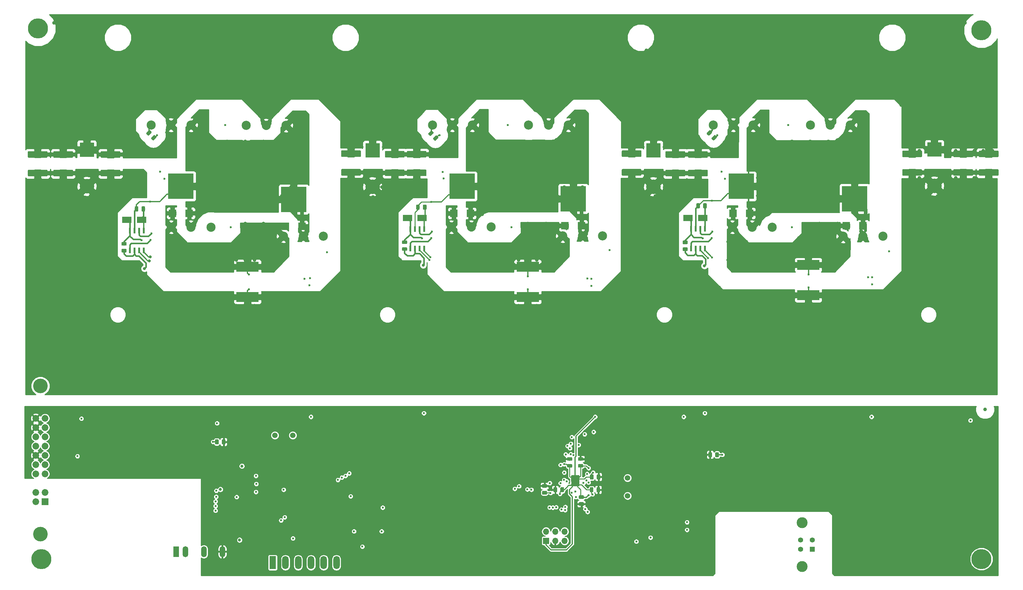
<source format=gbr>
%TF.GenerationSoftware,KiCad,Pcbnew,(5.0.0)*%
%TF.CreationDate,2019-04-29T14:59:10+02:00*%
%TF.ProjectId,Amalga_100,416D616C67615F3130302E6B69636164,rev?*%
%TF.SameCoordinates,Original*%
%TF.FileFunction,Copper,L6,Bot,Plane*%
%TF.FilePolarity,Positive*%
%FSLAX46Y46*%
G04 Gerber Fmt 4.6, Leading zero omitted, Abs format (unit mm)*
G04 Created by KiCad (PCBNEW (5.0.0)) date 04/29/19 14:59:10*
%MOMM*%
%LPD*%
G01*
G04 APERTURE LIST*
%ADD10R,2.000000X2.000000*%
%ADD11R,7.000000X7.000000*%
%ADD12R,6.200000X2.700000*%
%ADD13O,1.700000X1.700000*%
%ADD14R,1.700000X1.700000*%
%ADD15C,3.000000*%
%ADD16C,1.400000*%
%ADD17R,1.400000X1.400000*%
%ADD18C,5.500000*%
%ADD19C,4.000000*%
%ADD20R,4.000000X4.000000*%
%ADD21C,10.000000*%
%ADD22C,0.900000*%
%ADD23C,1.600000*%
%ADD24C,2.500000*%
%ADD25C,0.100000*%
%ADD26C,0.975000*%
%ADD27C,1.800000*%
%ADD28C,1.500000*%
%ADD29O,1.500000X3.000000*%
%ADD30R,1.500000X3.000000*%
%ADD31R,1.850000X1.850000*%
%ADD32C,1.850000*%
%ADD33R,0.600000X1.550000*%
%ADD34R,2.500000X1.800000*%
%ADD35R,1.800000X3.600000*%
%ADD36O,1.800000X3.600000*%
%ADD37C,0.600000*%
%ADD38C,0.800000*%
%ADD39C,1.000000*%
%ADD40C,0.450000*%
%ADD41C,0.300000*%
%ADD42C,0.250000*%
%ADD43C,0.200000*%
%ADD44C,1.000000*%
%ADD45C,0.800000*%
%ADD46C,0.600000*%
G04 APERTURE END LIST*
D10*
X214300000Y-67700000D03*
X209720000Y-67700000D03*
D11*
X212000000Y-60300000D03*
D12*
X76500000Y-82350000D03*
X76500000Y-90650000D03*
X153400000Y-82350000D03*
X153400000Y-90650000D03*
X230400000Y-81850000D03*
X230400000Y-90150000D03*
D13*
X163480000Y-154960000D03*
X163480000Y-157500000D03*
X160940000Y-154960000D03*
X160940000Y-157500000D03*
X158400000Y-154960000D03*
D14*
X158400000Y-157500000D03*
D15*
X228740000Y-164590000D03*
D16*
X228250000Y-159820000D03*
X228250000Y-157320000D03*
D17*
X231450000Y-159820000D03*
D15*
X228740000Y-152550000D03*
D16*
X231450000Y-157320000D03*
D18*
X277900000Y-162500000D03*
X277900000Y-17500000D03*
X19000000Y-17000000D03*
X19900000Y-162500000D03*
D19*
X110800000Y-60400000D03*
D20*
X110800000Y-50400000D03*
X32400000Y-50300000D03*
D19*
X32400000Y-60300000D03*
X187900000Y-60400000D03*
D20*
X187900000Y-50400000D03*
X265000000Y-50200000D03*
D19*
X265000000Y-60200000D03*
D21*
X25600000Y-82500000D03*
D22*
X29350000Y-82500000D03*
X28251650Y-85151650D03*
X25600000Y-86250000D03*
X22948350Y-85151650D03*
X21850000Y-82500000D03*
X22948350Y-79848350D03*
X25600000Y-78750000D03*
X28251650Y-79848350D03*
X28181650Y-23848350D03*
X25530000Y-22750000D03*
X22878350Y-23848350D03*
X21780000Y-26500000D03*
X22878350Y-29151650D03*
X25530000Y-30250000D03*
X28181650Y-29151650D03*
X29280000Y-26500000D03*
D21*
X25530000Y-26500000D03*
X76100000Y-57500000D03*
D22*
X72350000Y-57500000D03*
X73448350Y-54848350D03*
X76100000Y-53750000D03*
X78751650Y-54848350D03*
X79850000Y-57500000D03*
X78751650Y-60151650D03*
X76100000Y-61250000D03*
X73448350Y-60151650D03*
X156551650Y-60151650D03*
X153900000Y-61250000D03*
X151248350Y-60151650D03*
X150150000Y-57500000D03*
X151248350Y-54848350D03*
X153900000Y-53750000D03*
X156551650Y-54848350D03*
X157650000Y-57500000D03*
D21*
X153900000Y-57500000D03*
X230900000Y-57500000D03*
D22*
X234650000Y-57500000D03*
X233551650Y-54848350D03*
X230900000Y-53750000D03*
X228248350Y-54848350D03*
X227150000Y-57500000D03*
X228248350Y-60151650D03*
X230900000Y-61250000D03*
X233551650Y-60151650D03*
D23*
X30450000Y-105580000D03*
X27910000Y-105570000D03*
X25370000Y-105570000D03*
X22830000Y-105570000D03*
X20290000Y-105570000D03*
X20290000Y-103030000D03*
X22830000Y-103030000D03*
X25370000Y-103030000D03*
X27910000Y-103030000D03*
X30450000Y-103040000D03*
X30450000Y-100500000D03*
X25370000Y-100490000D03*
X22830000Y-100490000D03*
X20290000Y-103030000D03*
X30450000Y-100500000D03*
X27910000Y-100490000D03*
X25370000Y-100490000D03*
X22830000Y-100490000D03*
X20290000Y-100490000D03*
X30450000Y-97950000D03*
X27910000Y-97950000D03*
X25370000Y-97950000D03*
X22830000Y-97950000D03*
X20290000Y-97950000D03*
X30450000Y-95450000D03*
X27910000Y-95450000D03*
X25370000Y-95450000D03*
X22830000Y-95450000D03*
X20290000Y-95450000D03*
D24*
X164560000Y-43500000D03*
X159100000Y-43500000D03*
X153640000Y-43500000D03*
D25*
G36*
X128337065Y-46325362D02*
X128360726Y-46328872D01*
X128383930Y-46334684D01*
X128406452Y-46342742D01*
X128428076Y-46352970D01*
X128448593Y-46365267D01*
X128467806Y-46379517D01*
X128485530Y-46395581D01*
X128830245Y-46740296D01*
X128846309Y-46758020D01*
X128860559Y-46777233D01*
X128872856Y-46797750D01*
X128883084Y-46819374D01*
X128891142Y-46841896D01*
X128896954Y-46865100D01*
X128900464Y-46888761D01*
X128901638Y-46912653D01*
X128900464Y-46936545D01*
X128896954Y-46960206D01*
X128891142Y-46983410D01*
X128883084Y-47005932D01*
X128872856Y-47027556D01*
X128860559Y-47048073D01*
X128846309Y-47067286D01*
X128830245Y-47085010D01*
X128185010Y-47730245D01*
X128167286Y-47746309D01*
X128148073Y-47760559D01*
X128127556Y-47772856D01*
X128105932Y-47783084D01*
X128083410Y-47791142D01*
X128060206Y-47796954D01*
X128036545Y-47800464D01*
X128012653Y-47801638D01*
X127988761Y-47800464D01*
X127965100Y-47796954D01*
X127941896Y-47791142D01*
X127919374Y-47783084D01*
X127897750Y-47772856D01*
X127877233Y-47760559D01*
X127858020Y-47746309D01*
X127840296Y-47730245D01*
X127495581Y-47385530D01*
X127479517Y-47367806D01*
X127465267Y-47348593D01*
X127452970Y-47328076D01*
X127442742Y-47306452D01*
X127434684Y-47283930D01*
X127428872Y-47260726D01*
X127425362Y-47237065D01*
X127424188Y-47213173D01*
X127425362Y-47189281D01*
X127428872Y-47165620D01*
X127434684Y-47142416D01*
X127442742Y-47119894D01*
X127452970Y-47098270D01*
X127465267Y-47077753D01*
X127479517Y-47058540D01*
X127495581Y-47040816D01*
X128140816Y-46395581D01*
X128158540Y-46379517D01*
X128177753Y-46365267D01*
X128198270Y-46352970D01*
X128219894Y-46342742D01*
X128242416Y-46334684D01*
X128265620Y-46328872D01*
X128289281Y-46325362D01*
X128313173Y-46324188D01*
X128337065Y-46325362D01*
X128337065Y-46325362D01*
G37*
D26*
X128162913Y-47062913D03*
D25*
G36*
X127011239Y-44999536D02*
X127034900Y-45003046D01*
X127058104Y-45008858D01*
X127080626Y-45016916D01*
X127102250Y-45027144D01*
X127122767Y-45039441D01*
X127141980Y-45053691D01*
X127159704Y-45069755D01*
X127504419Y-45414470D01*
X127520483Y-45432194D01*
X127534733Y-45451407D01*
X127547030Y-45471924D01*
X127557258Y-45493548D01*
X127565316Y-45516070D01*
X127571128Y-45539274D01*
X127574638Y-45562935D01*
X127575812Y-45586827D01*
X127574638Y-45610719D01*
X127571128Y-45634380D01*
X127565316Y-45657584D01*
X127557258Y-45680106D01*
X127547030Y-45701730D01*
X127534733Y-45722247D01*
X127520483Y-45741460D01*
X127504419Y-45759184D01*
X126859184Y-46404419D01*
X126841460Y-46420483D01*
X126822247Y-46434733D01*
X126801730Y-46447030D01*
X126780106Y-46457258D01*
X126757584Y-46465316D01*
X126734380Y-46471128D01*
X126710719Y-46474638D01*
X126686827Y-46475812D01*
X126662935Y-46474638D01*
X126639274Y-46471128D01*
X126616070Y-46465316D01*
X126593548Y-46457258D01*
X126571924Y-46447030D01*
X126551407Y-46434733D01*
X126532194Y-46420483D01*
X126514470Y-46404419D01*
X126169755Y-46059704D01*
X126153691Y-46041980D01*
X126139441Y-46022767D01*
X126127144Y-46002250D01*
X126116916Y-45980626D01*
X126108858Y-45958104D01*
X126103046Y-45934900D01*
X126099536Y-45911239D01*
X126098362Y-45887347D01*
X126099536Y-45863455D01*
X126103046Y-45839794D01*
X126108858Y-45816590D01*
X126116916Y-45794068D01*
X126127144Y-45772444D01*
X126139441Y-45751927D01*
X126153691Y-45732714D01*
X126169755Y-45714990D01*
X126814990Y-45069755D01*
X126832714Y-45053691D01*
X126851927Y-45039441D01*
X126872444Y-45027144D01*
X126894068Y-45016916D01*
X126916590Y-45008858D01*
X126939794Y-45003046D01*
X126963455Y-44999536D01*
X126987347Y-44998362D01*
X127011239Y-44999536D01*
X127011239Y-44999536D01*
G37*
D26*
X126837087Y-45737087D03*
D25*
G36*
X282374504Y-50501204D02*
X282398773Y-50504804D01*
X282422571Y-50510765D01*
X282445671Y-50519030D01*
X282467849Y-50529520D01*
X282488893Y-50542133D01*
X282508598Y-50556747D01*
X282526777Y-50573223D01*
X282543253Y-50591402D01*
X282557867Y-50611107D01*
X282570480Y-50632151D01*
X282580970Y-50654329D01*
X282589235Y-50677429D01*
X282595196Y-50701227D01*
X282598796Y-50725496D01*
X282600000Y-50750000D01*
X282600000Y-52050000D01*
X282598796Y-52074504D01*
X282595196Y-52098773D01*
X282589235Y-52122571D01*
X282580970Y-52145671D01*
X282570480Y-52167849D01*
X282557867Y-52188893D01*
X282543253Y-52208598D01*
X282526777Y-52226777D01*
X282508598Y-52243253D01*
X282488893Y-52257867D01*
X282467849Y-52270480D01*
X282445671Y-52280970D01*
X282422571Y-52289235D01*
X282398773Y-52295196D01*
X282374504Y-52298796D01*
X282350000Y-52300000D01*
X277450000Y-52300000D01*
X277425496Y-52298796D01*
X277401227Y-52295196D01*
X277377429Y-52289235D01*
X277354329Y-52280970D01*
X277332151Y-52270480D01*
X277311107Y-52257867D01*
X277291402Y-52243253D01*
X277273223Y-52226777D01*
X277256747Y-52208598D01*
X277242133Y-52188893D01*
X277229520Y-52167849D01*
X277219030Y-52145671D01*
X277210765Y-52122571D01*
X277204804Y-52098773D01*
X277201204Y-52074504D01*
X277200000Y-52050000D01*
X277200000Y-50750000D01*
X277201204Y-50725496D01*
X277204804Y-50701227D01*
X277210765Y-50677429D01*
X277219030Y-50654329D01*
X277229520Y-50632151D01*
X277242133Y-50611107D01*
X277256747Y-50591402D01*
X277273223Y-50573223D01*
X277291402Y-50556747D01*
X277311107Y-50542133D01*
X277332151Y-50529520D01*
X277354329Y-50519030D01*
X277377429Y-50510765D01*
X277401227Y-50504804D01*
X277425496Y-50501204D01*
X277450000Y-50500000D01*
X282350000Y-50500000D01*
X282374504Y-50501204D01*
X282374504Y-50501204D01*
G37*
D27*
X279900000Y-51400000D03*
D25*
G36*
X282374504Y-55601204D02*
X282398773Y-55604804D01*
X282422571Y-55610765D01*
X282445671Y-55619030D01*
X282467849Y-55629520D01*
X282488893Y-55642133D01*
X282508598Y-55656747D01*
X282526777Y-55673223D01*
X282543253Y-55691402D01*
X282557867Y-55711107D01*
X282570480Y-55732151D01*
X282580970Y-55754329D01*
X282589235Y-55777429D01*
X282595196Y-55801227D01*
X282598796Y-55825496D01*
X282600000Y-55850000D01*
X282600000Y-57150000D01*
X282598796Y-57174504D01*
X282595196Y-57198773D01*
X282589235Y-57222571D01*
X282580970Y-57245671D01*
X282570480Y-57267849D01*
X282557867Y-57288893D01*
X282543253Y-57308598D01*
X282526777Y-57326777D01*
X282508598Y-57343253D01*
X282488893Y-57357867D01*
X282467849Y-57370480D01*
X282445671Y-57380970D01*
X282422571Y-57389235D01*
X282398773Y-57395196D01*
X282374504Y-57398796D01*
X282350000Y-57400000D01*
X277450000Y-57400000D01*
X277425496Y-57398796D01*
X277401227Y-57395196D01*
X277377429Y-57389235D01*
X277354329Y-57380970D01*
X277332151Y-57370480D01*
X277311107Y-57357867D01*
X277291402Y-57343253D01*
X277273223Y-57326777D01*
X277256747Y-57308598D01*
X277242133Y-57288893D01*
X277229520Y-57267849D01*
X277219030Y-57245671D01*
X277210765Y-57222571D01*
X277204804Y-57198773D01*
X277201204Y-57174504D01*
X277200000Y-57150000D01*
X277200000Y-55850000D01*
X277201204Y-55825496D01*
X277204804Y-55801227D01*
X277210765Y-55777429D01*
X277219030Y-55754329D01*
X277229520Y-55732151D01*
X277242133Y-55711107D01*
X277256747Y-55691402D01*
X277273223Y-55673223D01*
X277291402Y-55656747D01*
X277311107Y-55642133D01*
X277332151Y-55629520D01*
X277354329Y-55619030D01*
X277377429Y-55610765D01*
X277401227Y-55604804D01*
X277425496Y-55601204D01*
X277450000Y-55600000D01*
X282350000Y-55600000D01*
X282374504Y-55601204D01*
X282374504Y-55601204D01*
G37*
D27*
X279900000Y-56500000D03*
D25*
G36*
X275374504Y-50501204D02*
X275398773Y-50504804D01*
X275422571Y-50510765D01*
X275445671Y-50519030D01*
X275467849Y-50529520D01*
X275488893Y-50542133D01*
X275508598Y-50556747D01*
X275526777Y-50573223D01*
X275543253Y-50591402D01*
X275557867Y-50611107D01*
X275570480Y-50632151D01*
X275580970Y-50654329D01*
X275589235Y-50677429D01*
X275595196Y-50701227D01*
X275598796Y-50725496D01*
X275600000Y-50750000D01*
X275600000Y-52050000D01*
X275598796Y-52074504D01*
X275595196Y-52098773D01*
X275589235Y-52122571D01*
X275580970Y-52145671D01*
X275570480Y-52167849D01*
X275557867Y-52188893D01*
X275543253Y-52208598D01*
X275526777Y-52226777D01*
X275508598Y-52243253D01*
X275488893Y-52257867D01*
X275467849Y-52270480D01*
X275445671Y-52280970D01*
X275422571Y-52289235D01*
X275398773Y-52295196D01*
X275374504Y-52298796D01*
X275350000Y-52300000D01*
X270450000Y-52300000D01*
X270425496Y-52298796D01*
X270401227Y-52295196D01*
X270377429Y-52289235D01*
X270354329Y-52280970D01*
X270332151Y-52270480D01*
X270311107Y-52257867D01*
X270291402Y-52243253D01*
X270273223Y-52226777D01*
X270256747Y-52208598D01*
X270242133Y-52188893D01*
X270229520Y-52167849D01*
X270219030Y-52145671D01*
X270210765Y-52122571D01*
X270204804Y-52098773D01*
X270201204Y-52074504D01*
X270200000Y-52050000D01*
X270200000Y-50750000D01*
X270201204Y-50725496D01*
X270204804Y-50701227D01*
X270210765Y-50677429D01*
X270219030Y-50654329D01*
X270229520Y-50632151D01*
X270242133Y-50611107D01*
X270256747Y-50591402D01*
X270273223Y-50573223D01*
X270291402Y-50556747D01*
X270311107Y-50542133D01*
X270332151Y-50529520D01*
X270354329Y-50519030D01*
X270377429Y-50510765D01*
X270401227Y-50504804D01*
X270425496Y-50501204D01*
X270450000Y-50500000D01*
X275350000Y-50500000D01*
X275374504Y-50501204D01*
X275374504Y-50501204D01*
G37*
D27*
X272900000Y-51400000D03*
D25*
G36*
X275374504Y-55601204D02*
X275398773Y-55604804D01*
X275422571Y-55610765D01*
X275445671Y-55619030D01*
X275467849Y-55629520D01*
X275488893Y-55642133D01*
X275508598Y-55656747D01*
X275526777Y-55673223D01*
X275543253Y-55691402D01*
X275557867Y-55711107D01*
X275570480Y-55732151D01*
X275580970Y-55754329D01*
X275589235Y-55777429D01*
X275595196Y-55801227D01*
X275598796Y-55825496D01*
X275600000Y-55850000D01*
X275600000Y-57150000D01*
X275598796Y-57174504D01*
X275595196Y-57198773D01*
X275589235Y-57222571D01*
X275580970Y-57245671D01*
X275570480Y-57267849D01*
X275557867Y-57288893D01*
X275543253Y-57308598D01*
X275526777Y-57326777D01*
X275508598Y-57343253D01*
X275488893Y-57357867D01*
X275467849Y-57370480D01*
X275445671Y-57380970D01*
X275422571Y-57389235D01*
X275398773Y-57395196D01*
X275374504Y-57398796D01*
X275350000Y-57400000D01*
X270450000Y-57400000D01*
X270425496Y-57398796D01*
X270401227Y-57395196D01*
X270377429Y-57389235D01*
X270354329Y-57380970D01*
X270332151Y-57370480D01*
X270311107Y-57357867D01*
X270291402Y-57343253D01*
X270273223Y-57326777D01*
X270256747Y-57308598D01*
X270242133Y-57288893D01*
X270229520Y-57267849D01*
X270219030Y-57245671D01*
X270210765Y-57222571D01*
X270204804Y-57198773D01*
X270201204Y-57174504D01*
X270200000Y-57150000D01*
X270200000Y-55850000D01*
X270201204Y-55825496D01*
X270204804Y-55801227D01*
X270210765Y-55777429D01*
X270219030Y-55754329D01*
X270229520Y-55732151D01*
X270242133Y-55711107D01*
X270256747Y-55691402D01*
X270273223Y-55673223D01*
X270291402Y-55656747D01*
X270311107Y-55642133D01*
X270332151Y-55629520D01*
X270354329Y-55619030D01*
X270377429Y-55610765D01*
X270401227Y-55604804D01*
X270425496Y-55601204D01*
X270450000Y-55600000D01*
X275350000Y-55600000D01*
X275374504Y-55601204D01*
X275374504Y-55601204D01*
G37*
D27*
X272900000Y-56500000D03*
D25*
G36*
X261374504Y-55601204D02*
X261398773Y-55604804D01*
X261422571Y-55610765D01*
X261445671Y-55619030D01*
X261467849Y-55629520D01*
X261488893Y-55642133D01*
X261508598Y-55656747D01*
X261526777Y-55673223D01*
X261543253Y-55691402D01*
X261557867Y-55711107D01*
X261570480Y-55732151D01*
X261580970Y-55754329D01*
X261589235Y-55777429D01*
X261595196Y-55801227D01*
X261598796Y-55825496D01*
X261600000Y-55850000D01*
X261600000Y-57150000D01*
X261598796Y-57174504D01*
X261595196Y-57198773D01*
X261589235Y-57222571D01*
X261580970Y-57245671D01*
X261570480Y-57267849D01*
X261557867Y-57288893D01*
X261543253Y-57308598D01*
X261526777Y-57326777D01*
X261508598Y-57343253D01*
X261488893Y-57357867D01*
X261467849Y-57370480D01*
X261445671Y-57380970D01*
X261422571Y-57389235D01*
X261398773Y-57395196D01*
X261374504Y-57398796D01*
X261350000Y-57400000D01*
X256450000Y-57400000D01*
X256425496Y-57398796D01*
X256401227Y-57395196D01*
X256377429Y-57389235D01*
X256354329Y-57380970D01*
X256332151Y-57370480D01*
X256311107Y-57357867D01*
X256291402Y-57343253D01*
X256273223Y-57326777D01*
X256256747Y-57308598D01*
X256242133Y-57288893D01*
X256229520Y-57267849D01*
X256219030Y-57245671D01*
X256210765Y-57222571D01*
X256204804Y-57198773D01*
X256201204Y-57174504D01*
X256200000Y-57150000D01*
X256200000Y-55850000D01*
X256201204Y-55825496D01*
X256204804Y-55801227D01*
X256210765Y-55777429D01*
X256219030Y-55754329D01*
X256229520Y-55732151D01*
X256242133Y-55711107D01*
X256256747Y-55691402D01*
X256273223Y-55673223D01*
X256291402Y-55656747D01*
X256311107Y-55642133D01*
X256332151Y-55629520D01*
X256354329Y-55619030D01*
X256377429Y-55610765D01*
X256401227Y-55604804D01*
X256425496Y-55601204D01*
X256450000Y-55600000D01*
X261350000Y-55600000D01*
X261374504Y-55601204D01*
X261374504Y-55601204D01*
G37*
D27*
X258900000Y-56500000D03*
D25*
G36*
X261374504Y-50501204D02*
X261398773Y-50504804D01*
X261422571Y-50510765D01*
X261445671Y-50519030D01*
X261467849Y-50529520D01*
X261488893Y-50542133D01*
X261508598Y-50556747D01*
X261526777Y-50573223D01*
X261543253Y-50591402D01*
X261557867Y-50611107D01*
X261570480Y-50632151D01*
X261580970Y-50654329D01*
X261589235Y-50677429D01*
X261595196Y-50701227D01*
X261598796Y-50725496D01*
X261600000Y-50750000D01*
X261600000Y-52050000D01*
X261598796Y-52074504D01*
X261595196Y-52098773D01*
X261589235Y-52122571D01*
X261580970Y-52145671D01*
X261570480Y-52167849D01*
X261557867Y-52188893D01*
X261543253Y-52208598D01*
X261526777Y-52226777D01*
X261508598Y-52243253D01*
X261488893Y-52257867D01*
X261467849Y-52270480D01*
X261445671Y-52280970D01*
X261422571Y-52289235D01*
X261398773Y-52295196D01*
X261374504Y-52298796D01*
X261350000Y-52300000D01*
X256450000Y-52300000D01*
X256425496Y-52298796D01*
X256401227Y-52295196D01*
X256377429Y-52289235D01*
X256354329Y-52280970D01*
X256332151Y-52270480D01*
X256311107Y-52257867D01*
X256291402Y-52243253D01*
X256273223Y-52226777D01*
X256256747Y-52208598D01*
X256242133Y-52188893D01*
X256229520Y-52167849D01*
X256219030Y-52145671D01*
X256210765Y-52122571D01*
X256204804Y-52098773D01*
X256201204Y-52074504D01*
X256200000Y-52050000D01*
X256200000Y-50750000D01*
X256201204Y-50725496D01*
X256204804Y-50701227D01*
X256210765Y-50677429D01*
X256219030Y-50654329D01*
X256229520Y-50632151D01*
X256242133Y-50611107D01*
X256256747Y-50591402D01*
X256273223Y-50573223D01*
X256291402Y-50556747D01*
X256311107Y-50542133D01*
X256332151Y-50529520D01*
X256354329Y-50519030D01*
X256377429Y-50510765D01*
X256401227Y-50504804D01*
X256425496Y-50501204D01*
X256450000Y-50500000D01*
X261350000Y-50500000D01*
X261374504Y-50501204D01*
X261374504Y-50501204D01*
G37*
D27*
X258900000Y-51400000D03*
D28*
X180800000Y-140270000D03*
X180800000Y-145150000D03*
X88900000Y-128600000D03*
X84020000Y-128600000D03*
D25*
G36*
X171167643Y-142801174D02*
X171191304Y-142804684D01*
X171214508Y-142810496D01*
X171237030Y-142818554D01*
X171258654Y-142828782D01*
X171279171Y-142841079D01*
X171298384Y-142855329D01*
X171316108Y-142871393D01*
X171332172Y-142889117D01*
X171346422Y-142908330D01*
X171358719Y-142928847D01*
X171368947Y-142950471D01*
X171377005Y-142972993D01*
X171382817Y-142996197D01*
X171386327Y-143019858D01*
X171387501Y-143043750D01*
X171387501Y-143956250D01*
X171386327Y-143980142D01*
X171382817Y-144003803D01*
X171377005Y-144027007D01*
X171368947Y-144049529D01*
X171358719Y-144071153D01*
X171346422Y-144091670D01*
X171332172Y-144110883D01*
X171316108Y-144128607D01*
X171298384Y-144144671D01*
X171279171Y-144158921D01*
X171258654Y-144171218D01*
X171237030Y-144181446D01*
X171214508Y-144189504D01*
X171191304Y-144195316D01*
X171167643Y-144198826D01*
X171143751Y-144200000D01*
X170656251Y-144200000D01*
X170632359Y-144198826D01*
X170608698Y-144195316D01*
X170585494Y-144189504D01*
X170562972Y-144181446D01*
X170541348Y-144171218D01*
X170520831Y-144158921D01*
X170501618Y-144144671D01*
X170483894Y-144128607D01*
X170467830Y-144110883D01*
X170453580Y-144091670D01*
X170441283Y-144071153D01*
X170431055Y-144049529D01*
X170422997Y-144027007D01*
X170417185Y-144003803D01*
X170413675Y-143980142D01*
X170412501Y-143956250D01*
X170412501Y-143043750D01*
X170413675Y-143019858D01*
X170417185Y-142996197D01*
X170422997Y-142972993D01*
X170431055Y-142950471D01*
X170441283Y-142928847D01*
X170453580Y-142908330D01*
X170467830Y-142889117D01*
X170483894Y-142871393D01*
X170501618Y-142855329D01*
X170520831Y-142841079D01*
X170541348Y-142828782D01*
X170562972Y-142818554D01*
X170585494Y-142810496D01*
X170608698Y-142804684D01*
X170632359Y-142801174D01*
X170656251Y-142800000D01*
X171143751Y-142800000D01*
X171167643Y-142801174D01*
X171167643Y-142801174D01*
G37*
D26*
X170900001Y-143500000D03*
D25*
G36*
X173042643Y-142801174D02*
X173066304Y-142804684D01*
X173089508Y-142810496D01*
X173112030Y-142818554D01*
X173133654Y-142828782D01*
X173154171Y-142841079D01*
X173173384Y-142855329D01*
X173191108Y-142871393D01*
X173207172Y-142889117D01*
X173221422Y-142908330D01*
X173233719Y-142928847D01*
X173243947Y-142950471D01*
X173252005Y-142972993D01*
X173257817Y-142996197D01*
X173261327Y-143019858D01*
X173262501Y-143043750D01*
X173262501Y-143956250D01*
X173261327Y-143980142D01*
X173257817Y-144003803D01*
X173252005Y-144027007D01*
X173243947Y-144049529D01*
X173233719Y-144071153D01*
X173221422Y-144091670D01*
X173207172Y-144110883D01*
X173191108Y-144128607D01*
X173173384Y-144144671D01*
X173154171Y-144158921D01*
X173133654Y-144171218D01*
X173112030Y-144181446D01*
X173089508Y-144189504D01*
X173066304Y-144195316D01*
X173042643Y-144198826D01*
X173018751Y-144200000D01*
X172531251Y-144200000D01*
X172507359Y-144198826D01*
X172483698Y-144195316D01*
X172460494Y-144189504D01*
X172437972Y-144181446D01*
X172416348Y-144171218D01*
X172395831Y-144158921D01*
X172376618Y-144144671D01*
X172358894Y-144128607D01*
X172342830Y-144110883D01*
X172328580Y-144091670D01*
X172316283Y-144071153D01*
X172306055Y-144049529D01*
X172297997Y-144027007D01*
X172292185Y-144003803D01*
X172288675Y-143980142D01*
X172287501Y-143956250D01*
X172287501Y-143043750D01*
X172288675Y-143019858D01*
X172292185Y-142996197D01*
X172297997Y-142972993D01*
X172306055Y-142950471D01*
X172316283Y-142928847D01*
X172328580Y-142908330D01*
X172342830Y-142889117D01*
X172358894Y-142871393D01*
X172376618Y-142855329D01*
X172395831Y-142841079D01*
X172416348Y-142828782D01*
X172437972Y-142818554D01*
X172460494Y-142810496D01*
X172483698Y-142804684D01*
X172507359Y-142801174D01*
X172531251Y-142800000D01*
X173018751Y-142800000D01*
X173042643Y-142801174D01*
X173042643Y-142801174D01*
G37*
D26*
X172775001Y-143500000D03*
D25*
G36*
X165380142Y-136451174D02*
X165403803Y-136454684D01*
X165427007Y-136460496D01*
X165449529Y-136468554D01*
X165471153Y-136478782D01*
X165491670Y-136491079D01*
X165510883Y-136505329D01*
X165528607Y-136521393D01*
X165544671Y-136539117D01*
X165558921Y-136558330D01*
X165571218Y-136578847D01*
X165581446Y-136600471D01*
X165589504Y-136622993D01*
X165595316Y-136646197D01*
X165598826Y-136669858D01*
X165600000Y-136693750D01*
X165600000Y-137181250D01*
X165598826Y-137205142D01*
X165595316Y-137228803D01*
X165589504Y-137252007D01*
X165581446Y-137274529D01*
X165571218Y-137296153D01*
X165558921Y-137316670D01*
X165544671Y-137335883D01*
X165528607Y-137353607D01*
X165510883Y-137369671D01*
X165491670Y-137383921D01*
X165471153Y-137396218D01*
X165449529Y-137406446D01*
X165427007Y-137414504D01*
X165403803Y-137420316D01*
X165380142Y-137423826D01*
X165356250Y-137425000D01*
X164443750Y-137425000D01*
X164419858Y-137423826D01*
X164396197Y-137420316D01*
X164372993Y-137414504D01*
X164350471Y-137406446D01*
X164328847Y-137396218D01*
X164308330Y-137383921D01*
X164289117Y-137369671D01*
X164271393Y-137353607D01*
X164255329Y-137335883D01*
X164241079Y-137316670D01*
X164228782Y-137296153D01*
X164218554Y-137274529D01*
X164210496Y-137252007D01*
X164204684Y-137228803D01*
X164201174Y-137205142D01*
X164200000Y-137181250D01*
X164200000Y-136693750D01*
X164201174Y-136669858D01*
X164204684Y-136646197D01*
X164210496Y-136622993D01*
X164218554Y-136600471D01*
X164228782Y-136578847D01*
X164241079Y-136558330D01*
X164255329Y-136539117D01*
X164271393Y-136521393D01*
X164289117Y-136505329D01*
X164308330Y-136491079D01*
X164328847Y-136478782D01*
X164350471Y-136468554D01*
X164372993Y-136460496D01*
X164396197Y-136454684D01*
X164419858Y-136451174D01*
X164443750Y-136450000D01*
X165356250Y-136450000D01*
X165380142Y-136451174D01*
X165380142Y-136451174D01*
G37*
D26*
X164900000Y-136937500D03*
D25*
G36*
X165380142Y-134576174D02*
X165403803Y-134579684D01*
X165427007Y-134585496D01*
X165449529Y-134593554D01*
X165471153Y-134603782D01*
X165491670Y-134616079D01*
X165510883Y-134630329D01*
X165528607Y-134646393D01*
X165544671Y-134664117D01*
X165558921Y-134683330D01*
X165571218Y-134703847D01*
X165581446Y-134725471D01*
X165589504Y-134747993D01*
X165595316Y-134771197D01*
X165598826Y-134794858D01*
X165600000Y-134818750D01*
X165600000Y-135306250D01*
X165598826Y-135330142D01*
X165595316Y-135353803D01*
X165589504Y-135377007D01*
X165581446Y-135399529D01*
X165571218Y-135421153D01*
X165558921Y-135441670D01*
X165544671Y-135460883D01*
X165528607Y-135478607D01*
X165510883Y-135494671D01*
X165491670Y-135508921D01*
X165471153Y-135521218D01*
X165449529Y-135531446D01*
X165427007Y-135539504D01*
X165403803Y-135545316D01*
X165380142Y-135548826D01*
X165356250Y-135550000D01*
X164443750Y-135550000D01*
X164419858Y-135548826D01*
X164396197Y-135545316D01*
X164372993Y-135539504D01*
X164350471Y-135531446D01*
X164328847Y-135521218D01*
X164308330Y-135508921D01*
X164289117Y-135494671D01*
X164271393Y-135478607D01*
X164255329Y-135460883D01*
X164241079Y-135441670D01*
X164228782Y-135421153D01*
X164218554Y-135399529D01*
X164210496Y-135377007D01*
X164204684Y-135353803D01*
X164201174Y-135330142D01*
X164200000Y-135306250D01*
X164200000Y-134818750D01*
X164201174Y-134794858D01*
X164204684Y-134771197D01*
X164210496Y-134747993D01*
X164218554Y-134725471D01*
X164228782Y-134703847D01*
X164241079Y-134683330D01*
X164255329Y-134664117D01*
X164271393Y-134646393D01*
X164289117Y-134630329D01*
X164308330Y-134616079D01*
X164328847Y-134603782D01*
X164350471Y-134593554D01*
X164372993Y-134585496D01*
X164396197Y-134579684D01*
X164419858Y-134576174D01*
X164443750Y-134575000D01*
X165356250Y-134575000D01*
X165380142Y-134576174D01*
X165380142Y-134576174D01*
G37*
D26*
X164900000Y-135062500D03*
D29*
X69600000Y-160500000D03*
X64520000Y-160500000D03*
X59440000Y-160500000D03*
D30*
X56900000Y-160500000D03*
D31*
X20920000Y-146770000D03*
D32*
X18380000Y-146770000D03*
D19*
X19650000Y-115040000D03*
X19650000Y-155640000D03*
D32*
X20920000Y-144230000D03*
X18380000Y-144230000D03*
X20920000Y-139150000D03*
X18380000Y-139150000D03*
X20920000Y-136610000D03*
X18380000Y-136610000D03*
X20920000Y-134070000D03*
X18380000Y-134070000D03*
X20920000Y-131530000D03*
X18380000Y-131530000D03*
X20920000Y-128990000D03*
X18380000Y-128990000D03*
X20920000Y-126450000D03*
X18380000Y-126450000D03*
X20920000Y-123910000D03*
X18380000Y-123910000D03*
D24*
X209540000Y-71500000D03*
X215000000Y-71500000D03*
X220460000Y-71500000D03*
D11*
X135380000Y-60300000D03*
D10*
X133100000Y-67700000D03*
X137680000Y-67700000D03*
D33*
X125005000Y-77400000D03*
X123735000Y-77400000D03*
X122465000Y-77400000D03*
X121195000Y-77400000D03*
X121195000Y-72000000D03*
X122465000Y-72000000D03*
X123735000Y-72000000D03*
X125005000Y-72000000D03*
D34*
X47400000Y-69500000D03*
X43400000Y-69500000D03*
D25*
G36*
X43080142Y-75576174D02*
X43103803Y-75579684D01*
X43127007Y-75585496D01*
X43149529Y-75593554D01*
X43171153Y-75603782D01*
X43191670Y-75616079D01*
X43210883Y-75630329D01*
X43228607Y-75646393D01*
X43244671Y-75664117D01*
X43258921Y-75683330D01*
X43271218Y-75703847D01*
X43281446Y-75725471D01*
X43289504Y-75747993D01*
X43295316Y-75771197D01*
X43298826Y-75794858D01*
X43300000Y-75818750D01*
X43300000Y-76306250D01*
X43298826Y-76330142D01*
X43295316Y-76353803D01*
X43289504Y-76377007D01*
X43281446Y-76399529D01*
X43271218Y-76421153D01*
X43258921Y-76441670D01*
X43244671Y-76460883D01*
X43228607Y-76478607D01*
X43210883Y-76494671D01*
X43191670Y-76508921D01*
X43171153Y-76521218D01*
X43149529Y-76531446D01*
X43127007Y-76539504D01*
X43103803Y-76545316D01*
X43080142Y-76548826D01*
X43056250Y-76550000D01*
X42143750Y-76550000D01*
X42119858Y-76548826D01*
X42096197Y-76545316D01*
X42072993Y-76539504D01*
X42050471Y-76531446D01*
X42028847Y-76521218D01*
X42008330Y-76508921D01*
X41989117Y-76494671D01*
X41971393Y-76478607D01*
X41955329Y-76460883D01*
X41941079Y-76441670D01*
X41928782Y-76421153D01*
X41918554Y-76399529D01*
X41910496Y-76377007D01*
X41904684Y-76353803D01*
X41901174Y-76330142D01*
X41900000Y-76306250D01*
X41900000Y-75818750D01*
X41901174Y-75794858D01*
X41904684Y-75771197D01*
X41910496Y-75747993D01*
X41918554Y-75725471D01*
X41928782Y-75703847D01*
X41941079Y-75683330D01*
X41955329Y-75664117D01*
X41971393Y-75646393D01*
X41989117Y-75630329D01*
X42008330Y-75616079D01*
X42028847Y-75603782D01*
X42050471Y-75593554D01*
X42072993Y-75585496D01*
X42096197Y-75579684D01*
X42119858Y-75576174D01*
X42143750Y-75575000D01*
X43056250Y-75575000D01*
X43080142Y-75576174D01*
X43080142Y-75576174D01*
G37*
D26*
X42600000Y-76062500D03*
D25*
G36*
X43080142Y-77451174D02*
X43103803Y-77454684D01*
X43127007Y-77460496D01*
X43149529Y-77468554D01*
X43171153Y-77478782D01*
X43191670Y-77491079D01*
X43210883Y-77505329D01*
X43228607Y-77521393D01*
X43244671Y-77539117D01*
X43258921Y-77558330D01*
X43271218Y-77578847D01*
X43281446Y-77600471D01*
X43289504Y-77622993D01*
X43295316Y-77646197D01*
X43298826Y-77669858D01*
X43300000Y-77693750D01*
X43300000Y-78181250D01*
X43298826Y-78205142D01*
X43295316Y-78228803D01*
X43289504Y-78252007D01*
X43281446Y-78274529D01*
X43271218Y-78296153D01*
X43258921Y-78316670D01*
X43244671Y-78335883D01*
X43228607Y-78353607D01*
X43210883Y-78369671D01*
X43191670Y-78383921D01*
X43171153Y-78396218D01*
X43149529Y-78406446D01*
X43127007Y-78414504D01*
X43103803Y-78420316D01*
X43080142Y-78423826D01*
X43056250Y-78425000D01*
X42143750Y-78425000D01*
X42119858Y-78423826D01*
X42096197Y-78420316D01*
X42072993Y-78414504D01*
X42050471Y-78406446D01*
X42028847Y-78396218D01*
X42008330Y-78383921D01*
X41989117Y-78369671D01*
X41971393Y-78353607D01*
X41955329Y-78335883D01*
X41941079Y-78316670D01*
X41928782Y-78296153D01*
X41918554Y-78274529D01*
X41910496Y-78252007D01*
X41904684Y-78228803D01*
X41901174Y-78205142D01*
X41900000Y-78181250D01*
X41900000Y-77693750D01*
X41901174Y-77669858D01*
X41904684Y-77646197D01*
X41910496Y-77622993D01*
X41918554Y-77600471D01*
X41928782Y-77578847D01*
X41941079Y-77558330D01*
X41955329Y-77539117D01*
X41971393Y-77521393D01*
X41989117Y-77505329D01*
X42008330Y-77491079D01*
X42028847Y-77478782D01*
X42050471Y-77468554D01*
X42072993Y-77460496D01*
X42096197Y-77454684D01*
X42119858Y-77451174D01*
X42143750Y-77450000D01*
X43056250Y-77450000D01*
X43080142Y-77451174D01*
X43080142Y-77451174D01*
G37*
D26*
X42600000Y-77937500D03*
D25*
G36*
X46292642Y-65801174D02*
X46316303Y-65804684D01*
X46339507Y-65810496D01*
X46362029Y-65818554D01*
X46383653Y-65828782D01*
X46404170Y-65841079D01*
X46423383Y-65855329D01*
X46441107Y-65871393D01*
X46457171Y-65889117D01*
X46471421Y-65908330D01*
X46483718Y-65928847D01*
X46493946Y-65950471D01*
X46502004Y-65972993D01*
X46507816Y-65996197D01*
X46511326Y-66019858D01*
X46512500Y-66043750D01*
X46512500Y-66956250D01*
X46511326Y-66980142D01*
X46507816Y-67003803D01*
X46502004Y-67027007D01*
X46493946Y-67049529D01*
X46483718Y-67071153D01*
X46471421Y-67091670D01*
X46457171Y-67110883D01*
X46441107Y-67128607D01*
X46423383Y-67144671D01*
X46404170Y-67158921D01*
X46383653Y-67171218D01*
X46362029Y-67181446D01*
X46339507Y-67189504D01*
X46316303Y-67195316D01*
X46292642Y-67198826D01*
X46268750Y-67200000D01*
X45781250Y-67200000D01*
X45757358Y-67198826D01*
X45733697Y-67195316D01*
X45710493Y-67189504D01*
X45687971Y-67181446D01*
X45666347Y-67171218D01*
X45645830Y-67158921D01*
X45626617Y-67144671D01*
X45608893Y-67128607D01*
X45592829Y-67110883D01*
X45578579Y-67091670D01*
X45566282Y-67071153D01*
X45556054Y-67049529D01*
X45547996Y-67027007D01*
X45542184Y-67003803D01*
X45538674Y-66980142D01*
X45537500Y-66956250D01*
X45537500Y-66043750D01*
X45538674Y-66019858D01*
X45542184Y-65996197D01*
X45547996Y-65972993D01*
X45556054Y-65950471D01*
X45566282Y-65928847D01*
X45578579Y-65908330D01*
X45592829Y-65889117D01*
X45608893Y-65871393D01*
X45626617Y-65855329D01*
X45645830Y-65841079D01*
X45666347Y-65828782D01*
X45687971Y-65818554D01*
X45710493Y-65810496D01*
X45733697Y-65804684D01*
X45757358Y-65801174D01*
X45781250Y-65800000D01*
X46268750Y-65800000D01*
X46292642Y-65801174D01*
X46292642Y-65801174D01*
G37*
D26*
X46025000Y-66500000D03*
D25*
G36*
X48167642Y-65801174D02*
X48191303Y-65804684D01*
X48214507Y-65810496D01*
X48237029Y-65818554D01*
X48258653Y-65828782D01*
X48279170Y-65841079D01*
X48298383Y-65855329D01*
X48316107Y-65871393D01*
X48332171Y-65889117D01*
X48346421Y-65908330D01*
X48358718Y-65928847D01*
X48368946Y-65950471D01*
X48377004Y-65972993D01*
X48382816Y-65996197D01*
X48386326Y-66019858D01*
X48387500Y-66043750D01*
X48387500Y-66956250D01*
X48386326Y-66980142D01*
X48382816Y-67003803D01*
X48377004Y-67027007D01*
X48368946Y-67049529D01*
X48358718Y-67071153D01*
X48346421Y-67091670D01*
X48332171Y-67110883D01*
X48316107Y-67128607D01*
X48298383Y-67144671D01*
X48279170Y-67158921D01*
X48258653Y-67171218D01*
X48237029Y-67181446D01*
X48214507Y-67189504D01*
X48191303Y-67195316D01*
X48167642Y-67198826D01*
X48143750Y-67200000D01*
X47656250Y-67200000D01*
X47632358Y-67198826D01*
X47608697Y-67195316D01*
X47585493Y-67189504D01*
X47562971Y-67181446D01*
X47541347Y-67171218D01*
X47520830Y-67158921D01*
X47501617Y-67144671D01*
X47483893Y-67128607D01*
X47467829Y-67110883D01*
X47453579Y-67091670D01*
X47441282Y-67071153D01*
X47431054Y-67049529D01*
X47422996Y-67027007D01*
X47417184Y-67003803D01*
X47413674Y-66980142D01*
X47412500Y-66956250D01*
X47412500Y-66043750D01*
X47413674Y-66019858D01*
X47417184Y-65996197D01*
X47422996Y-65972993D01*
X47431054Y-65950471D01*
X47441282Y-65928847D01*
X47453579Y-65908330D01*
X47467829Y-65889117D01*
X47483893Y-65871393D01*
X47501617Y-65855329D01*
X47520830Y-65841079D01*
X47541347Y-65828782D01*
X47562971Y-65818554D01*
X47585493Y-65810496D01*
X47608697Y-65804684D01*
X47632358Y-65801174D01*
X47656250Y-65800000D01*
X48143750Y-65800000D01*
X48167642Y-65801174D01*
X48167642Y-65801174D01*
G37*
D26*
X47900000Y-66500000D03*
D25*
G36*
X120080142Y-75138673D02*
X120103803Y-75142183D01*
X120127007Y-75147995D01*
X120149529Y-75156053D01*
X120171153Y-75166281D01*
X120191670Y-75178578D01*
X120210883Y-75192828D01*
X120228607Y-75208892D01*
X120244671Y-75226616D01*
X120258921Y-75245829D01*
X120271218Y-75266346D01*
X120281446Y-75287970D01*
X120289504Y-75310492D01*
X120295316Y-75333696D01*
X120298826Y-75357357D01*
X120300000Y-75381249D01*
X120300000Y-75868749D01*
X120298826Y-75892641D01*
X120295316Y-75916302D01*
X120289504Y-75939506D01*
X120281446Y-75962028D01*
X120271218Y-75983652D01*
X120258921Y-76004169D01*
X120244671Y-76023382D01*
X120228607Y-76041106D01*
X120210883Y-76057170D01*
X120191670Y-76071420D01*
X120171153Y-76083717D01*
X120149529Y-76093945D01*
X120127007Y-76102003D01*
X120103803Y-76107815D01*
X120080142Y-76111325D01*
X120056250Y-76112499D01*
X119143750Y-76112499D01*
X119119858Y-76111325D01*
X119096197Y-76107815D01*
X119072993Y-76102003D01*
X119050471Y-76093945D01*
X119028847Y-76083717D01*
X119008330Y-76071420D01*
X118989117Y-76057170D01*
X118971393Y-76041106D01*
X118955329Y-76023382D01*
X118941079Y-76004169D01*
X118928782Y-75983652D01*
X118918554Y-75962028D01*
X118910496Y-75939506D01*
X118904684Y-75916302D01*
X118901174Y-75892641D01*
X118900000Y-75868749D01*
X118900000Y-75381249D01*
X118901174Y-75357357D01*
X118904684Y-75333696D01*
X118910496Y-75310492D01*
X118918554Y-75287970D01*
X118928782Y-75266346D01*
X118941079Y-75245829D01*
X118955329Y-75226616D01*
X118971393Y-75208892D01*
X118989117Y-75192828D01*
X119008330Y-75178578D01*
X119028847Y-75166281D01*
X119050471Y-75156053D01*
X119072993Y-75147995D01*
X119096197Y-75142183D01*
X119119858Y-75138673D01*
X119143750Y-75137499D01*
X120056250Y-75137499D01*
X120080142Y-75138673D01*
X120080142Y-75138673D01*
G37*
D26*
X119600000Y-75624999D03*
D25*
G36*
X120080142Y-77013673D02*
X120103803Y-77017183D01*
X120127007Y-77022995D01*
X120149529Y-77031053D01*
X120171153Y-77041281D01*
X120191670Y-77053578D01*
X120210883Y-77067828D01*
X120228607Y-77083892D01*
X120244671Y-77101616D01*
X120258921Y-77120829D01*
X120271218Y-77141346D01*
X120281446Y-77162970D01*
X120289504Y-77185492D01*
X120295316Y-77208696D01*
X120298826Y-77232357D01*
X120300000Y-77256249D01*
X120300000Y-77743749D01*
X120298826Y-77767641D01*
X120295316Y-77791302D01*
X120289504Y-77814506D01*
X120281446Y-77837028D01*
X120271218Y-77858652D01*
X120258921Y-77879169D01*
X120244671Y-77898382D01*
X120228607Y-77916106D01*
X120210883Y-77932170D01*
X120191670Y-77946420D01*
X120171153Y-77958717D01*
X120149529Y-77968945D01*
X120127007Y-77977003D01*
X120103803Y-77982815D01*
X120080142Y-77986325D01*
X120056250Y-77987499D01*
X119143750Y-77987499D01*
X119119858Y-77986325D01*
X119096197Y-77982815D01*
X119072993Y-77977003D01*
X119050471Y-77968945D01*
X119028847Y-77958717D01*
X119008330Y-77946420D01*
X118989117Y-77932170D01*
X118971393Y-77916106D01*
X118955329Y-77898382D01*
X118941079Y-77879169D01*
X118928782Y-77858652D01*
X118918554Y-77837028D01*
X118910496Y-77814506D01*
X118904684Y-77791302D01*
X118901174Y-77767641D01*
X118900000Y-77743749D01*
X118900000Y-77256249D01*
X118901174Y-77232357D01*
X118904684Y-77208696D01*
X118910496Y-77185492D01*
X118918554Y-77162970D01*
X118928782Y-77141346D01*
X118941079Y-77120829D01*
X118955329Y-77101616D01*
X118971393Y-77083892D01*
X118989117Y-77067828D01*
X119008330Y-77053578D01*
X119028847Y-77041281D01*
X119050471Y-77031053D01*
X119072993Y-77022995D01*
X119096197Y-77017183D01*
X119119858Y-77013673D01*
X119143750Y-77012499D01*
X120056250Y-77012499D01*
X120080142Y-77013673D01*
X120080142Y-77013673D01*
G37*
D26*
X119600000Y-77499999D03*
D34*
X120400000Y-69000000D03*
X124400000Y-69000000D03*
X201400000Y-69000000D03*
X197400000Y-69000000D03*
D24*
X239940000Y-74000000D03*
X245400000Y-74000000D03*
X250860000Y-74000000D03*
X173910000Y-73900000D03*
X168450000Y-73900000D03*
X162990000Y-73900000D03*
X143370000Y-71460000D03*
X137910000Y-71460000D03*
X132450000Y-71460000D03*
X55540000Y-71500000D03*
X61000000Y-71500000D03*
X66460000Y-71500000D03*
D11*
X243100000Y-63700000D03*
D10*
X240820000Y-71100000D03*
X245400000Y-71100000D03*
D24*
X230980000Y-43500000D03*
X236440000Y-43500000D03*
X241900000Y-43500000D03*
X204340000Y-43500000D03*
X209800000Y-43500000D03*
X215260000Y-43500000D03*
X138160000Y-43500000D03*
X132700000Y-43500000D03*
X127240000Y-43500000D03*
X87060000Y-43600000D03*
X81600000Y-43600000D03*
X76140000Y-43600000D03*
D25*
G36*
X21374504Y-55751204D02*
X21398773Y-55754804D01*
X21422571Y-55760765D01*
X21445671Y-55769030D01*
X21467849Y-55779520D01*
X21488893Y-55792133D01*
X21508598Y-55806747D01*
X21526777Y-55823223D01*
X21543253Y-55841402D01*
X21557867Y-55861107D01*
X21570480Y-55882151D01*
X21580970Y-55904329D01*
X21589235Y-55927429D01*
X21595196Y-55951227D01*
X21598796Y-55975496D01*
X21600000Y-56000000D01*
X21600000Y-57300000D01*
X21598796Y-57324504D01*
X21595196Y-57348773D01*
X21589235Y-57372571D01*
X21580970Y-57395671D01*
X21570480Y-57417849D01*
X21557867Y-57438893D01*
X21543253Y-57458598D01*
X21526777Y-57476777D01*
X21508598Y-57493253D01*
X21488893Y-57507867D01*
X21467849Y-57520480D01*
X21445671Y-57530970D01*
X21422571Y-57539235D01*
X21398773Y-57545196D01*
X21374504Y-57548796D01*
X21350000Y-57550000D01*
X16450000Y-57550000D01*
X16425496Y-57548796D01*
X16401227Y-57545196D01*
X16377429Y-57539235D01*
X16354329Y-57530970D01*
X16332151Y-57520480D01*
X16311107Y-57507867D01*
X16291402Y-57493253D01*
X16273223Y-57476777D01*
X16256747Y-57458598D01*
X16242133Y-57438893D01*
X16229520Y-57417849D01*
X16219030Y-57395671D01*
X16210765Y-57372571D01*
X16204804Y-57348773D01*
X16201204Y-57324504D01*
X16200000Y-57300000D01*
X16200000Y-56000000D01*
X16201204Y-55975496D01*
X16204804Y-55951227D01*
X16210765Y-55927429D01*
X16219030Y-55904329D01*
X16229520Y-55882151D01*
X16242133Y-55861107D01*
X16256747Y-55841402D01*
X16273223Y-55823223D01*
X16291402Y-55806747D01*
X16311107Y-55792133D01*
X16332151Y-55779520D01*
X16354329Y-55769030D01*
X16377429Y-55760765D01*
X16401227Y-55754804D01*
X16425496Y-55751204D01*
X16450000Y-55750000D01*
X21350000Y-55750000D01*
X21374504Y-55751204D01*
X21374504Y-55751204D01*
G37*
D27*
X18900000Y-56650000D03*
D25*
G36*
X21374504Y-50651204D02*
X21398773Y-50654804D01*
X21422571Y-50660765D01*
X21445671Y-50669030D01*
X21467849Y-50679520D01*
X21488893Y-50692133D01*
X21508598Y-50706747D01*
X21526777Y-50723223D01*
X21543253Y-50741402D01*
X21557867Y-50761107D01*
X21570480Y-50782151D01*
X21580970Y-50804329D01*
X21589235Y-50827429D01*
X21595196Y-50851227D01*
X21598796Y-50875496D01*
X21600000Y-50900000D01*
X21600000Y-52200000D01*
X21598796Y-52224504D01*
X21595196Y-52248773D01*
X21589235Y-52272571D01*
X21580970Y-52295671D01*
X21570480Y-52317849D01*
X21557867Y-52338893D01*
X21543253Y-52358598D01*
X21526777Y-52376777D01*
X21508598Y-52393253D01*
X21488893Y-52407867D01*
X21467849Y-52420480D01*
X21445671Y-52430970D01*
X21422571Y-52439235D01*
X21398773Y-52445196D01*
X21374504Y-52448796D01*
X21350000Y-52450000D01*
X16450000Y-52450000D01*
X16425496Y-52448796D01*
X16401227Y-52445196D01*
X16377429Y-52439235D01*
X16354329Y-52430970D01*
X16332151Y-52420480D01*
X16311107Y-52407867D01*
X16291402Y-52393253D01*
X16273223Y-52376777D01*
X16256747Y-52358598D01*
X16242133Y-52338893D01*
X16229520Y-52317849D01*
X16219030Y-52295671D01*
X16210765Y-52272571D01*
X16204804Y-52248773D01*
X16201204Y-52224504D01*
X16200000Y-52200000D01*
X16200000Y-50900000D01*
X16201204Y-50875496D01*
X16204804Y-50851227D01*
X16210765Y-50827429D01*
X16219030Y-50804329D01*
X16229520Y-50782151D01*
X16242133Y-50761107D01*
X16256747Y-50741402D01*
X16273223Y-50723223D01*
X16291402Y-50706747D01*
X16311107Y-50692133D01*
X16332151Y-50679520D01*
X16354329Y-50669030D01*
X16377429Y-50660765D01*
X16401227Y-50654804D01*
X16425496Y-50651204D01*
X16450000Y-50650000D01*
X21350000Y-50650000D01*
X21374504Y-50651204D01*
X21374504Y-50651204D01*
G37*
D27*
X18900000Y-51550000D03*
D25*
G36*
X41374504Y-55751204D02*
X41398773Y-55754804D01*
X41422571Y-55760765D01*
X41445671Y-55769030D01*
X41467849Y-55779520D01*
X41488893Y-55792133D01*
X41508598Y-55806747D01*
X41526777Y-55823223D01*
X41543253Y-55841402D01*
X41557867Y-55861107D01*
X41570480Y-55882151D01*
X41580970Y-55904329D01*
X41589235Y-55927429D01*
X41595196Y-55951227D01*
X41598796Y-55975496D01*
X41600000Y-56000000D01*
X41600000Y-57300000D01*
X41598796Y-57324504D01*
X41595196Y-57348773D01*
X41589235Y-57372571D01*
X41580970Y-57395671D01*
X41570480Y-57417849D01*
X41557867Y-57438893D01*
X41543253Y-57458598D01*
X41526777Y-57476777D01*
X41508598Y-57493253D01*
X41488893Y-57507867D01*
X41467849Y-57520480D01*
X41445671Y-57530970D01*
X41422571Y-57539235D01*
X41398773Y-57545196D01*
X41374504Y-57548796D01*
X41350000Y-57550000D01*
X36450000Y-57550000D01*
X36425496Y-57548796D01*
X36401227Y-57545196D01*
X36377429Y-57539235D01*
X36354329Y-57530970D01*
X36332151Y-57520480D01*
X36311107Y-57507867D01*
X36291402Y-57493253D01*
X36273223Y-57476777D01*
X36256747Y-57458598D01*
X36242133Y-57438893D01*
X36229520Y-57417849D01*
X36219030Y-57395671D01*
X36210765Y-57372571D01*
X36204804Y-57348773D01*
X36201204Y-57324504D01*
X36200000Y-57300000D01*
X36200000Y-56000000D01*
X36201204Y-55975496D01*
X36204804Y-55951227D01*
X36210765Y-55927429D01*
X36219030Y-55904329D01*
X36229520Y-55882151D01*
X36242133Y-55861107D01*
X36256747Y-55841402D01*
X36273223Y-55823223D01*
X36291402Y-55806747D01*
X36311107Y-55792133D01*
X36332151Y-55779520D01*
X36354329Y-55769030D01*
X36377429Y-55760765D01*
X36401227Y-55754804D01*
X36425496Y-55751204D01*
X36450000Y-55750000D01*
X41350000Y-55750000D01*
X41374504Y-55751204D01*
X41374504Y-55751204D01*
G37*
D27*
X38900000Y-56650000D03*
D25*
G36*
X41374504Y-50651204D02*
X41398773Y-50654804D01*
X41422571Y-50660765D01*
X41445671Y-50669030D01*
X41467849Y-50679520D01*
X41488893Y-50692133D01*
X41508598Y-50706747D01*
X41526777Y-50723223D01*
X41543253Y-50741402D01*
X41557867Y-50761107D01*
X41570480Y-50782151D01*
X41580970Y-50804329D01*
X41589235Y-50827429D01*
X41595196Y-50851227D01*
X41598796Y-50875496D01*
X41600000Y-50900000D01*
X41600000Y-52200000D01*
X41598796Y-52224504D01*
X41595196Y-52248773D01*
X41589235Y-52272571D01*
X41580970Y-52295671D01*
X41570480Y-52317849D01*
X41557867Y-52338893D01*
X41543253Y-52358598D01*
X41526777Y-52376777D01*
X41508598Y-52393253D01*
X41488893Y-52407867D01*
X41467849Y-52420480D01*
X41445671Y-52430970D01*
X41422571Y-52439235D01*
X41398773Y-52445196D01*
X41374504Y-52448796D01*
X41350000Y-52450000D01*
X36450000Y-52450000D01*
X36425496Y-52448796D01*
X36401227Y-52445196D01*
X36377429Y-52439235D01*
X36354329Y-52430970D01*
X36332151Y-52420480D01*
X36311107Y-52407867D01*
X36291402Y-52393253D01*
X36273223Y-52376777D01*
X36256747Y-52358598D01*
X36242133Y-52338893D01*
X36229520Y-52317849D01*
X36219030Y-52295671D01*
X36210765Y-52272571D01*
X36204804Y-52248773D01*
X36201204Y-52224504D01*
X36200000Y-52200000D01*
X36200000Y-50900000D01*
X36201204Y-50875496D01*
X36204804Y-50851227D01*
X36210765Y-50827429D01*
X36219030Y-50804329D01*
X36229520Y-50782151D01*
X36242133Y-50761107D01*
X36256747Y-50741402D01*
X36273223Y-50723223D01*
X36291402Y-50706747D01*
X36311107Y-50692133D01*
X36332151Y-50679520D01*
X36354329Y-50669030D01*
X36377429Y-50660765D01*
X36401227Y-50654804D01*
X36425496Y-50651204D01*
X36450000Y-50650000D01*
X41350000Y-50650000D01*
X41374504Y-50651204D01*
X41374504Y-50651204D01*
G37*
D27*
X38900000Y-51550000D03*
D10*
X60500000Y-67675000D03*
X55920000Y-67675000D03*
D11*
X58200000Y-60275000D03*
X89180000Y-63900000D03*
D10*
X86900000Y-71300000D03*
X91480000Y-71300000D03*
D24*
X86350000Y-73950000D03*
X91810000Y-73950000D03*
X97270000Y-73950000D03*
X50040000Y-43500000D03*
X55500000Y-43500000D03*
X60960000Y-43500000D03*
D25*
G36*
X197080142Y-77051174D02*
X197103803Y-77054684D01*
X197127007Y-77060496D01*
X197149529Y-77068554D01*
X197171153Y-77078782D01*
X197191670Y-77091079D01*
X197210883Y-77105329D01*
X197228607Y-77121393D01*
X197244671Y-77139117D01*
X197258921Y-77158330D01*
X197271218Y-77178847D01*
X197281446Y-77200471D01*
X197289504Y-77222993D01*
X197295316Y-77246197D01*
X197298826Y-77269858D01*
X197300000Y-77293750D01*
X197300000Y-77781250D01*
X197298826Y-77805142D01*
X197295316Y-77828803D01*
X197289504Y-77852007D01*
X197281446Y-77874529D01*
X197271218Y-77896153D01*
X197258921Y-77916670D01*
X197244671Y-77935883D01*
X197228607Y-77953607D01*
X197210883Y-77969671D01*
X197191670Y-77983921D01*
X197171153Y-77996218D01*
X197149529Y-78006446D01*
X197127007Y-78014504D01*
X197103803Y-78020316D01*
X197080142Y-78023826D01*
X197056250Y-78025000D01*
X196143750Y-78025000D01*
X196119858Y-78023826D01*
X196096197Y-78020316D01*
X196072993Y-78014504D01*
X196050471Y-78006446D01*
X196028847Y-77996218D01*
X196008330Y-77983921D01*
X195989117Y-77969671D01*
X195971393Y-77953607D01*
X195955329Y-77935883D01*
X195941079Y-77916670D01*
X195928782Y-77896153D01*
X195918554Y-77874529D01*
X195910496Y-77852007D01*
X195904684Y-77828803D01*
X195901174Y-77805142D01*
X195900000Y-77781250D01*
X195900000Y-77293750D01*
X195901174Y-77269858D01*
X195904684Y-77246197D01*
X195910496Y-77222993D01*
X195918554Y-77200471D01*
X195928782Y-77178847D01*
X195941079Y-77158330D01*
X195955329Y-77139117D01*
X195971393Y-77121393D01*
X195989117Y-77105329D01*
X196008330Y-77091079D01*
X196028847Y-77078782D01*
X196050471Y-77068554D01*
X196072993Y-77060496D01*
X196096197Y-77054684D01*
X196119858Y-77051174D01*
X196143750Y-77050000D01*
X197056250Y-77050000D01*
X197080142Y-77051174D01*
X197080142Y-77051174D01*
G37*
D26*
X196600000Y-77537500D03*
D25*
G36*
X197080142Y-75176174D02*
X197103803Y-75179684D01*
X197127007Y-75185496D01*
X197149529Y-75193554D01*
X197171153Y-75203782D01*
X197191670Y-75216079D01*
X197210883Y-75230329D01*
X197228607Y-75246393D01*
X197244671Y-75264117D01*
X197258921Y-75283330D01*
X197271218Y-75303847D01*
X197281446Y-75325471D01*
X197289504Y-75347993D01*
X197295316Y-75371197D01*
X197298826Y-75394858D01*
X197300000Y-75418750D01*
X197300000Y-75906250D01*
X197298826Y-75930142D01*
X197295316Y-75953803D01*
X197289504Y-75977007D01*
X197281446Y-75999529D01*
X197271218Y-76021153D01*
X197258921Y-76041670D01*
X197244671Y-76060883D01*
X197228607Y-76078607D01*
X197210883Y-76094671D01*
X197191670Y-76108921D01*
X197171153Y-76121218D01*
X197149529Y-76131446D01*
X197127007Y-76139504D01*
X197103803Y-76145316D01*
X197080142Y-76148826D01*
X197056250Y-76150000D01*
X196143750Y-76150000D01*
X196119858Y-76148826D01*
X196096197Y-76145316D01*
X196072993Y-76139504D01*
X196050471Y-76131446D01*
X196028847Y-76121218D01*
X196008330Y-76108921D01*
X195989117Y-76094671D01*
X195971393Y-76078607D01*
X195955329Y-76060883D01*
X195941079Y-76041670D01*
X195928782Y-76021153D01*
X195918554Y-75999529D01*
X195910496Y-75977007D01*
X195904684Y-75953803D01*
X195901174Y-75930142D01*
X195900000Y-75906250D01*
X195900000Y-75418750D01*
X195901174Y-75394858D01*
X195904684Y-75371197D01*
X195910496Y-75347993D01*
X195918554Y-75325471D01*
X195928782Y-75303847D01*
X195941079Y-75283330D01*
X195955329Y-75264117D01*
X195971393Y-75246393D01*
X195989117Y-75230329D01*
X196008330Y-75216079D01*
X196028847Y-75203782D01*
X196050471Y-75193554D01*
X196072993Y-75185496D01*
X196096197Y-75179684D01*
X196119858Y-75176174D01*
X196143750Y-75175000D01*
X197056250Y-75175000D01*
X197080142Y-75176174D01*
X197080142Y-75176174D01*
G37*
D26*
X196600000Y-75662500D03*
D25*
G36*
X202297493Y-64946885D02*
X202321154Y-64950395D01*
X202344358Y-64956207D01*
X202366880Y-64964265D01*
X202388504Y-64974493D01*
X202409021Y-64986790D01*
X202428234Y-65001040D01*
X202445958Y-65017104D01*
X202462022Y-65034828D01*
X202476272Y-65054041D01*
X202488569Y-65074558D01*
X202498797Y-65096182D01*
X202506855Y-65118704D01*
X202512667Y-65141908D01*
X202516177Y-65165569D01*
X202517351Y-65189461D01*
X202517351Y-66101961D01*
X202516177Y-66125853D01*
X202512667Y-66149514D01*
X202506855Y-66172718D01*
X202498797Y-66195240D01*
X202488569Y-66216864D01*
X202476272Y-66237381D01*
X202462022Y-66256594D01*
X202445958Y-66274318D01*
X202428234Y-66290382D01*
X202409021Y-66304632D01*
X202388504Y-66316929D01*
X202366880Y-66327157D01*
X202344358Y-66335215D01*
X202321154Y-66341027D01*
X202297493Y-66344537D01*
X202273601Y-66345711D01*
X201786101Y-66345711D01*
X201762209Y-66344537D01*
X201738548Y-66341027D01*
X201715344Y-66335215D01*
X201692822Y-66327157D01*
X201671198Y-66316929D01*
X201650681Y-66304632D01*
X201631468Y-66290382D01*
X201613744Y-66274318D01*
X201597680Y-66256594D01*
X201583430Y-66237381D01*
X201571133Y-66216864D01*
X201560905Y-66195240D01*
X201552847Y-66172718D01*
X201547035Y-66149514D01*
X201543525Y-66125853D01*
X201542351Y-66101961D01*
X201542351Y-65189461D01*
X201543525Y-65165569D01*
X201547035Y-65141908D01*
X201552847Y-65118704D01*
X201560905Y-65096182D01*
X201571133Y-65074558D01*
X201583430Y-65054041D01*
X201597680Y-65034828D01*
X201613744Y-65017104D01*
X201631468Y-65001040D01*
X201650681Y-64986790D01*
X201671198Y-64974493D01*
X201692822Y-64964265D01*
X201715344Y-64956207D01*
X201738548Y-64950395D01*
X201762209Y-64946885D01*
X201786101Y-64945711D01*
X202273601Y-64945711D01*
X202297493Y-64946885D01*
X202297493Y-64946885D01*
G37*
D26*
X202029851Y-65645711D03*
D25*
G36*
X200422493Y-64946885D02*
X200446154Y-64950395D01*
X200469358Y-64956207D01*
X200491880Y-64964265D01*
X200513504Y-64974493D01*
X200534021Y-64986790D01*
X200553234Y-65001040D01*
X200570958Y-65017104D01*
X200587022Y-65034828D01*
X200601272Y-65054041D01*
X200613569Y-65074558D01*
X200623797Y-65096182D01*
X200631855Y-65118704D01*
X200637667Y-65141908D01*
X200641177Y-65165569D01*
X200642351Y-65189461D01*
X200642351Y-66101961D01*
X200641177Y-66125853D01*
X200637667Y-66149514D01*
X200631855Y-66172718D01*
X200623797Y-66195240D01*
X200613569Y-66216864D01*
X200601272Y-66237381D01*
X200587022Y-66256594D01*
X200570958Y-66274318D01*
X200553234Y-66290382D01*
X200534021Y-66304632D01*
X200513504Y-66316929D01*
X200491880Y-66327157D01*
X200469358Y-66335215D01*
X200446154Y-66341027D01*
X200422493Y-66344537D01*
X200398601Y-66345711D01*
X199911101Y-66345711D01*
X199887209Y-66344537D01*
X199863548Y-66341027D01*
X199840344Y-66335215D01*
X199817822Y-66327157D01*
X199796198Y-66316929D01*
X199775681Y-66304632D01*
X199756468Y-66290382D01*
X199738744Y-66274318D01*
X199722680Y-66256594D01*
X199708430Y-66237381D01*
X199696133Y-66216864D01*
X199685905Y-66195240D01*
X199677847Y-66172718D01*
X199672035Y-66149514D01*
X199668525Y-66125853D01*
X199667351Y-66101961D01*
X199667351Y-65189461D01*
X199668525Y-65165569D01*
X199672035Y-65141908D01*
X199677847Y-65118704D01*
X199685905Y-65096182D01*
X199696133Y-65074558D01*
X199708430Y-65054041D01*
X199722680Y-65034828D01*
X199738744Y-65017104D01*
X199756468Y-65001040D01*
X199775681Y-64986790D01*
X199796198Y-64974493D01*
X199817822Y-64964265D01*
X199840344Y-64956207D01*
X199863548Y-64950395D01*
X199887209Y-64946885D01*
X199911101Y-64945711D01*
X200398601Y-64945711D01*
X200422493Y-64946885D01*
X200422493Y-64946885D01*
G37*
D26*
X200154851Y-65645711D03*
D25*
G36*
X123530142Y-65301174D02*
X123553803Y-65304684D01*
X123577007Y-65310496D01*
X123599529Y-65318554D01*
X123621153Y-65328782D01*
X123641670Y-65341079D01*
X123660883Y-65355329D01*
X123678607Y-65371393D01*
X123694671Y-65389117D01*
X123708921Y-65408330D01*
X123721218Y-65428847D01*
X123731446Y-65450471D01*
X123739504Y-65472993D01*
X123745316Y-65496197D01*
X123748826Y-65519858D01*
X123750000Y-65543750D01*
X123750000Y-66456250D01*
X123748826Y-66480142D01*
X123745316Y-66503803D01*
X123739504Y-66527007D01*
X123731446Y-66549529D01*
X123721218Y-66571153D01*
X123708921Y-66591670D01*
X123694671Y-66610883D01*
X123678607Y-66628607D01*
X123660883Y-66644671D01*
X123641670Y-66658921D01*
X123621153Y-66671218D01*
X123599529Y-66681446D01*
X123577007Y-66689504D01*
X123553803Y-66695316D01*
X123530142Y-66698826D01*
X123506250Y-66700000D01*
X123018750Y-66700000D01*
X122994858Y-66698826D01*
X122971197Y-66695316D01*
X122947993Y-66689504D01*
X122925471Y-66681446D01*
X122903847Y-66671218D01*
X122883330Y-66658921D01*
X122864117Y-66644671D01*
X122846393Y-66628607D01*
X122830329Y-66610883D01*
X122816079Y-66591670D01*
X122803782Y-66571153D01*
X122793554Y-66549529D01*
X122785496Y-66527007D01*
X122779684Y-66503803D01*
X122776174Y-66480142D01*
X122775000Y-66456250D01*
X122775000Y-65543750D01*
X122776174Y-65519858D01*
X122779684Y-65496197D01*
X122785496Y-65472993D01*
X122793554Y-65450471D01*
X122803782Y-65428847D01*
X122816079Y-65408330D01*
X122830329Y-65389117D01*
X122846393Y-65371393D01*
X122864117Y-65355329D01*
X122883330Y-65341079D01*
X122903847Y-65328782D01*
X122925471Y-65318554D01*
X122947993Y-65310496D01*
X122971197Y-65304684D01*
X122994858Y-65301174D01*
X123018750Y-65300000D01*
X123506250Y-65300000D01*
X123530142Y-65301174D01*
X123530142Y-65301174D01*
G37*
D26*
X123262500Y-66000000D03*
D25*
G36*
X125405142Y-65301174D02*
X125428803Y-65304684D01*
X125452007Y-65310496D01*
X125474529Y-65318554D01*
X125496153Y-65328782D01*
X125516670Y-65341079D01*
X125535883Y-65355329D01*
X125553607Y-65371393D01*
X125569671Y-65389117D01*
X125583921Y-65408330D01*
X125596218Y-65428847D01*
X125606446Y-65450471D01*
X125614504Y-65472993D01*
X125620316Y-65496197D01*
X125623826Y-65519858D01*
X125625000Y-65543750D01*
X125625000Y-66456250D01*
X125623826Y-66480142D01*
X125620316Y-66503803D01*
X125614504Y-66527007D01*
X125606446Y-66549529D01*
X125596218Y-66571153D01*
X125583921Y-66591670D01*
X125569671Y-66610883D01*
X125553607Y-66628607D01*
X125535883Y-66644671D01*
X125516670Y-66658921D01*
X125496153Y-66671218D01*
X125474529Y-66681446D01*
X125452007Y-66689504D01*
X125428803Y-66695316D01*
X125405142Y-66698826D01*
X125381250Y-66700000D01*
X124893750Y-66700000D01*
X124869858Y-66698826D01*
X124846197Y-66695316D01*
X124822993Y-66689504D01*
X124800471Y-66681446D01*
X124778847Y-66671218D01*
X124758330Y-66658921D01*
X124739117Y-66644671D01*
X124721393Y-66628607D01*
X124705329Y-66610883D01*
X124691079Y-66591670D01*
X124678782Y-66571153D01*
X124668554Y-66549529D01*
X124660496Y-66527007D01*
X124654684Y-66503803D01*
X124651174Y-66480142D01*
X124650000Y-66456250D01*
X124650000Y-65543750D01*
X124651174Y-65519858D01*
X124654684Y-65496197D01*
X124660496Y-65472993D01*
X124668554Y-65450471D01*
X124678782Y-65428847D01*
X124691079Y-65408330D01*
X124705329Y-65389117D01*
X124721393Y-65371393D01*
X124739117Y-65355329D01*
X124758330Y-65341079D01*
X124778847Y-65328782D01*
X124800471Y-65318554D01*
X124822993Y-65310496D01*
X124846197Y-65304684D01*
X124869858Y-65301174D01*
X124893750Y-65300000D01*
X125381250Y-65300000D01*
X125405142Y-65301174D01*
X125405142Y-65301174D01*
G37*
D26*
X125137500Y-66000000D03*
D25*
G36*
X68342634Y-129677250D02*
X68366295Y-129680760D01*
X68389499Y-129686572D01*
X68412021Y-129694630D01*
X68433645Y-129704858D01*
X68454162Y-129717155D01*
X68473375Y-129731405D01*
X68491099Y-129747469D01*
X68507163Y-129765193D01*
X68521413Y-129784406D01*
X68533710Y-129804923D01*
X68543938Y-129826547D01*
X68551996Y-129849069D01*
X68557808Y-129872273D01*
X68561318Y-129895934D01*
X68562492Y-129919826D01*
X68562492Y-130832326D01*
X68561318Y-130856218D01*
X68557808Y-130879879D01*
X68551996Y-130903083D01*
X68543938Y-130925605D01*
X68533710Y-130947229D01*
X68521413Y-130967746D01*
X68507163Y-130986959D01*
X68491099Y-131004683D01*
X68473375Y-131020747D01*
X68454162Y-131034997D01*
X68433645Y-131047294D01*
X68412021Y-131057522D01*
X68389499Y-131065580D01*
X68366295Y-131071392D01*
X68342634Y-131074902D01*
X68318742Y-131076076D01*
X67831242Y-131076076D01*
X67807350Y-131074902D01*
X67783689Y-131071392D01*
X67760485Y-131065580D01*
X67737963Y-131057522D01*
X67716339Y-131047294D01*
X67695822Y-131034997D01*
X67676609Y-131020747D01*
X67658885Y-131004683D01*
X67642821Y-130986959D01*
X67628571Y-130967746D01*
X67616274Y-130947229D01*
X67606046Y-130925605D01*
X67597988Y-130903083D01*
X67592176Y-130879879D01*
X67588666Y-130856218D01*
X67587492Y-130832326D01*
X67587492Y-129919826D01*
X67588666Y-129895934D01*
X67592176Y-129872273D01*
X67597988Y-129849069D01*
X67606046Y-129826547D01*
X67616274Y-129804923D01*
X67628571Y-129784406D01*
X67642821Y-129765193D01*
X67658885Y-129747469D01*
X67676609Y-129731405D01*
X67695822Y-129717155D01*
X67716339Y-129704858D01*
X67737963Y-129694630D01*
X67760485Y-129686572D01*
X67783689Y-129680760D01*
X67807350Y-129677250D01*
X67831242Y-129676076D01*
X68318742Y-129676076D01*
X68342634Y-129677250D01*
X68342634Y-129677250D01*
G37*
D26*
X68074992Y-130376076D03*
D25*
G36*
X70217634Y-129677250D02*
X70241295Y-129680760D01*
X70264499Y-129686572D01*
X70287021Y-129694630D01*
X70308645Y-129704858D01*
X70329162Y-129717155D01*
X70348375Y-129731405D01*
X70366099Y-129747469D01*
X70382163Y-129765193D01*
X70396413Y-129784406D01*
X70408710Y-129804923D01*
X70418938Y-129826547D01*
X70426996Y-129849069D01*
X70432808Y-129872273D01*
X70436318Y-129895934D01*
X70437492Y-129919826D01*
X70437492Y-130832326D01*
X70436318Y-130856218D01*
X70432808Y-130879879D01*
X70426996Y-130903083D01*
X70418938Y-130925605D01*
X70408710Y-130947229D01*
X70396413Y-130967746D01*
X70382163Y-130986959D01*
X70366099Y-131004683D01*
X70348375Y-131020747D01*
X70329162Y-131034997D01*
X70308645Y-131047294D01*
X70287021Y-131057522D01*
X70264499Y-131065580D01*
X70241295Y-131071392D01*
X70217634Y-131074902D01*
X70193742Y-131076076D01*
X69706242Y-131076076D01*
X69682350Y-131074902D01*
X69658689Y-131071392D01*
X69635485Y-131065580D01*
X69612963Y-131057522D01*
X69591339Y-131047294D01*
X69570822Y-131034997D01*
X69551609Y-131020747D01*
X69533885Y-131004683D01*
X69517821Y-130986959D01*
X69503571Y-130967746D01*
X69491274Y-130947229D01*
X69481046Y-130925605D01*
X69472988Y-130903083D01*
X69467176Y-130879879D01*
X69463666Y-130856218D01*
X69462492Y-130832326D01*
X69462492Y-129919826D01*
X69463666Y-129895934D01*
X69467176Y-129872273D01*
X69472988Y-129849069D01*
X69481046Y-129826547D01*
X69491274Y-129804923D01*
X69503571Y-129784406D01*
X69517821Y-129765193D01*
X69533885Y-129747469D01*
X69551609Y-129731405D01*
X69570822Y-129717155D01*
X69591339Y-129704858D01*
X69612963Y-129694630D01*
X69635485Y-129686572D01*
X69658689Y-129680760D01*
X69682350Y-129677250D01*
X69706242Y-129676076D01*
X70193742Y-129676076D01*
X70217634Y-129677250D01*
X70217634Y-129677250D01*
G37*
D26*
X69949992Y-130376076D03*
D25*
G36*
X203730142Y-133201174D02*
X203753803Y-133204684D01*
X203777007Y-133210496D01*
X203799529Y-133218554D01*
X203821153Y-133228782D01*
X203841670Y-133241079D01*
X203860883Y-133255329D01*
X203878607Y-133271393D01*
X203894671Y-133289117D01*
X203908921Y-133308330D01*
X203921218Y-133328847D01*
X203931446Y-133350471D01*
X203939504Y-133372993D01*
X203945316Y-133396197D01*
X203948826Y-133419858D01*
X203950000Y-133443750D01*
X203950000Y-134356250D01*
X203948826Y-134380142D01*
X203945316Y-134403803D01*
X203939504Y-134427007D01*
X203931446Y-134449529D01*
X203921218Y-134471153D01*
X203908921Y-134491670D01*
X203894671Y-134510883D01*
X203878607Y-134528607D01*
X203860883Y-134544671D01*
X203841670Y-134558921D01*
X203821153Y-134571218D01*
X203799529Y-134581446D01*
X203777007Y-134589504D01*
X203753803Y-134595316D01*
X203730142Y-134598826D01*
X203706250Y-134600000D01*
X203218750Y-134600000D01*
X203194858Y-134598826D01*
X203171197Y-134595316D01*
X203147993Y-134589504D01*
X203125471Y-134581446D01*
X203103847Y-134571218D01*
X203083330Y-134558921D01*
X203064117Y-134544671D01*
X203046393Y-134528607D01*
X203030329Y-134510883D01*
X203016079Y-134491670D01*
X203003782Y-134471153D01*
X202993554Y-134449529D01*
X202985496Y-134427007D01*
X202979684Y-134403803D01*
X202976174Y-134380142D01*
X202975000Y-134356250D01*
X202975000Y-133443750D01*
X202976174Y-133419858D01*
X202979684Y-133396197D01*
X202985496Y-133372993D01*
X202993554Y-133350471D01*
X203003782Y-133328847D01*
X203016079Y-133308330D01*
X203030329Y-133289117D01*
X203046393Y-133271393D01*
X203064117Y-133255329D01*
X203083330Y-133241079D01*
X203103847Y-133228782D01*
X203125471Y-133218554D01*
X203147993Y-133210496D01*
X203171197Y-133204684D01*
X203194858Y-133201174D01*
X203218750Y-133200000D01*
X203706250Y-133200000D01*
X203730142Y-133201174D01*
X203730142Y-133201174D01*
G37*
D26*
X203462500Y-133900000D03*
D25*
G36*
X205605142Y-133201174D02*
X205628803Y-133204684D01*
X205652007Y-133210496D01*
X205674529Y-133218554D01*
X205696153Y-133228782D01*
X205716670Y-133241079D01*
X205735883Y-133255329D01*
X205753607Y-133271393D01*
X205769671Y-133289117D01*
X205783921Y-133308330D01*
X205796218Y-133328847D01*
X205806446Y-133350471D01*
X205814504Y-133372993D01*
X205820316Y-133396197D01*
X205823826Y-133419858D01*
X205825000Y-133443750D01*
X205825000Y-134356250D01*
X205823826Y-134380142D01*
X205820316Y-134403803D01*
X205814504Y-134427007D01*
X205806446Y-134449529D01*
X205796218Y-134471153D01*
X205783921Y-134491670D01*
X205769671Y-134510883D01*
X205753607Y-134528607D01*
X205735883Y-134544671D01*
X205716670Y-134558921D01*
X205696153Y-134571218D01*
X205674529Y-134581446D01*
X205652007Y-134589504D01*
X205628803Y-134595316D01*
X205605142Y-134598826D01*
X205581250Y-134600000D01*
X205093750Y-134600000D01*
X205069858Y-134598826D01*
X205046197Y-134595316D01*
X205022993Y-134589504D01*
X205000471Y-134581446D01*
X204978847Y-134571218D01*
X204958330Y-134558921D01*
X204939117Y-134544671D01*
X204921393Y-134528607D01*
X204905329Y-134510883D01*
X204891079Y-134491670D01*
X204878782Y-134471153D01*
X204868554Y-134449529D01*
X204860496Y-134427007D01*
X204854684Y-134403803D01*
X204851174Y-134380142D01*
X204850000Y-134356250D01*
X204850000Y-133443750D01*
X204851174Y-133419858D01*
X204854684Y-133396197D01*
X204860496Y-133372993D01*
X204868554Y-133350471D01*
X204878782Y-133328847D01*
X204891079Y-133308330D01*
X204905329Y-133289117D01*
X204921393Y-133271393D01*
X204939117Y-133255329D01*
X204958330Y-133241079D01*
X204978847Y-133228782D01*
X205000471Y-133218554D01*
X205022993Y-133210496D01*
X205046197Y-133204684D01*
X205069858Y-133201174D01*
X205093750Y-133200000D01*
X205581250Y-133200000D01*
X205605142Y-133201174D01*
X205605142Y-133201174D01*
G37*
D26*
X205337500Y-133900000D03*
D25*
G36*
X203411239Y-44899536D02*
X203434900Y-44903046D01*
X203458104Y-44908858D01*
X203480626Y-44916916D01*
X203502250Y-44927144D01*
X203522767Y-44939441D01*
X203541980Y-44953691D01*
X203559704Y-44969755D01*
X203904419Y-45314470D01*
X203920483Y-45332194D01*
X203934733Y-45351407D01*
X203947030Y-45371924D01*
X203957258Y-45393548D01*
X203965316Y-45416070D01*
X203971128Y-45439274D01*
X203974638Y-45462935D01*
X203975812Y-45486827D01*
X203974638Y-45510719D01*
X203971128Y-45534380D01*
X203965316Y-45557584D01*
X203957258Y-45580106D01*
X203947030Y-45601730D01*
X203934733Y-45622247D01*
X203920483Y-45641460D01*
X203904419Y-45659184D01*
X203259184Y-46304419D01*
X203241460Y-46320483D01*
X203222247Y-46334733D01*
X203201730Y-46347030D01*
X203180106Y-46357258D01*
X203157584Y-46365316D01*
X203134380Y-46371128D01*
X203110719Y-46374638D01*
X203086827Y-46375812D01*
X203062935Y-46374638D01*
X203039274Y-46371128D01*
X203016070Y-46365316D01*
X202993548Y-46357258D01*
X202971924Y-46347030D01*
X202951407Y-46334733D01*
X202932194Y-46320483D01*
X202914470Y-46304419D01*
X202569755Y-45959704D01*
X202553691Y-45941980D01*
X202539441Y-45922767D01*
X202527144Y-45902250D01*
X202516916Y-45880626D01*
X202508858Y-45858104D01*
X202503046Y-45834900D01*
X202499536Y-45811239D01*
X202498362Y-45787347D01*
X202499536Y-45763455D01*
X202503046Y-45739794D01*
X202508858Y-45716590D01*
X202516916Y-45694068D01*
X202527144Y-45672444D01*
X202539441Y-45651927D01*
X202553691Y-45632714D01*
X202569755Y-45614990D01*
X203214990Y-44969755D01*
X203232714Y-44953691D01*
X203251927Y-44939441D01*
X203272444Y-44927144D01*
X203294068Y-44916916D01*
X203316590Y-44908858D01*
X203339794Y-44903046D01*
X203363455Y-44899536D01*
X203387347Y-44898362D01*
X203411239Y-44899536D01*
X203411239Y-44899536D01*
G37*
D26*
X203237087Y-45637087D03*
D25*
G36*
X204737065Y-46225362D02*
X204760726Y-46228872D01*
X204783930Y-46234684D01*
X204806452Y-46242742D01*
X204828076Y-46252970D01*
X204848593Y-46265267D01*
X204867806Y-46279517D01*
X204885530Y-46295581D01*
X205230245Y-46640296D01*
X205246309Y-46658020D01*
X205260559Y-46677233D01*
X205272856Y-46697750D01*
X205283084Y-46719374D01*
X205291142Y-46741896D01*
X205296954Y-46765100D01*
X205300464Y-46788761D01*
X205301638Y-46812653D01*
X205300464Y-46836545D01*
X205296954Y-46860206D01*
X205291142Y-46883410D01*
X205283084Y-46905932D01*
X205272856Y-46927556D01*
X205260559Y-46948073D01*
X205246309Y-46967286D01*
X205230245Y-46985010D01*
X204585010Y-47630245D01*
X204567286Y-47646309D01*
X204548073Y-47660559D01*
X204527556Y-47672856D01*
X204505932Y-47683084D01*
X204483410Y-47691142D01*
X204460206Y-47696954D01*
X204436545Y-47700464D01*
X204412653Y-47701638D01*
X204388761Y-47700464D01*
X204365100Y-47696954D01*
X204341896Y-47691142D01*
X204319374Y-47683084D01*
X204297750Y-47672856D01*
X204277233Y-47660559D01*
X204258020Y-47646309D01*
X204240296Y-47630245D01*
X203895581Y-47285530D01*
X203879517Y-47267806D01*
X203865267Y-47248593D01*
X203852970Y-47228076D01*
X203842742Y-47206452D01*
X203834684Y-47183930D01*
X203828872Y-47160726D01*
X203825362Y-47137065D01*
X203824188Y-47113173D01*
X203825362Y-47089281D01*
X203828872Y-47065620D01*
X203834684Y-47042416D01*
X203842742Y-47019894D01*
X203852970Y-46998270D01*
X203865267Y-46977753D01*
X203879517Y-46958540D01*
X203895581Y-46940816D01*
X204540816Y-46295581D01*
X204558540Y-46279517D01*
X204577753Y-46265267D01*
X204598270Y-46252970D01*
X204619894Y-46242742D01*
X204642416Y-46234684D01*
X204665620Y-46228872D01*
X204689281Y-46225362D01*
X204713173Y-46224188D01*
X204737065Y-46225362D01*
X204737065Y-46225362D01*
G37*
D26*
X204562913Y-46962913D03*
D25*
G36*
X49611239Y-44899536D02*
X49634900Y-44903046D01*
X49658104Y-44908858D01*
X49680626Y-44916916D01*
X49702250Y-44927144D01*
X49722767Y-44939441D01*
X49741980Y-44953691D01*
X49759704Y-44969755D01*
X50104419Y-45314470D01*
X50120483Y-45332194D01*
X50134733Y-45351407D01*
X50147030Y-45371924D01*
X50157258Y-45393548D01*
X50165316Y-45416070D01*
X50171128Y-45439274D01*
X50174638Y-45462935D01*
X50175812Y-45486827D01*
X50174638Y-45510719D01*
X50171128Y-45534380D01*
X50165316Y-45557584D01*
X50157258Y-45580106D01*
X50147030Y-45601730D01*
X50134733Y-45622247D01*
X50120483Y-45641460D01*
X50104419Y-45659184D01*
X49459184Y-46304419D01*
X49441460Y-46320483D01*
X49422247Y-46334733D01*
X49401730Y-46347030D01*
X49380106Y-46357258D01*
X49357584Y-46365316D01*
X49334380Y-46371128D01*
X49310719Y-46374638D01*
X49286827Y-46375812D01*
X49262935Y-46374638D01*
X49239274Y-46371128D01*
X49216070Y-46365316D01*
X49193548Y-46357258D01*
X49171924Y-46347030D01*
X49151407Y-46334733D01*
X49132194Y-46320483D01*
X49114470Y-46304419D01*
X48769755Y-45959704D01*
X48753691Y-45941980D01*
X48739441Y-45922767D01*
X48727144Y-45902250D01*
X48716916Y-45880626D01*
X48708858Y-45858104D01*
X48703046Y-45834900D01*
X48699536Y-45811239D01*
X48698362Y-45787347D01*
X48699536Y-45763455D01*
X48703046Y-45739794D01*
X48708858Y-45716590D01*
X48716916Y-45694068D01*
X48727144Y-45672444D01*
X48739441Y-45651927D01*
X48753691Y-45632714D01*
X48769755Y-45614990D01*
X49414990Y-44969755D01*
X49432714Y-44953691D01*
X49451927Y-44939441D01*
X49472444Y-44927144D01*
X49494068Y-44916916D01*
X49516590Y-44908858D01*
X49539794Y-44903046D01*
X49563455Y-44899536D01*
X49587347Y-44898362D01*
X49611239Y-44899536D01*
X49611239Y-44899536D01*
G37*
D26*
X49437087Y-45637087D03*
D25*
G36*
X50937065Y-46225362D02*
X50960726Y-46228872D01*
X50983930Y-46234684D01*
X51006452Y-46242742D01*
X51028076Y-46252970D01*
X51048593Y-46265267D01*
X51067806Y-46279517D01*
X51085530Y-46295581D01*
X51430245Y-46640296D01*
X51446309Y-46658020D01*
X51460559Y-46677233D01*
X51472856Y-46697750D01*
X51483084Y-46719374D01*
X51491142Y-46741896D01*
X51496954Y-46765100D01*
X51500464Y-46788761D01*
X51501638Y-46812653D01*
X51500464Y-46836545D01*
X51496954Y-46860206D01*
X51491142Y-46883410D01*
X51483084Y-46905932D01*
X51472856Y-46927556D01*
X51460559Y-46948073D01*
X51446309Y-46967286D01*
X51430245Y-46985010D01*
X50785010Y-47630245D01*
X50767286Y-47646309D01*
X50748073Y-47660559D01*
X50727556Y-47672856D01*
X50705932Y-47683084D01*
X50683410Y-47691142D01*
X50660206Y-47696954D01*
X50636545Y-47700464D01*
X50612653Y-47701638D01*
X50588761Y-47700464D01*
X50565100Y-47696954D01*
X50541896Y-47691142D01*
X50519374Y-47683084D01*
X50497750Y-47672856D01*
X50477233Y-47660559D01*
X50458020Y-47646309D01*
X50440296Y-47630245D01*
X50095581Y-47285530D01*
X50079517Y-47267806D01*
X50065267Y-47248593D01*
X50052970Y-47228076D01*
X50042742Y-47206452D01*
X50034684Y-47183930D01*
X50028872Y-47160726D01*
X50025362Y-47137065D01*
X50024188Y-47113173D01*
X50025362Y-47089281D01*
X50028872Y-47065620D01*
X50034684Y-47042416D01*
X50042742Y-47019894D01*
X50052970Y-46998270D01*
X50065267Y-46977753D01*
X50079517Y-46958540D01*
X50095581Y-46940816D01*
X50740816Y-46295581D01*
X50758540Y-46279517D01*
X50777753Y-46265267D01*
X50798270Y-46252970D01*
X50819894Y-46242742D01*
X50842416Y-46234684D01*
X50865620Y-46228872D01*
X50889281Y-46225362D01*
X50913173Y-46224188D01*
X50937065Y-46225362D01*
X50937065Y-46225362D01*
G37*
D26*
X50762913Y-46962913D03*
D25*
G36*
X28374504Y-55751204D02*
X28398773Y-55754804D01*
X28422571Y-55760765D01*
X28445671Y-55769030D01*
X28467849Y-55779520D01*
X28488893Y-55792133D01*
X28508598Y-55806747D01*
X28526777Y-55823223D01*
X28543253Y-55841402D01*
X28557867Y-55861107D01*
X28570480Y-55882151D01*
X28580970Y-55904329D01*
X28589235Y-55927429D01*
X28595196Y-55951227D01*
X28598796Y-55975496D01*
X28600000Y-56000000D01*
X28600000Y-57300000D01*
X28598796Y-57324504D01*
X28595196Y-57348773D01*
X28589235Y-57372571D01*
X28580970Y-57395671D01*
X28570480Y-57417849D01*
X28557867Y-57438893D01*
X28543253Y-57458598D01*
X28526777Y-57476777D01*
X28508598Y-57493253D01*
X28488893Y-57507867D01*
X28467849Y-57520480D01*
X28445671Y-57530970D01*
X28422571Y-57539235D01*
X28398773Y-57545196D01*
X28374504Y-57548796D01*
X28350000Y-57550000D01*
X23450000Y-57550000D01*
X23425496Y-57548796D01*
X23401227Y-57545196D01*
X23377429Y-57539235D01*
X23354329Y-57530970D01*
X23332151Y-57520480D01*
X23311107Y-57507867D01*
X23291402Y-57493253D01*
X23273223Y-57476777D01*
X23256747Y-57458598D01*
X23242133Y-57438893D01*
X23229520Y-57417849D01*
X23219030Y-57395671D01*
X23210765Y-57372571D01*
X23204804Y-57348773D01*
X23201204Y-57324504D01*
X23200000Y-57300000D01*
X23200000Y-56000000D01*
X23201204Y-55975496D01*
X23204804Y-55951227D01*
X23210765Y-55927429D01*
X23219030Y-55904329D01*
X23229520Y-55882151D01*
X23242133Y-55861107D01*
X23256747Y-55841402D01*
X23273223Y-55823223D01*
X23291402Y-55806747D01*
X23311107Y-55792133D01*
X23332151Y-55779520D01*
X23354329Y-55769030D01*
X23377429Y-55760765D01*
X23401227Y-55754804D01*
X23425496Y-55751204D01*
X23450000Y-55750000D01*
X28350000Y-55750000D01*
X28374504Y-55751204D01*
X28374504Y-55751204D01*
G37*
D27*
X25900000Y-56650000D03*
D25*
G36*
X28374504Y-50651204D02*
X28398773Y-50654804D01*
X28422571Y-50660765D01*
X28445671Y-50669030D01*
X28467849Y-50679520D01*
X28488893Y-50692133D01*
X28508598Y-50706747D01*
X28526777Y-50723223D01*
X28543253Y-50741402D01*
X28557867Y-50761107D01*
X28570480Y-50782151D01*
X28580970Y-50804329D01*
X28589235Y-50827429D01*
X28595196Y-50851227D01*
X28598796Y-50875496D01*
X28600000Y-50900000D01*
X28600000Y-52200000D01*
X28598796Y-52224504D01*
X28595196Y-52248773D01*
X28589235Y-52272571D01*
X28580970Y-52295671D01*
X28570480Y-52317849D01*
X28557867Y-52338893D01*
X28543253Y-52358598D01*
X28526777Y-52376777D01*
X28508598Y-52393253D01*
X28488893Y-52407867D01*
X28467849Y-52420480D01*
X28445671Y-52430970D01*
X28422571Y-52439235D01*
X28398773Y-52445196D01*
X28374504Y-52448796D01*
X28350000Y-52450000D01*
X23450000Y-52450000D01*
X23425496Y-52448796D01*
X23401227Y-52445196D01*
X23377429Y-52439235D01*
X23354329Y-52430970D01*
X23332151Y-52420480D01*
X23311107Y-52407867D01*
X23291402Y-52393253D01*
X23273223Y-52376777D01*
X23256747Y-52358598D01*
X23242133Y-52338893D01*
X23229520Y-52317849D01*
X23219030Y-52295671D01*
X23210765Y-52272571D01*
X23204804Y-52248773D01*
X23201204Y-52224504D01*
X23200000Y-52200000D01*
X23200000Y-50900000D01*
X23201204Y-50875496D01*
X23204804Y-50851227D01*
X23210765Y-50827429D01*
X23219030Y-50804329D01*
X23229520Y-50782151D01*
X23242133Y-50761107D01*
X23256747Y-50741402D01*
X23273223Y-50723223D01*
X23291402Y-50706747D01*
X23311107Y-50692133D01*
X23332151Y-50679520D01*
X23354329Y-50669030D01*
X23377429Y-50660765D01*
X23401227Y-50654804D01*
X23425496Y-50651204D01*
X23450000Y-50650000D01*
X28350000Y-50650000D01*
X28374504Y-50651204D01*
X28374504Y-50651204D01*
G37*
D27*
X25900000Y-51550000D03*
D25*
G36*
X125374504Y-55701204D02*
X125398773Y-55704804D01*
X125422571Y-55710765D01*
X125445671Y-55719030D01*
X125467849Y-55729520D01*
X125488893Y-55742133D01*
X125508598Y-55756747D01*
X125526777Y-55773223D01*
X125543253Y-55791402D01*
X125557867Y-55811107D01*
X125570480Y-55832151D01*
X125580970Y-55854329D01*
X125589235Y-55877429D01*
X125595196Y-55901227D01*
X125598796Y-55925496D01*
X125600000Y-55950000D01*
X125600000Y-57250000D01*
X125598796Y-57274504D01*
X125595196Y-57298773D01*
X125589235Y-57322571D01*
X125580970Y-57345671D01*
X125570480Y-57367849D01*
X125557867Y-57388893D01*
X125543253Y-57408598D01*
X125526777Y-57426777D01*
X125508598Y-57443253D01*
X125488893Y-57457867D01*
X125467849Y-57470480D01*
X125445671Y-57480970D01*
X125422571Y-57489235D01*
X125398773Y-57495196D01*
X125374504Y-57498796D01*
X125350000Y-57500000D01*
X120450000Y-57500000D01*
X120425496Y-57498796D01*
X120401227Y-57495196D01*
X120377429Y-57489235D01*
X120354329Y-57480970D01*
X120332151Y-57470480D01*
X120311107Y-57457867D01*
X120291402Y-57443253D01*
X120273223Y-57426777D01*
X120256747Y-57408598D01*
X120242133Y-57388893D01*
X120229520Y-57367849D01*
X120219030Y-57345671D01*
X120210765Y-57322571D01*
X120204804Y-57298773D01*
X120201204Y-57274504D01*
X120200000Y-57250000D01*
X120200000Y-55950000D01*
X120201204Y-55925496D01*
X120204804Y-55901227D01*
X120210765Y-55877429D01*
X120219030Y-55854329D01*
X120229520Y-55832151D01*
X120242133Y-55811107D01*
X120256747Y-55791402D01*
X120273223Y-55773223D01*
X120291402Y-55756747D01*
X120311107Y-55742133D01*
X120332151Y-55729520D01*
X120354329Y-55719030D01*
X120377429Y-55710765D01*
X120401227Y-55704804D01*
X120425496Y-55701204D01*
X120450000Y-55700000D01*
X125350000Y-55700000D01*
X125374504Y-55701204D01*
X125374504Y-55701204D01*
G37*
D27*
X122900000Y-56600000D03*
D25*
G36*
X125374504Y-50601204D02*
X125398773Y-50604804D01*
X125422571Y-50610765D01*
X125445671Y-50619030D01*
X125467849Y-50629520D01*
X125488893Y-50642133D01*
X125508598Y-50656747D01*
X125526777Y-50673223D01*
X125543253Y-50691402D01*
X125557867Y-50711107D01*
X125570480Y-50732151D01*
X125580970Y-50754329D01*
X125589235Y-50777429D01*
X125595196Y-50801227D01*
X125598796Y-50825496D01*
X125600000Y-50850000D01*
X125600000Y-52150000D01*
X125598796Y-52174504D01*
X125595196Y-52198773D01*
X125589235Y-52222571D01*
X125580970Y-52245671D01*
X125570480Y-52267849D01*
X125557867Y-52288893D01*
X125543253Y-52308598D01*
X125526777Y-52326777D01*
X125508598Y-52343253D01*
X125488893Y-52357867D01*
X125467849Y-52370480D01*
X125445671Y-52380970D01*
X125422571Y-52389235D01*
X125398773Y-52395196D01*
X125374504Y-52398796D01*
X125350000Y-52400000D01*
X120450000Y-52400000D01*
X120425496Y-52398796D01*
X120401227Y-52395196D01*
X120377429Y-52389235D01*
X120354329Y-52380970D01*
X120332151Y-52370480D01*
X120311107Y-52357867D01*
X120291402Y-52343253D01*
X120273223Y-52326777D01*
X120256747Y-52308598D01*
X120242133Y-52288893D01*
X120229520Y-52267849D01*
X120219030Y-52245671D01*
X120210765Y-52222571D01*
X120204804Y-52198773D01*
X120201204Y-52174504D01*
X120200000Y-52150000D01*
X120200000Y-50850000D01*
X120201204Y-50825496D01*
X120204804Y-50801227D01*
X120210765Y-50777429D01*
X120219030Y-50754329D01*
X120229520Y-50732151D01*
X120242133Y-50711107D01*
X120256747Y-50691402D01*
X120273223Y-50673223D01*
X120291402Y-50656747D01*
X120311107Y-50642133D01*
X120332151Y-50629520D01*
X120354329Y-50619030D01*
X120377429Y-50610765D01*
X120401227Y-50604804D01*
X120425496Y-50601204D01*
X120450000Y-50600000D01*
X125350000Y-50600000D01*
X125374504Y-50601204D01*
X125374504Y-50601204D01*
G37*
D27*
X122900000Y-51500000D03*
D25*
G36*
X107374504Y-50451204D02*
X107398773Y-50454804D01*
X107422571Y-50460765D01*
X107445671Y-50469030D01*
X107467849Y-50479520D01*
X107488893Y-50492133D01*
X107508598Y-50506747D01*
X107526777Y-50523223D01*
X107543253Y-50541402D01*
X107557867Y-50561107D01*
X107570480Y-50582151D01*
X107580970Y-50604329D01*
X107589235Y-50627429D01*
X107595196Y-50651227D01*
X107598796Y-50675496D01*
X107600000Y-50700000D01*
X107600000Y-52000000D01*
X107598796Y-52024504D01*
X107595196Y-52048773D01*
X107589235Y-52072571D01*
X107580970Y-52095671D01*
X107570480Y-52117849D01*
X107557867Y-52138893D01*
X107543253Y-52158598D01*
X107526777Y-52176777D01*
X107508598Y-52193253D01*
X107488893Y-52207867D01*
X107467849Y-52220480D01*
X107445671Y-52230970D01*
X107422571Y-52239235D01*
X107398773Y-52245196D01*
X107374504Y-52248796D01*
X107350000Y-52250000D01*
X102450000Y-52250000D01*
X102425496Y-52248796D01*
X102401227Y-52245196D01*
X102377429Y-52239235D01*
X102354329Y-52230970D01*
X102332151Y-52220480D01*
X102311107Y-52207867D01*
X102291402Y-52193253D01*
X102273223Y-52176777D01*
X102256747Y-52158598D01*
X102242133Y-52138893D01*
X102229520Y-52117849D01*
X102219030Y-52095671D01*
X102210765Y-52072571D01*
X102204804Y-52048773D01*
X102201204Y-52024504D01*
X102200000Y-52000000D01*
X102200000Y-50700000D01*
X102201204Y-50675496D01*
X102204804Y-50651227D01*
X102210765Y-50627429D01*
X102219030Y-50604329D01*
X102229520Y-50582151D01*
X102242133Y-50561107D01*
X102256747Y-50541402D01*
X102273223Y-50523223D01*
X102291402Y-50506747D01*
X102311107Y-50492133D01*
X102332151Y-50479520D01*
X102354329Y-50469030D01*
X102377429Y-50460765D01*
X102401227Y-50454804D01*
X102425496Y-50451204D01*
X102450000Y-50450000D01*
X107350000Y-50450000D01*
X107374504Y-50451204D01*
X107374504Y-50451204D01*
G37*
D27*
X104900000Y-51350000D03*
D25*
G36*
X107374504Y-55551204D02*
X107398773Y-55554804D01*
X107422571Y-55560765D01*
X107445671Y-55569030D01*
X107467849Y-55579520D01*
X107488893Y-55592133D01*
X107508598Y-55606747D01*
X107526777Y-55623223D01*
X107543253Y-55641402D01*
X107557867Y-55661107D01*
X107570480Y-55682151D01*
X107580970Y-55704329D01*
X107589235Y-55727429D01*
X107595196Y-55751227D01*
X107598796Y-55775496D01*
X107600000Y-55800000D01*
X107600000Y-57100000D01*
X107598796Y-57124504D01*
X107595196Y-57148773D01*
X107589235Y-57172571D01*
X107580970Y-57195671D01*
X107570480Y-57217849D01*
X107557867Y-57238893D01*
X107543253Y-57258598D01*
X107526777Y-57276777D01*
X107508598Y-57293253D01*
X107488893Y-57307867D01*
X107467849Y-57320480D01*
X107445671Y-57330970D01*
X107422571Y-57339235D01*
X107398773Y-57345196D01*
X107374504Y-57348796D01*
X107350000Y-57350000D01*
X102450000Y-57350000D01*
X102425496Y-57348796D01*
X102401227Y-57345196D01*
X102377429Y-57339235D01*
X102354329Y-57330970D01*
X102332151Y-57320480D01*
X102311107Y-57307867D01*
X102291402Y-57293253D01*
X102273223Y-57276777D01*
X102256747Y-57258598D01*
X102242133Y-57238893D01*
X102229520Y-57217849D01*
X102219030Y-57195671D01*
X102210765Y-57172571D01*
X102204804Y-57148773D01*
X102201204Y-57124504D01*
X102200000Y-57100000D01*
X102200000Y-55800000D01*
X102201204Y-55775496D01*
X102204804Y-55751227D01*
X102210765Y-55727429D01*
X102219030Y-55704329D01*
X102229520Y-55682151D01*
X102242133Y-55661107D01*
X102256747Y-55641402D01*
X102273223Y-55623223D01*
X102291402Y-55606747D01*
X102311107Y-55592133D01*
X102332151Y-55579520D01*
X102354329Y-55569030D01*
X102377429Y-55560765D01*
X102401227Y-55554804D01*
X102425496Y-55551204D01*
X102450000Y-55550000D01*
X107350000Y-55550000D01*
X107374504Y-55551204D01*
X107374504Y-55551204D01*
G37*
D27*
X104900000Y-56450000D03*
D25*
G36*
X202574504Y-55751204D02*
X202598773Y-55754804D01*
X202622571Y-55760765D01*
X202645671Y-55769030D01*
X202667849Y-55779520D01*
X202688893Y-55792133D01*
X202708598Y-55806747D01*
X202726777Y-55823223D01*
X202743253Y-55841402D01*
X202757867Y-55861107D01*
X202770480Y-55882151D01*
X202780970Y-55904329D01*
X202789235Y-55927429D01*
X202795196Y-55951227D01*
X202798796Y-55975496D01*
X202800000Y-56000000D01*
X202800000Y-57300000D01*
X202798796Y-57324504D01*
X202795196Y-57348773D01*
X202789235Y-57372571D01*
X202780970Y-57395671D01*
X202770480Y-57417849D01*
X202757867Y-57438893D01*
X202743253Y-57458598D01*
X202726777Y-57476777D01*
X202708598Y-57493253D01*
X202688893Y-57507867D01*
X202667849Y-57520480D01*
X202645671Y-57530970D01*
X202622571Y-57539235D01*
X202598773Y-57545196D01*
X202574504Y-57548796D01*
X202550000Y-57550000D01*
X197650000Y-57550000D01*
X197625496Y-57548796D01*
X197601227Y-57545196D01*
X197577429Y-57539235D01*
X197554329Y-57530970D01*
X197532151Y-57520480D01*
X197511107Y-57507867D01*
X197491402Y-57493253D01*
X197473223Y-57476777D01*
X197456747Y-57458598D01*
X197442133Y-57438893D01*
X197429520Y-57417849D01*
X197419030Y-57395671D01*
X197410765Y-57372571D01*
X197404804Y-57348773D01*
X197401204Y-57324504D01*
X197400000Y-57300000D01*
X197400000Y-56000000D01*
X197401204Y-55975496D01*
X197404804Y-55951227D01*
X197410765Y-55927429D01*
X197419030Y-55904329D01*
X197429520Y-55882151D01*
X197442133Y-55861107D01*
X197456747Y-55841402D01*
X197473223Y-55823223D01*
X197491402Y-55806747D01*
X197511107Y-55792133D01*
X197532151Y-55779520D01*
X197554329Y-55769030D01*
X197577429Y-55760765D01*
X197601227Y-55754804D01*
X197625496Y-55751204D01*
X197650000Y-55750000D01*
X202550000Y-55750000D01*
X202574504Y-55751204D01*
X202574504Y-55751204D01*
G37*
D27*
X200100000Y-56650000D03*
D25*
G36*
X202574504Y-50651204D02*
X202598773Y-50654804D01*
X202622571Y-50660765D01*
X202645671Y-50669030D01*
X202667849Y-50679520D01*
X202688893Y-50692133D01*
X202708598Y-50706747D01*
X202726777Y-50723223D01*
X202743253Y-50741402D01*
X202757867Y-50761107D01*
X202770480Y-50782151D01*
X202780970Y-50804329D01*
X202789235Y-50827429D01*
X202795196Y-50851227D01*
X202798796Y-50875496D01*
X202800000Y-50900000D01*
X202800000Y-52200000D01*
X202798796Y-52224504D01*
X202795196Y-52248773D01*
X202789235Y-52272571D01*
X202780970Y-52295671D01*
X202770480Y-52317849D01*
X202757867Y-52338893D01*
X202743253Y-52358598D01*
X202726777Y-52376777D01*
X202708598Y-52393253D01*
X202688893Y-52407867D01*
X202667849Y-52420480D01*
X202645671Y-52430970D01*
X202622571Y-52439235D01*
X202598773Y-52445196D01*
X202574504Y-52448796D01*
X202550000Y-52450000D01*
X197650000Y-52450000D01*
X197625496Y-52448796D01*
X197601227Y-52445196D01*
X197577429Y-52439235D01*
X197554329Y-52430970D01*
X197532151Y-52420480D01*
X197511107Y-52407867D01*
X197491402Y-52393253D01*
X197473223Y-52376777D01*
X197456747Y-52358598D01*
X197442133Y-52338893D01*
X197429520Y-52317849D01*
X197419030Y-52295671D01*
X197410765Y-52272571D01*
X197404804Y-52248773D01*
X197401204Y-52224504D01*
X197400000Y-52200000D01*
X197400000Y-50900000D01*
X197401204Y-50875496D01*
X197404804Y-50851227D01*
X197410765Y-50827429D01*
X197419030Y-50804329D01*
X197429520Y-50782151D01*
X197442133Y-50761107D01*
X197456747Y-50741402D01*
X197473223Y-50723223D01*
X197491402Y-50706747D01*
X197511107Y-50692133D01*
X197532151Y-50679520D01*
X197554329Y-50669030D01*
X197577429Y-50660765D01*
X197601227Y-50654804D01*
X197625496Y-50651204D01*
X197650000Y-50650000D01*
X202550000Y-50650000D01*
X202574504Y-50651204D01*
X202574504Y-50651204D01*
G37*
D27*
X200100000Y-51550000D03*
D25*
G36*
X119374504Y-55701204D02*
X119398773Y-55704804D01*
X119422571Y-55710765D01*
X119445671Y-55719030D01*
X119467849Y-55729520D01*
X119488893Y-55742133D01*
X119508598Y-55756747D01*
X119526777Y-55773223D01*
X119543253Y-55791402D01*
X119557867Y-55811107D01*
X119570480Y-55832151D01*
X119580970Y-55854329D01*
X119589235Y-55877429D01*
X119595196Y-55901227D01*
X119598796Y-55925496D01*
X119600000Y-55950000D01*
X119600000Y-57250000D01*
X119598796Y-57274504D01*
X119595196Y-57298773D01*
X119589235Y-57322571D01*
X119580970Y-57345671D01*
X119570480Y-57367849D01*
X119557867Y-57388893D01*
X119543253Y-57408598D01*
X119526777Y-57426777D01*
X119508598Y-57443253D01*
X119488893Y-57457867D01*
X119467849Y-57470480D01*
X119445671Y-57480970D01*
X119422571Y-57489235D01*
X119398773Y-57495196D01*
X119374504Y-57498796D01*
X119350000Y-57500000D01*
X114450000Y-57500000D01*
X114425496Y-57498796D01*
X114401227Y-57495196D01*
X114377429Y-57489235D01*
X114354329Y-57480970D01*
X114332151Y-57470480D01*
X114311107Y-57457867D01*
X114291402Y-57443253D01*
X114273223Y-57426777D01*
X114256747Y-57408598D01*
X114242133Y-57388893D01*
X114229520Y-57367849D01*
X114219030Y-57345671D01*
X114210765Y-57322571D01*
X114204804Y-57298773D01*
X114201204Y-57274504D01*
X114200000Y-57250000D01*
X114200000Y-55950000D01*
X114201204Y-55925496D01*
X114204804Y-55901227D01*
X114210765Y-55877429D01*
X114219030Y-55854329D01*
X114229520Y-55832151D01*
X114242133Y-55811107D01*
X114256747Y-55791402D01*
X114273223Y-55773223D01*
X114291402Y-55756747D01*
X114311107Y-55742133D01*
X114332151Y-55729520D01*
X114354329Y-55719030D01*
X114377429Y-55710765D01*
X114401227Y-55704804D01*
X114425496Y-55701204D01*
X114450000Y-55700000D01*
X119350000Y-55700000D01*
X119374504Y-55701204D01*
X119374504Y-55701204D01*
G37*
D27*
X116900000Y-56600000D03*
D25*
G36*
X119374504Y-50601204D02*
X119398773Y-50604804D01*
X119422571Y-50610765D01*
X119445671Y-50619030D01*
X119467849Y-50629520D01*
X119488893Y-50642133D01*
X119508598Y-50656747D01*
X119526777Y-50673223D01*
X119543253Y-50691402D01*
X119557867Y-50711107D01*
X119570480Y-50732151D01*
X119580970Y-50754329D01*
X119589235Y-50777429D01*
X119595196Y-50801227D01*
X119598796Y-50825496D01*
X119600000Y-50850000D01*
X119600000Y-52150000D01*
X119598796Y-52174504D01*
X119595196Y-52198773D01*
X119589235Y-52222571D01*
X119580970Y-52245671D01*
X119570480Y-52267849D01*
X119557867Y-52288893D01*
X119543253Y-52308598D01*
X119526777Y-52326777D01*
X119508598Y-52343253D01*
X119488893Y-52357867D01*
X119467849Y-52370480D01*
X119445671Y-52380970D01*
X119422571Y-52389235D01*
X119398773Y-52395196D01*
X119374504Y-52398796D01*
X119350000Y-52400000D01*
X114450000Y-52400000D01*
X114425496Y-52398796D01*
X114401227Y-52395196D01*
X114377429Y-52389235D01*
X114354329Y-52380970D01*
X114332151Y-52370480D01*
X114311107Y-52357867D01*
X114291402Y-52343253D01*
X114273223Y-52326777D01*
X114256747Y-52308598D01*
X114242133Y-52288893D01*
X114229520Y-52267849D01*
X114219030Y-52245671D01*
X114210765Y-52222571D01*
X114204804Y-52198773D01*
X114201204Y-52174504D01*
X114200000Y-52150000D01*
X114200000Y-50850000D01*
X114201204Y-50825496D01*
X114204804Y-50801227D01*
X114210765Y-50777429D01*
X114219030Y-50754329D01*
X114229520Y-50732151D01*
X114242133Y-50711107D01*
X114256747Y-50691402D01*
X114273223Y-50673223D01*
X114291402Y-50656747D01*
X114311107Y-50642133D01*
X114332151Y-50629520D01*
X114354329Y-50619030D01*
X114377429Y-50610765D01*
X114401227Y-50604804D01*
X114425496Y-50601204D01*
X114450000Y-50600000D01*
X119350000Y-50600000D01*
X119374504Y-50601204D01*
X119374504Y-50601204D01*
G37*
D27*
X116900000Y-51500000D03*
D25*
G36*
X184374504Y-50451204D02*
X184398773Y-50454804D01*
X184422571Y-50460765D01*
X184445671Y-50469030D01*
X184467849Y-50479520D01*
X184488893Y-50492133D01*
X184508598Y-50506747D01*
X184526777Y-50523223D01*
X184543253Y-50541402D01*
X184557867Y-50561107D01*
X184570480Y-50582151D01*
X184580970Y-50604329D01*
X184589235Y-50627429D01*
X184595196Y-50651227D01*
X184598796Y-50675496D01*
X184600000Y-50700000D01*
X184600000Y-52000000D01*
X184598796Y-52024504D01*
X184595196Y-52048773D01*
X184589235Y-52072571D01*
X184580970Y-52095671D01*
X184570480Y-52117849D01*
X184557867Y-52138893D01*
X184543253Y-52158598D01*
X184526777Y-52176777D01*
X184508598Y-52193253D01*
X184488893Y-52207867D01*
X184467849Y-52220480D01*
X184445671Y-52230970D01*
X184422571Y-52239235D01*
X184398773Y-52245196D01*
X184374504Y-52248796D01*
X184350000Y-52250000D01*
X179450000Y-52250000D01*
X179425496Y-52248796D01*
X179401227Y-52245196D01*
X179377429Y-52239235D01*
X179354329Y-52230970D01*
X179332151Y-52220480D01*
X179311107Y-52207867D01*
X179291402Y-52193253D01*
X179273223Y-52176777D01*
X179256747Y-52158598D01*
X179242133Y-52138893D01*
X179229520Y-52117849D01*
X179219030Y-52095671D01*
X179210765Y-52072571D01*
X179204804Y-52048773D01*
X179201204Y-52024504D01*
X179200000Y-52000000D01*
X179200000Y-50700000D01*
X179201204Y-50675496D01*
X179204804Y-50651227D01*
X179210765Y-50627429D01*
X179219030Y-50604329D01*
X179229520Y-50582151D01*
X179242133Y-50561107D01*
X179256747Y-50541402D01*
X179273223Y-50523223D01*
X179291402Y-50506747D01*
X179311107Y-50492133D01*
X179332151Y-50479520D01*
X179354329Y-50469030D01*
X179377429Y-50460765D01*
X179401227Y-50454804D01*
X179425496Y-50451204D01*
X179450000Y-50450000D01*
X184350000Y-50450000D01*
X184374504Y-50451204D01*
X184374504Y-50451204D01*
G37*
D27*
X181900000Y-51350000D03*
D25*
G36*
X184374504Y-55551204D02*
X184398773Y-55554804D01*
X184422571Y-55560765D01*
X184445671Y-55569030D01*
X184467849Y-55579520D01*
X184488893Y-55592133D01*
X184508598Y-55606747D01*
X184526777Y-55623223D01*
X184543253Y-55641402D01*
X184557867Y-55661107D01*
X184570480Y-55682151D01*
X184580970Y-55704329D01*
X184589235Y-55727429D01*
X184595196Y-55751227D01*
X184598796Y-55775496D01*
X184600000Y-55800000D01*
X184600000Y-57100000D01*
X184598796Y-57124504D01*
X184595196Y-57148773D01*
X184589235Y-57172571D01*
X184580970Y-57195671D01*
X184570480Y-57217849D01*
X184557867Y-57238893D01*
X184543253Y-57258598D01*
X184526777Y-57276777D01*
X184508598Y-57293253D01*
X184488893Y-57307867D01*
X184467849Y-57320480D01*
X184445671Y-57330970D01*
X184422571Y-57339235D01*
X184398773Y-57345196D01*
X184374504Y-57348796D01*
X184350000Y-57350000D01*
X179450000Y-57350000D01*
X179425496Y-57348796D01*
X179401227Y-57345196D01*
X179377429Y-57339235D01*
X179354329Y-57330970D01*
X179332151Y-57320480D01*
X179311107Y-57307867D01*
X179291402Y-57293253D01*
X179273223Y-57276777D01*
X179256747Y-57258598D01*
X179242133Y-57238893D01*
X179229520Y-57217849D01*
X179219030Y-57195671D01*
X179210765Y-57172571D01*
X179204804Y-57148773D01*
X179201204Y-57124504D01*
X179200000Y-57100000D01*
X179200000Y-55800000D01*
X179201204Y-55775496D01*
X179204804Y-55751227D01*
X179210765Y-55727429D01*
X179219030Y-55704329D01*
X179229520Y-55682151D01*
X179242133Y-55661107D01*
X179256747Y-55641402D01*
X179273223Y-55623223D01*
X179291402Y-55606747D01*
X179311107Y-55592133D01*
X179332151Y-55579520D01*
X179354329Y-55569030D01*
X179377429Y-55560765D01*
X179401227Y-55554804D01*
X179425496Y-55551204D01*
X179450000Y-55550000D01*
X184350000Y-55550000D01*
X184374504Y-55551204D01*
X184374504Y-55551204D01*
G37*
D27*
X181900000Y-56450000D03*
D25*
G36*
X196374504Y-50651204D02*
X196398773Y-50654804D01*
X196422571Y-50660765D01*
X196445671Y-50669030D01*
X196467849Y-50679520D01*
X196488893Y-50692133D01*
X196508598Y-50706747D01*
X196526777Y-50723223D01*
X196543253Y-50741402D01*
X196557867Y-50761107D01*
X196570480Y-50782151D01*
X196580970Y-50804329D01*
X196589235Y-50827429D01*
X196595196Y-50851227D01*
X196598796Y-50875496D01*
X196600000Y-50900000D01*
X196600000Y-52200000D01*
X196598796Y-52224504D01*
X196595196Y-52248773D01*
X196589235Y-52272571D01*
X196580970Y-52295671D01*
X196570480Y-52317849D01*
X196557867Y-52338893D01*
X196543253Y-52358598D01*
X196526777Y-52376777D01*
X196508598Y-52393253D01*
X196488893Y-52407867D01*
X196467849Y-52420480D01*
X196445671Y-52430970D01*
X196422571Y-52439235D01*
X196398773Y-52445196D01*
X196374504Y-52448796D01*
X196350000Y-52450000D01*
X191450000Y-52450000D01*
X191425496Y-52448796D01*
X191401227Y-52445196D01*
X191377429Y-52439235D01*
X191354329Y-52430970D01*
X191332151Y-52420480D01*
X191311107Y-52407867D01*
X191291402Y-52393253D01*
X191273223Y-52376777D01*
X191256747Y-52358598D01*
X191242133Y-52338893D01*
X191229520Y-52317849D01*
X191219030Y-52295671D01*
X191210765Y-52272571D01*
X191204804Y-52248773D01*
X191201204Y-52224504D01*
X191200000Y-52200000D01*
X191200000Y-50900000D01*
X191201204Y-50875496D01*
X191204804Y-50851227D01*
X191210765Y-50827429D01*
X191219030Y-50804329D01*
X191229520Y-50782151D01*
X191242133Y-50761107D01*
X191256747Y-50741402D01*
X191273223Y-50723223D01*
X191291402Y-50706747D01*
X191311107Y-50692133D01*
X191332151Y-50679520D01*
X191354329Y-50669030D01*
X191377429Y-50660765D01*
X191401227Y-50654804D01*
X191425496Y-50651204D01*
X191450000Y-50650000D01*
X196350000Y-50650000D01*
X196374504Y-50651204D01*
X196374504Y-50651204D01*
G37*
D27*
X193900000Y-51550000D03*
D25*
G36*
X196374504Y-55751204D02*
X196398773Y-55754804D01*
X196422571Y-55760765D01*
X196445671Y-55769030D01*
X196467849Y-55779520D01*
X196488893Y-55792133D01*
X196508598Y-55806747D01*
X196526777Y-55823223D01*
X196543253Y-55841402D01*
X196557867Y-55861107D01*
X196570480Y-55882151D01*
X196580970Y-55904329D01*
X196589235Y-55927429D01*
X196595196Y-55951227D01*
X196598796Y-55975496D01*
X196600000Y-56000000D01*
X196600000Y-57300000D01*
X196598796Y-57324504D01*
X196595196Y-57348773D01*
X196589235Y-57372571D01*
X196580970Y-57395671D01*
X196570480Y-57417849D01*
X196557867Y-57438893D01*
X196543253Y-57458598D01*
X196526777Y-57476777D01*
X196508598Y-57493253D01*
X196488893Y-57507867D01*
X196467849Y-57520480D01*
X196445671Y-57530970D01*
X196422571Y-57539235D01*
X196398773Y-57545196D01*
X196374504Y-57548796D01*
X196350000Y-57550000D01*
X191450000Y-57550000D01*
X191425496Y-57548796D01*
X191401227Y-57545196D01*
X191377429Y-57539235D01*
X191354329Y-57530970D01*
X191332151Y-57520480D01*
X191311107Y-57507867D01*
X191291402Y-57493253D01*
X191273223Y-57476777D01*
X191256747Y-57458598D01*
X191242133Y-57438893D01*
X191229520Y-57417849D01*
X191219030Y-57395671D01*
X191210765Y-57372571D01*
X191204804Y-57348773D01*
X191201204Y-57324504D01*
X191200000Y-57300000D01*
X191200000Y-56000000D01*
X191201204Y-55975496D01*
X191204804Y-55951227D01*
X191210765Y-55927429D01*
X191219030Y-55904329D01*
X191229520Y-55882151D01*
X191242133Y-55861107D01*
X191256747Y-55841402D01*
X191273223Y-55823223D01*
X191291402Y-55806747D01*
X191311107Y-55792133D01*
X191332151Y-55779520D01*
X191354329Y-55769030D01*
X191377429Y-55760765D01*
X191401227Y-55754804D01*
X191425496Y-55751204D01*
X191450000Y-55750000D01*
X196350000Y-55750000D01*
X196374504Y-55751204D01*
X196374504Y-55751204D01*
G37*
D27*
X193900000Y-56650000D03*
D10*
X168200000Y-71125000D03*
X163620000Y-71125000D03*
D11*
X165900000Y-63725000D03*
D35*
X83400000Y-163500000D03*
D36*
X86900000Y-163500000D03*
X90400000Y-163500000D03*
X93900000Y-163500000D03*
X97400000Y-163500000D03*
X100900000Y-163500000D03*
D33*
X201997351Y-71945711D03*
X200727351Y-71945711D03*
X199457351Y-71945711D03*
X198187351Y-71945711D03*
X198187351Y-77345711D03*
X199457351Y-77345711D03*
X200727351Y-77345711D03*
X201997351Y-77345711D03*
X47997351Y-72445711D03*
X46727351Y-72445711D03*
X45457351Y-72445711D03*
X44187351Y-72445711D03*
X44187351Y-77845711D03*
X45457351Y-77845711D03*
X46727351Y-77845711D03*
X47997351Y-77845711D03*
D25*
G36*
X158490142Y-143843674D02*
X158513803Y-143847184D01*
X158537007Y-143852996D01*
X158559529Y-143861054D01*
X158581153Y-143871282D01*
X158601670Y-143883579D01*
X158620883Y-143897829D01*
X158638607Y-143913893D01*
X158654671Y-143931617D01*
X158668921Y-143950830D01*
X158681218Y-143971347D01*
X158691446Y-143992971D01*
X158699504Y-144015493D01*
X158705316Y-144038697D01*
X158708826Y-144062358D01*
X158710000Y-144086250D01*
X158710000Y-144573750D01*
X158708826Y-144597642D01*
X158705316Y-144621303D01*
X158699504Y-144644507D01*
X158691446Y-144667029D01*
X158681218Y-144688653D01*
X158668921Y-144709170D01*
X158654671Y-144728383D01*
X158638607Y-144746107D01*
X158620883Y-144762171D01*
X158601670Y-144776421D01*
X158581153Y-144788718D01*
X158559529Y-144798946D01*
X158537007Y-144807004D01*
X158513803Y-144812816D01*
X158490142Y-144816326D01*
X158466250Y-144817500D01*
X157553750Y-144817500D01*
X157529858Y-144816326D01*
X157506197Y-144812816D01*
X157482993Y-144807004D01*
X157460471Y-144798946D01*
X157438847Y-144788718D01*
X157418330Y-144776421D01*
X157399117Y-144762171D01*
X157381393Y-144746107D01*
X157365329Y-144728383D01*
X157351079Y-144709170D01*
X157338782Y-144688653D01*
X157328554Y-144667029D01*
X157320496Y-144644507D01*
X157314684Y-144621303D01*
X157311174Y-144597642D01*
X157310000Y-144573750D01*
X157310000Y-144086250D01*
X157311174Y-144062358D01*
X157314684Y-144038697D01*
X157320496Y-144015493D01*
X157328554Y-143992971D01*
X157338782Y-143971347D01*
X157351079Y-143950830D01*
X157365329Y-143931617D01*
X157381393Y-143913893D01*
X157399117Y-143897829D01*
X157418330Y-143883579D01*
X157438847Y-143871282D01*
X157460471Y-143861054D01*
X157482993Y-143852996D01*
X157506197Y-143847184D01*
X157529858Y-143843674D01*
X157553750Y-143842500D01*
X158466250Y-143842500D01*
X158490142Y-143843674D01*
X158490142Y-143843674D01*
G37*
D26*
X158010000Y-144330000D03*
D25*
G36*
X158490142Y-141968674D02*
X158513803Y-141972184D01*
X158537007Y-141977996D01*
X158559529Y-141986054D01*
X158581153Y-141996282D01*
X158601670Y-142008579D01*
X158620883Y-142022829D01*
X158638607Y-142038893D01*
X158654671Y-142056617D01*
X158668921Y-142075830D01*
X158681218Y-142096347D01*
X158691446Y-142117971D01*
X158699504Y-142140493D01*
X158705316Y-142163697D01*
X158708826Y-142187358D01*
X158710000Y-142211250D01*
X158710000Y-142698750D01*
X158708826Y-142722642D01*
X158705316Y-142746303D01*
X158699504Y-142769507D01*
X158691446Y-142792029D01*
X158681218Y-142813653D01*
X158668921Y-142834170D01*
X158654671Y-142853383D01*
X158638607Y-142871107D01*
X158620883Y-142887171D01*
X158601670Y-142901421D01*
X158581153Y-142913718D01*
X158559529Y-142923946D01*
X158537007Y-142932004D01*
X158513803Y-142937816D01*
X158490142Y-142941326D01*
X158466250Y-142942500D01*
X157553750Y-142942500D01*
X157529858Y-142941326D01*
X157506197Y-142937816D01*
X157482993Y-142932004D01*
X157460471Y-142923946D01*
X157438847Y-142913718D01*
X157418330Y-142901421D01*
X157399117Y-142887171D01*
X157381393Y-142871107D01*
X157365329Y-142853383D01*
X157351079Y-142834170D01*
X157338782Y-142813653D01*
X157328554Y-142792029D01*
X157320496Y-142769507D01*
X157314684Y-142746303D01*
X157311174Y-142722642D01*
X157310000Y-142698750D01*
X157310000Y-142211250D01*
X157311174Y-142187358D01*
X157314684Y-142163697D01*
X157320496Y-142140493D01*
X157328554Y-142117971D01*
X157338782Y-142096347D01*
X157351079Y-142075830D01*
X157365329Y-142056617D01*
X157381393Y-142038893D01*
X157399117Y-142022829D01*
X157418330Y-142008579D01*
X157438847Y-141996282D01*
X157460471Y-141986054D01*
X157482993Y-141977996D01*
X157506197Y-141972184D01*
X157529858Y-141968674D01*
X157553750Y-141967500D01*
X158466250Y-141967500D01*
X158490142Y-141968674D01*
X158490142Y-141968674D01*
G37*
D26*
X158010000Y-142455000D03*
D25*
G36*
X173105142Y-139301174D02*
X173128803Y-139304684D01*
X173152007Y-139310496D01*
X173174529Y-139318554D01*
X173196153Y-139328782D01*
X173216670Y-139341079D01*
X173235883Y-139355329D01*
X173253607Y-139371393D01*
X173269671Y-139389117D01*
X173283921Y-139408330D01*
X173296218Y-139428847D01*
X173306446Y-139450471D01*
X173314504Y-139472993D01*
X173320316Y-139496197D01*
X173323826Y-139519858D01*
X173325000Y-139543750D01*
X173325000Y-140456250D01*
X173323826Y-140480142D01*
X173320316Y-140503803D01*
X173314504Y-140527007D01*
X173306446Y-140549529D01*
X173296218Y-140571153D01*
X173283921Y-140591670D01*
X173269671Y-140610883D01*
X173253607Y-140628607D01*
X173235883Y-140644671D01*
X173216670Y-140658921D01*
X173196153Y-140671218D01*
X173174529Y-140681446D01*
X173152007Y-140689504D01*
X173128803Y-140695316D01*
X173105142Y-140698826D01*
X173081250Y-140700000D01*
X172593750Y-140700000D01*
X172569858Y-140698826D01*
X172546197Y-140695316D01*
X172522993Y-140689504D01*
X172500471Y-140681446D01*
X172478847Y-140671218D01*
X172458330Y-140658921D01*
X172439117Y-140644671D01*
X172421393Y-140628607D01*
X172405329Y-140610883D01*
X172391079Y-140591670D01*
X172378782Y-140571153D01*
X172368554Y-140549529D01*
X172360496Y-140527007D01*
X172354684Y-140503803D01*
X172351174Y-140480142D01*
X172350000Y-140456250D01*
X172350000Y-139543750D01*
X172351174Y-139519858D01*
X172354684Y-139496197D01*
X172360496Y-139472993D01*
X172368554Y-139450471D01*
X172378782Y-139428847D01*
X172391079Y-139408330D01*
X172405329Y-139389117D01*
X172421393Y-139371393D01*
X172439117Y-139355329D01*
X172458330Y-139341079D01*
X172478847Y-139328782D01*
X172500471Y-139318554D01*
X172522993Y-139310496D01*
X172546197Y-139304684D01*
X172569858Y-139301174D01*
X172593750Y-139300000D01*
X173081250Y-139300000D01*
X173105142Y-139301174D01*
X173105142Y-139301174D01*
G37*
D26*
X172837500Y-140000000D03*
D25*
G36*
X171230142Y-139301174D02*
X171253803Y-139304684D01*
X171277007Y-139310496D01*
X171299529Y-139318554D01*
X171321153Y-139328782D01*
X171341670Y-139341079D01*
X171360883Y-139355329D01*
X171378607Y-139371393D01*
X171394671Y-139389117D01*
X171408921Y-139408330D01*
X171421218Y-139428847D01*
X171431446Y-139450471D01*
X171439504Y-139472993D01*
X171445316Y-139496197D01*
X171448826Y-139519858D01*
X171450000Y-139543750D01*
X171450000Y-140456250D01*
X171448826Y-140480142D01*
X171445316Y-140503803D01*
X171439504Y-140527007D01*
X171431446Y-140549529D01*
X171421218Y-140571153D01*
X171408921Y-140591670D01*
X171394671Y-140610883D01*
X171378607Y-140628607D01*
X171360883Y-140644671D01*
X171341670Y-140658921D01*
X171321153Y-140671218D01*
X171299529Y-140681446D01*
X171277007Y-140689504D01*
X171253803Y-140695316D01*
X171230142Y-140698826D01*
X171206250Y-140700000D01*
X170718750Y-140700000D01*
X170694858Y-140698826D01*
X170671197Y-140695316D01*
X170647993Y-140689504D01*
X170625471Y-140681446D01*
X170603847Y-140671218D01*
X170583330Y-140658921D01*
X170564117Y-140644671D01*
X170546393Y-140628607D01*
X170530329Y-140610883D01*
X170516079Y-140591670D01*
X170503782Y-140571153D01*
X170493554Y-140549529D01*
X170485496Y-140527007D01*
X170479684Y-140503803D01*
X170476174Y-140480142D01*
X170475000Y-140456250D01*
X170475000Y-139543750D01*
X170476174Y-139519858D01*
X170479684Y-139496197D01*
X170485496Y-139472993D01*
X170493554Y-139450471D01*
X170503782Y-139428847D01*
X170516079Y-139408330D01*
X170530329Y-139389117D01*
X170546393Y-139371393D01*
X170564117Y-139355329D01*
X170583330Y-139341079D01*
X170603847Y-139328782D01*
X170625471Y-139318554D01*
X170647993Y-139310496D01*
X170671197Y-139304684D01*
X170694858Y-139301174D01*
X170718750Y-139300000D01*
X171206250Y-139300000D01*
X171230142Y-139301174D01*
X171230142Y-139301174D01*
G37*
D26*
X170962500Y-140000000D03*
D25*
G36*
X168580142Y-146913674D02*
X168603803Y-146917184D01*
X168627007Y-146922996D01*
X168649529Y-146931054D01*
X168671153Y-146941282D01*
X168691670Y-146953579D01*
X168710883Y-146967829D01*
X168728607Y-146983893D01*
X168744671Y-147001617D01*
X168758921Y-147020830D01*
X168771218Y-147041347D01*
X168781446Y-147062971D01*
X168789504Y-147085493D01*
X168795316Y-147108697D01*
X168798826Y-147132358D01*
X168800000Y-147156250D01*
X168800000Y-147643750D01*
X168798826Y-147667642D01*
X168795316Y-147691303D01*
X168789504Y-147714507D01*
X168781446Y-147737029D01*
X168771218Y-147758653D01*
X168758921Y-147779170D01*
X168744671Y-147798383D01*
X168728607Y-147816107D01*
X168710883Y-147832171D01*
X168691670Y-147846421D01*
X168671153Y-147858718D01*
X168649529Y-147868946D01*
X168627007Y-147877004D01*
X168603803Y-147882816D01*
X168580142Y-147886326D01*
X168556250Y-147887500D01*
X167643750Y-147887500D01*
X167619858Y-147886326D01*
X167596197Y-147882816D01*
X167572993Y-147877004D01*
X167550471Y-147868946D01*
X167528847Y-147858718D01*
X167508330Y-147846421D01*
X167489117Y-147832171D01*
X167471393Y-147816107D01*
X167455329Y-147798383D01*
X167441079Y-147779170D01*
X167428782Y-147758653D01*
X167418554Y-147737029D01*
X167410496Y-147714507D01*
X167404684Y-147691303D01*
X167401174Y-147667642D01*
X167400000Y-147643750D01*
X167400000Y-147156250D01*
X167401174Y-147132358D01*
X167404684Y-147108697D01*
X167410496Y-147085493D01*
X167418554Y-147062971D01*
X167428782Y-147041347D01*
X167441079Y-147020830D01*
X167455329Y-147001617D01*
X167471393Y-146983893D01*
X167489117Y-146967829D01*
X167508330Y-146953579D01*
X167528847Y-146941282D01*
X167550471Y-146931054D01*
X167572993Y-146922996D01*
X167596197Y-146917184D01*
X167619858Y-146913674D01*
X167643750Y-146912500D01*
X168556250Y-146912500D01*
X168580142Y-146913674D01*
X168580142Y-146913674D01*
G37*
D26*
X168100000Y-147400000D03*
D25*
G36*
X168580142Y-145038674D02*
X168603803Y-145042184D01*
X168627007Y-145047996D01*
X168649529Y-145056054D01*
X168671153Y-145066282D01*
X168691670Y-145078579D01*
X168710883Y-145092829D01*
X168728607Y-145108893D01*
X168744671Y-145126617D01*
X168758921Y-145145830D01*
X168771218Y-145166347D01*
X168781446Y-145187971D01*
X168789504Y-145210493D01*
X168795316Y-145233697D01*
X168798826Y-145257358D01*
X168800000Y-145281250D01*
X168800000Y-145768750D01*
X168798826Y-145792642D01*
X168795316Y-145816303D01*
X168789504Y-145839507D01*
X168781446Y-145862029D01*
X168771218Y-145883653D01*
X168758921Y-145904170D01*
X168744671Y-145923383D01*
X168728607Y-145941107D01*
X168710883Y-145957171D01*
X168691670Y-145971421D01*
X168671153Y-145983718D01*
X168649529Y-145993946D01*
X168627007Y-146002004D01*
X168603803Y-146007816D01*
X168580142Y-146011326D01*
X168556250Y-146012500D01*
X167643750Y-146012500D01*
X167619858Y-146011326D01*
X167596197Y-146007816D01*
X167572993Y-146002004D01*
X167550471Y-145993946D01*
X167528847Y-145983718D01*
X167508330Y-145971421D01*
X167489117Y-145957171D01*
X167471393Y-145941107D01*
X167455329Y-145923383D01*
X167441079Y-145904170D01*
X167428782Y-145883653D01*
X167418554Y-145862029D01*
X167410496Y-145839507D01*
X167404684Y-145816303D01*
X167401174Y-145792642D01*
X167400000Y-145768750D01*
X167400000Y-145281250D01*
X167401174Y-145257358D01*
X167404684Y-145233697D01*
X167410496Y-145210493D01*
X167418554Y-145187971D01*
X167428782Y-145166347D01*
X167441079Y-145145830D01*
X167455329Y-145126617D01*
X167471393Y-145108893D01*
X167489117Y-145092829D01*
X167508330Y-145078579D01*
X167528847Y-145066282D01*
X167550471Y-145056054D01*
X167572993Y-145047996D01*
X167596197Y-145042184D01*
X167619858Y-145038674D01*
X167643750Y-145037500D01*
X168556250Y-145037500D01*
X168580142Y-145038674D01*
X168580142Y-145038674D01*
G37*
D26*
X168100000Y-145525000D03*
D25*
G36*
X168380142Y-134576174D02*
X168403803Y-134579684D01*
X168427007Y-134585496D01*
X168449529Y-134593554D01*
X168471153Y-134603782D01*
X168491670Y-134616079D01*
X168510883Y-134630329D01*
X168528607Y-134646393D01*
X168544671Y-134664117D01*
X168558921Y-134683330D01*
X168571218Y-134703847D01*
X168581446Y-134725471D01*
X168589504Y-134747993D01*
X168595316Y-134771197D01*
X168598826Y-134794858D01*
X168600000Y-134818750D01*
X168600000Y-135306250D01*
X168598826Y-135330142D01*
X168595316Y-135353803D01*
X168589504Y-135377007D01*
X168581446Y-135399529D01*
X168571218Y-135421153D01*
X168558921Y-135441670D01*
X168544671Y-135460883D01*
X168528607Y-135478607D01*
X168510883Y-135494671D01*
X168491670Y-135508921D01*
X168471153Y-135521218D01*
X168449529Y-135531446D01*
X168427007Y-135539504D01*
X168403803Y-135545316D01*
X168380142Y-135548826D01*
X168356250Y-135550000D01*
X167443750Y-135550000D01*
X167419858Y-135548826D01*
X167396197Y-135545316D01*
X167372993Y-135539504D01*
X167350471Y-135531446D01*
X167328847Y-135521218D01*
X167308330Y-135508921D01*
X167289117Y-135494671D01*
X167271393Y-135478607D01*
X167255329Y-135460883D01*
X167241079Y-135441670D01*
X167228782Y-135421153D01*
X167218554Y-135399529D01*
X167210496Y-135377007D01*
X167204684Y-135353803D01*
X167201174Y-135330142D01*
X167200000Y-135306250D01*
X167200000Y-134818750D01*
X167201174Y-134794858D01*
X167204684Y-134771197D01*
X167210496Y-134747993D01*
X167218554Y-134725471D01*
X167228782Y-134703847D01*
X167241079Y-134683330D01*
X167255329Y-134664117D01*
X167271393Y-134646393D01*
X167289117Y-134630329D01*
X167308330Y-134616079D01*
X167328847Y-134603782D01*
X167350471Y-134593554D01*
X167372993Y-134585496D01*
X167396197Y-134579684D01*
X167419858Y-134576174D01*
X167443750Y-134575000D01*
X168356250Y-134575000D01*
X168380142Y-134576174D01*
X168380142Y-134576174D01*
G37*
D26*
X167900000Y-135062500D03*
D25*
G36*
X168380142Y-136451174D02*
X168403803Y-136454684D01*
X168427007Y-136460496D01*
X168449529Y-136468554D01*
X168471153Y-136478782D01*
X168491670Y-136491079D01*
X168510883Y-136505329D01*
X168528607Y-136521393D01*
X168544671Y-136539117D01*
X168558921Y-136558330D01*
X168571218Y-136578847D01*
X168581446Y-136600471D01*
X168589504Y-136622993D01*
X168595316Y-136646197D01*
X168598826Y-136669858D01*
X168600000Y-136693750D01*
X168600000Y-137181250D01*
X168598826Y-137205142D01*
X168595316Y-137228803D01*
X168589504Y-137252007D01*
X168581446Y-137274529D01*
X168571218Y-137296153D01*
X168558921Y-137316670D01*
X168544671Y-137335883D01*
X168528607Y-137353607D01*
X168510883Y-137369671D01*
X168491670Y-137383921D01*
X168471153Y-137396218D01*
X168449529Y-137406446D01*
X168427007Y-137414504D01*
X168403803Y-137420316D01*
X168380142Y-137423826D01*
X168356250Y-137425000D01*
X167443750Y-137425000D01*
X167419858Y-137423826D01*
X167396197Y-137420316D01*
X167372993Y-137414504D01*
X167350471Y-137406446D01*
X167328847Y-137396218D01*
X167308330Y-137383921D01*
X167289117Y-137369671D01*
X167271393Y-137353607D01*
X167255329Y-137335883D01*
X167241079Y-137316670D01*
X167228782Y-137296153D01*
X167218554Y-137274529D01*
X167210496Y-137252007D01*
X167204684Y-137228803D01*
X167201174Y-137205142D01*
X167200000Y-137181250D01*
X167200000Y-136693750D01*
X167201174Y-136669858D01*
X167204684Y-136646197D01*
X167210496Y-136622993D01*
X167218554Y-136600471D01*
X167228782Y-136578847D01*
X167241079Y-136558330D01*
X167255329Y-136539117D01*
X167271393Y-136521393D01*
X167289117Y-136505329D01*
X167308330Y-136491079D01*
X167328847Y-136478782D01*
X167350471Y-136468554D01*
X167372993Y-136460496D01*
X167396197Y-136454684D01*
X167419858Y-136451174D01*
X167443750Y-136450000D01*
X168356250Y-136450000D01*
X168380142Y-136451174D01*
X168380142Y-136451174D01*
G37*
D26*
X167900000Y-136937500D03*
D25*
G36*
X163105142Y-142801174D02*
X163128803Y-142804684D01*
X163152007Y-142810496D01*
X163174529Y-142818554D01*
X163196153Y-142828782D01*
X163216670Y-142841079D01*
X163235883Y-142855329D01*
X163253607Y-142871393D01*
X163269671Y-142889117D01*
X163283921Y-142908330D01*
X163296218Y-142928847D01*
X163306446Y-142950471D01*
X163314504Y-142972993D01*
X163320316Y-142996197D01*
X163323826Y-143019858D01*
X163325000Y-143043750D01*
X163325000Y-143956250D01*
X163323826Y-143980142D01*
X163320316Y-144003803D01*
X163314504Y-144027007D01*
X163306446Y-144049529D01*
X163296218Y-144071153D01*
X163283921Y-144091670D01*
X163269671Y-144110883D01*
X163253607Y-144128607D01*
X163235883Y-144144671D01*
X163216670Y-144158921D01*
X163196153Y-144171218D01*
X163174529Y-144181446D01*
X163152007Y-144189504D01*
X163128803Y-144195316D01*
X163105142Y-144198826D01*
X163081250Y-144200000D01*
X162593750Y-144200000D01*
X162569858Y-144198826D01*
X162546197Y-144195316D01*
X162522993Y-144189504D01*
X162500471Y-144181446D01*
X162478847Y-144171218D01*
X162458330Y-144158921D01*
X162439117Y-144144671D01*
X162421393Y-144128607D01*
X162405329Y-144110883D01*
X162391079Y-144091670D01*
X162378782Y-144071153D01*
X162368554Y-144049529D01*
X162360496Y-144027007D01*
X162354684Y-144003803D01*
X162351174Y-143980142D01*
X162350000Y-143956250D01*
X162350000Y-143043750D01*
X162351174Y-143019858D01*
X162354684Y-142996197D01*
X162360496Y-142972993D01*
X162368554Y-142950471D01*
X162378782Y-142928847D01*
X162391079Y-142908330D01*
X162405329Y-142889117D01*
X162421393Y-142871393D01*
X162439117Y-142855329D01*
X162458330Y-142841079D01*
X162478847Y-142828782D01*
X162500471Y-142818554D01*
X162522993Y-142810496D01*
X162546197Y-142804684D01*
X162569858Y-142801174D01*
X162593750Y-142800000D01*
X163081250Y-142800000D01*
X163105142Y-142801174D01*
X163105142Y-142801174D01*
G37*
D26*
X162837500Y-143500000D03*
D25*
G36*
X161230142Y-142801174D02*
X161253803Y-142804684D01*
X161277007Y-142810496D01*
X161299529Y-142818554D01*
X161321153Y-142828782D01*
X161341670Y-142841079D01*
X161360883Y-142855329D01*
X161378607Y-142871393D01*
X161394671Y-142889117D01*
X161408921Y-142908330D01*
X161421218Y-142928847D01*
X161431446Y-142950471D01*
X161439504Y-142972993D01*
X161445316Y-142996197D01*
X161448826Y-143019858D01*
X161450000Y-143043750D01*
X161450000Y-143956250D01*
X161448826Y-143980142D01*
X161445316Y-144003803D01*
X161439504Y-144027007D01*
X161431446Y-144049529D01*
X161421218Y-144071153D01*
X161408921Y-144091670D01*
X161394671Y-144110883D01*
X161378607Y-144128607D01*
X161360883Y-144144671D01*
X161341670Y-144158921D01*
X161321153Y-144171218D01*
X161299529Y-144181446D01*
X161277007Y-144189504D01*
X161253803Y-144195316D01*
X161230142Y-144198826D01*
X161206250Y-144200000D01*
X160718750Y-144200000D01*
X160694858Y-144198826D01*
X160671197Y-144195316D01*
X160647993Y-144189504D01*
X160625471Y-144181446D01*
X160603847Y-144171218D01*
X160583330Y-144158921D01*
X160564117Y-144144671D01*
X160546393Y-144128607D01*
X160530329Y-144110883D01*
X160516079Y-144091670D01*
X160503782Y-144071153D01*
X160493554Y-144049529D01*
X160485496Y-144027007D01*
X160479684Y-144003803D01*
X160476174Y-143980142D01*
X160475000Y-143956250D01*
X160475000Y-143043750D01*
X160476174Y-143019858D01*
X160479684Y-142996197D01*
X160485496Y-142972993D01*
X160493554Y-142950471D01*
X160503782Y-142928847D01*
X160516079Y-142908330D01*
X160530329Y-142889117D01*
X160546393Y-142871393D01*
X160564117Y-142855329D01*
X160583330Y-142841079D01*
X160603847Y-142828782D01*
X160625471Y-142818554D01*
X160647993Y-142810496D01*
X160671197Y-142804684D01*
X160694858Y-142801174D01*
X160718750Y-142800000D01*
X161206250Y-142800000D01*
X161230142Y-142801174D01*
X161230142Y-142801174D01*
G37*
D26*
X160962500Y-143500000D03*
D37*
X246800000Y-85200000D03*
X169800000Y-85600000D03*
X92100000Y-85700000D03*
X71012492Y-130376076D03*
X202400000Y-133900000D03*
X86400000Y-134750000D03*
X175300000Y-142650000D03*
X90900000Y-121500000D03*
X168900000Y-121500000D03*
X200900000Y-121500000D03*
X245900000Y-121500000D03*
X123900000Y-121500000D03*
X93400000Y-144500000D03*
D38*
X201900000Y-82100000D03*
X124700000Y-81900000D03*
D37*
X179900000Y-135500000D03*
X186900000Y-137500000D03*
X173900000Y-140000000D03*
X168343763Y-149356237D03*
X155600000Y-142500000D03*
X77000000Y-153200000D03*
X82380000Y-135490000D03*
X100900000Y-133000000D03*
X115900000Y-135000000D03*
X133400000Y-135000000D03*
X148400000Y-163000000D03*
X148400000Y-153000000D03*
X170900000Y-160500000D03*
X195900000Y-163000000D03*
X195900000Y-140500000D03*
X215900000Y-140500000D03*
X238400000Y-140500000D03*
X228400000Y-130500000D03*
X258400000Y-148000000D03*
X260900000Y-163000000D03*
X38400000Y-123000000D03*
D38*
X54830000Y-134420000D03*
X48200000Y-82850000D03*
X43460000Y-137580000D03*
X41130000Y-138460000D03*
D37*
X28240000Y-138020000D03*
D38*
X40940000Y-134170000D03*
D37*
X89000000Y-144500000D03*
X92000000Y-159900000D03*
X159000000Y-133200000D03*
X174100000Y-144400000D03*
X92000000Y-154600000D03*
X159411944Y-145528046D03*
X170880000Y-149330000D03*
X98960000Y-154470000D03*
X99400000Y-159700000D03*
X146000000Y-135000000D03*
X109700000Y-150200000D03*
X110400000Y-144500000D03*
X114900000Y-158000000D03*
X49860000Y-124870000D03*
X30900000Y-124000000D03*
X166600000Y-145500000D03*
X206600000Y-56300000D03*
X230500000Y-84511855D03*
D39*
X232150000Y-79250000D03*
X227150000Y-79250000D03*
X233400000Y-78000000D03*
X234650000Y-81750000D03*
X235900000Y-83000000D03*
X229650000Y-79250000D03*
X235900000Y-78000000D03*
X234650000Y-79250000D03*
X225900000Y-83000000D03*
X230900000Y-78000000D03*
X225900000Y-80500000D03*
X228400000Y-78000000D03*
X225900000Y-78000000D03*
X235900000Y-80500000D03*
X215900000Y-78000000D03*
X210900000Y-78000000D03*
X213400000Y-80500000D03*
X220900000Y-78000000D03*
X218400000Y-80500000D03*
X223400000Y-80500000D03*
X220900000Y-83000000D03*
X215900000Y-83000000D03*
X210900000Y-83000000D03*
X208400000Y-80500000D03*
X208400000Y-75500000D03*
X213400000Y-75500000D03*
X210900000Y-73000000D03*
X228400000Y-75500000D03*
X233400000Y-75500000D03*
X238400000Y-75500000D03*
X238400000Y-80500000D03*
X240900000Y-78000000D03*
X235900000Y-73000000D03*
X230900000Y-73000000D03*
X233400000Y-70500000D03*
X238400000Y-70500000D03*
D37*
X207500000Y-58200000D03*
X76900000Y-84500000D03*
D39*
X80900000Y-83000000D03*
X77150000Y-79250000D03*
X75900000Y-78000000D03*
X79650000Y-79250000D03*
X75900000Y-80500000D03*
X70900000Y-80500000D03*
X73400000Y-78000000D03*
X78400000Y-80500000D03*
X74650000Y-79250000D03*
X77150000Y-79250000D03*
X78400000Y-78000000D03*
X73400000Y-78000000D03*
X75900000Y-78000000D03*
X75900000Y-80500000D03*
X72150000Y-79250000D03*
X73400000Y-80500000D03*
X73400000Y-78000000D03*
X75900000Y-80500000D03*
X75900000Y-78000000D03*
X78400000Y-78000000D03*
X74650000Y-79250000D03*
X80900000Y-80500000D03*
X75900000Y-78000000D03*
X78400000Y-80500000D03*
X78400000Y-78000000D03*
X70900000Y-80500000D03*
X72150000Y-81750000D03*
X85900000Y-78000000D03*
X70900000Y-78000000D03*
X70900000Y-80500000D03*
X80900000Y-78000000D03*
X80900000Y-80500000D03*
X80900000Y-80500000D03*
X70900000Y-80500000D03*
X80900000Y-78000000D03*
X70900000Y-78000000D03*
X70900000Y-78000000D03*
X70900000Y-83000000D03*
X80900000Y-80500000D03*
X80900000Y-80500000D03*
X80900000Y-80500000D03*
X80900000Y-80500000D03*
X68400000Y-83000000D03*
X58400000Y-83000000D03*
X55900000Y-75500000D03*
X55900000Y-80500000D03*
X58400000Y-78000000D03*
X63400000Y-78000000D03*
X60900000Y-80500000D03*
X63400000Y-83000000D03*
X65900000Y-80500000D03*
X68400000Y-78000000D03*
X83400000Y-83000000D03*
X83400000Y-78000000D03*
X85900000Y-80500000D03*
X83400000Y-73000000D03*
X80900000Y-75500000D03*
X78400000Y-73000000D03*
X75900000Y-75500000D03*
X75900000Y-70500000D03*
X80900000Y-70500000D03*
D37*
X52500000Y-56300000D03*
X53650000Y-58250000D03*
X247900000Y-87210000D03*
X170900000Y-87610000D03*
X93500000Y-87415134D03*
X247750009Y-123500000D03*
X67887500Y-145425000D03*
X93900000Y-123500000D03*
X171900000Y-123500000D03*
X171150000Y-144750000D03*
X170101533Y-137568374D03*
X171323411Y-138791808D03*
X163391303Y-136499978D03*
X162239845Y-144639845D03*
X170100000Y-145000000D03*
X67900002Y-143780000D03*
X196200000Y-123500000D03*
X29800000Y-134300000D03*
X164970000Y-132130000D03*
X159640000Y-144390000D03*
X161200000Y-148300000D03*
D38*
X69040000Y-143420000D03*
X74949992Y-137030008D03*
D37*
X88962500Y-156837500D03*
D38*
X74300000Y-157300000D03*
D37*
X108000000Y-159100000D03*
X67725010Y-147965000D03*
X169175010Y-148793826D03*
X67725010Y-146695000D03*
X169819998Y-149590000D03*
X93680000Y-85465134D03*
X170082317Y-141533785D03*
X247900000Y-85261857D03*
X169548746Y-140937698D03*
D39*
X48400000Y-15500000D03*
X53400000Y-15500000D03*
X58400000Y-15500000D03*
X63400000Y-15500000D03*
X73400000Y-15500000D03*
X78400000Y-15500000D03*
X83400000Y-15500000D03*
X88400000Y-15500000D03*
X88400000Y-15500000D03*
X93400000Y-15500000D03*
X98400000Y-15500000D03*
X108400000Y-15500000D03*
X113400000Y-15500000D03*
X105900000Y-28000000D03*
X103400000Y-30500000D03*
X105900000Y-33000000D03*
X103400000Y-35500000D03*
X108400000Y-30500000D03*
X108400000Y-25500000D03*
X108400000Y-20500000D03*
X110900000Y-18000000D03*
X110900000Y-23000000D03*
X110900000Y-28000000D03*
X110900000Y-33000000D03*
X108400000Y-35500000D03*
X113400000Y-35500000D03*
X113400000Y-30500000D03*
X113400000Y-25500000D03*
X113400000Y-20500000D03*
X115900000Y-18000000D03*
X115900000Y-23000000D03*
X115900000Y-28000000D03*
X115900000Y-33000000D03*
X118400000Y-30500000D03*
X118400000Y-20500000D03*
X118400000Y-15500000D03*
X90900000Y-18000000D03*
X90900000Y-23000000D03*
X90900000Y-28000000D03*
X90900000Y-33000000D03*
X93400000Y-30500000D03*
X93400000Y-25500000D03*
X93400000Y-20500000D03*
X95900000Y-18000000D03*
X98400000Y-20500000D03*
X95900000Y-23000000D03*
X98400000Y-25500000D03*
X95900000Y-28000000D03*
X100900000Y-28000000D03*
X98400000Y-30500000D03*
X95900000Y-33000000D03*
X98400000Y-35500000D03*
X100900000Y-33000000D03*
X93400000Y-35500000D03*
X88400000Y-30500000D03*
X88400000Y-25500000D03*
X88400000Y-20500000D03*
X88400000Y-35500000D03*
X118400000Y-35500000D03*
X120900000Y-33000000D03*
X120900000Y-28000000D03*
X120900000Y-23000000D03*
X120900000Y-18000000D03*
X90900000Y-18000000D03*
X85900000Y-18000000D03*
X80900000Y-18000000D03*
X75900000Y-18000000D03*
X65900000Y-18000000D03*
X60900000Y-18000000D03*
X55900000Y-18000000D03*
X50900000Y-18000000D03*
X65900000Y-23000000D03*
X90900000Y-23000000D03*
X85900000Y-23000000D03*
X60900000Y-23000000D03*
X75900000Y-23000000D03*
X50900000Y-23000000D03*
X80900000Y-23000000D03*
X55900000Y-23000000D03*
X78400000Y-20500000D03*
X83400000Y-20500000D03*
X73400000Y-20500000D03*
X88400000Y-20500000D03*
X58400000Y-20500000D03*
X53400000Y-20500000D03*
X63400000Y-20500000D03*
X85900000Y-28000000D03*
X53400000Y-25500000D03*
X65900000Y-28000000D03*
X50900000Y-28000000D03*
X90900000Y-28000000D03*
X73400000Y-25500000D03*
X83400000Y-25500000D03*
X80900000Y-28000000D03*
X48400000Y-25500000D03*
X88400000Y-25500000D03*
X63400000Y-25500000D03*
X75900000Y-28000000D03*
X78400000Y-25500000D03*
X60900000Y-28000000D03*
X55900000Y-28000000D03*
X73400000Y-30500000D03*
X88400000Y-30500000D03*
X75900000Y-33000000D03*
X48400000Y-30500000D03*
X63400000Y-30500000D03*
X90900000Y-33000000D03*
X78400000Y-30500000D03*
X50900000Y-33000000D03*
X53400000Y-30500000D03*
X65900000Y-33000000D03*
X48400000Y-35500000D03*
X45900000Y-33000000D03*
X45900000Y-28000000D03*
X43400000Y-30500000D03*
X43400000Y-35500000D03*
X40900000Y-33000000D03*
X40900000Y-28000000D03*
X38400000Y-30500000D03*
X38400000Y-35500000D03*
X35900000Y-33000000D03*
X35900000Y-28000000D03*
X33400000Y-30500000D03*
X33400000Y-35500000D03*
X28400000Y-35500000D03*
X23400000Y-35500000D03*
X18400000Y-35500000D03*
X20900000Y-38000000D03*
X25900000Y-38000000D03*
X30900000Y-38000000D03*
X35900000Y-38000000D03*
X40900000Y-38000000D03*
X38400000Y-40500000D03*
X33400000Y-40500000D03*
X28400000Y-40500000D03*
X23400000Y-40500000D03*
X18400000Y-40500000D03*
X20900000Y-43000000D03*
X25900000Y-43000000D03*
X30900000Y-43000000D03*
X35900000Y-43000000D03*
X40900000Y-43000000D03*
X38400000Y-45500000D03*
X23400000Y-45500000D03*
X18400000Y-45500000D03*
X20900000Y-48000000D03*
X25900000Y-48000000D03*
X35900000Y-48000000D03*
X40900000Y-48000000D03*
X123400000Y-35500000D03*
X123400000Y-30500000D03*
X123400000Y-25500000D03*
X123400000Y-20500000D03*
X123400000Y-15500000D03*
X125900000Y-18000000D03*
X128400000Y-15500000D03*
X128400000Y-20500000D03*
X125900000Y-23000000D03*
X125900000Y-28000000D03*
X125900000Y-33000000D03*
X128400000Y-35500000D03*
X128400000Y-30500000D03*
X128400000Y-25500000D03*
X130900000Y-23000000D03*
X130900000Y-18000000D03*
X133400000Y-15500000D03*
X133400000Y-20500000D03*
X133400000Y-25500000D03*
X130900000Y-28000000D03*
X130900000Y-33000000D03*
X140900000Y-33000000D03*
X135900000Y-28000000D03*
X135900000Y-23000000D03*
X135900000Y-18000000D03*
X138400000Y-15500000D03*
X138400000Y-20500000D03*
X138400000Y-25500000D03*
X140900000Y-28000000D03*
X140900000Y-23000000D03*
X140900000Y-18000000D03*
X143400000Y-15500000D03*
X143400000Y-20500000D03*
X143400000Y-25500000D03*
X143400000Y-30500000D03*
X143400000Y-35500000D03*
X150900000Y-33000000D03*
X150900000Y-23000000D03*
X150900000Y-18000000D03*
X153400000Y-15500000D03*
X153400000Y-20500000D03*
X153400000Y-25500000D03*
X150900000Y-28000000D03*
X153400000Y-30500000D03*
X153400000Y-35500000D03*
X155900000Y-33000000D03*
X155900000Y-28000000D03*
X155900000Y-23000000D03*
X155900000Y-18000000D03*
X158400000Y-15500000D03*
X158400000Y-20500000D03*
X158400000Y-25500000D03*
X160900000Y-28000000D03*
X163400000Y-25500000D03*
X160900000Y-23000000D03*
X160900000Y-18000000D03*
X163400000Y-15500000D03*
X163400000Y-20500000D03*
X165900000Y-18000000D03*
X165900000Y-23000000D03*
X165900000Y-28000000D03*
X165900000Y-33000000D03*
X168400000Y-35500000D03*
X168400000Y-30500000D03*
X168400000Y-25500000D03*
X168400000Y-20500000D03*
X168400000Y-15500000D03*
X190900000Y-23000000D03*
X190900000Y-18000000D03*
X190900000Y-28000000D03*
X190900000Y-33000000D03*
X183400000Y-30500000D03*
X185900000Y-28000000D03*
X185900000Y-33000000D03*
X188400000Y-15500000D03*
X168400000Y-15500000D03*
X170900000Y-18000000D03*
X168400000Y-20500000D03*
X178400000Y-30500000D03*
X180900000Y-28000000D03*
X183400000Y-15500000D03*
X170900000Y-23000000D03*
X175900000Y-28000000D03*
X168400000Y-25500000D03*
X178400000Y-15500000D03*
X183400000Y-35500000D03*
X178400000Y-35500000D03*
X173400000Y-35500000D03*
X173400000Y-30500000D03*
X178400000Y-25500000D03*
X183400000Y-25500000D03*
X173400000Y-25500000D03*
X185900000Y-23000000D03*
X175900000Y-18000000D03*
X173400000Y-15500000D03*
X175900000Y-23000000D03*
X175900000Y-33000000D03*
X180900000Y-33000000D03*
X188400000Y-30500000D03*
X173400000Y-20500000D03*
X188400000Y-25500000D03*
X188400000Y-20500000D03*
X188400000Y-35500000D03*
X170900000Y-33000000D03*
X168400000Y-30500000D03*
X170900000Y-28000000D03*
X168400000Y-35500000D03*
X165900000Y-18000000D03*
X165900000Y-23000000D03*
X165900000Y-28000000D03*
X165900000Y-33000000D03*
X208400000Y-30500000D03*
X213400000Y-15500000D03*
X193400000Y-35500000D03*
X220900000Y-23000000D03*
X210900000Y-28000000D03*
X200900000Y-23000000D03*
X198400000Y-20500000D03*
X205900000Y-28000000D03*
X200900000Y-18000000D03*
X198400000Y-25500000D03*
X218400000Y-15500000D03*
X193400000Y-20500000D03*
X193400000Y-15500000D03*
X193400000Y-25500000D03*
X198400000Y-15500000D03*
X210900000Y-18000000D03*
X220900000Y-18000000D03*
X220900000Y-28000000D03*
X220900000Y-33000000D03*
X193400000Y-30500000D03*
X215900000Y-18000000D03*
X215900000Y-28000000D03*
X198400000Y-35500000D03*
X198400000Y-30500000D03*
X208400000Y-20500000D03*
X208400000Y-35500000D03*
X213400000Y-25500000D03*
X218400000Y-25500000D03*
X205900000Y-18000000D03*
X203400000Y-25500000D03*
X203400000Y-15500000D03*
X208400000Y-25500000D03*
X215900000Y-23000000D03*
X205900000Y-23000000D03*
X203400000Y-35500000D03*
X203400000Y-20500000D03*
X203400000Y-30500000D03*
X210900000Y-23000000D03*
X213400000Y-20500000D03*
X205900000Y-33000000D03*
X218400000Y-20500000D03*
X218400000Y-35500000D03*
X200900000Y-33000000D03*
X218400000Y-30500000D03*
X200900000Y-28000000D03*
X208400000Y-15500000D03*
X195900000Y-33000000D03*
X195900000Y-18000000D03*
X195900000Y-28000000D03*
X195900000Y-23000000D03*
X238400000Y-15500000D03*
X235900000Y-28000000D03*
X225900000Y-23000000D03*
X223400000Y-20500000D03*
X230900000Y-28000000D03*
X225900000Y-18000000D03*
X223400000Y-15500000D03*
X235900000Y-18000000D03*
X245900000Y-28000000D03*
X245900000Y-33000000D03*
X240900000Y-28000000D03*
X248400000Y-30500000D03*
X253400000Y-30500000D03*
X258400000Y-15500000D03*
X223400000Y-30500000D03*
X233400000Y-20500000D03*
X238400000Y-25500000D03*
X243400000Y-25500000D03*
X230900000Y-18000000D03*
X228400000Y-25500000D03*
X228400000Y-15500000D03*
X233400000Y-25500000D03*
X230900000Y-23000000D03*
X228400000Y-20500000D03*
X228400000Y-30500000D03*
X235900000Y-23000000D03*
X238400000Y-20500000D03*
X225900000Y-33000000D03*
X243400000Y-30500000D03*
X225900000Y-28000000D03*
X258400000Y-20500000D03*
X258400000Y-25500000D03*
X250900000Y-33000000D03*
X250900000Y-28000000D03*
X233400000Y-15500000D03*
X223400000Y-35500000D03*
X228400000Y-35500000D03*
X243400000Y-35500000D03*
X248400000Y-35500000D03*
X253400000Y-35500000D03*
X240900000Y-23000000D03*
X255900000Y-28000000D03*
X258400000Y-25500000D03*
X258400000Y-20500000D03*
X255900000Y-33000000D03*
X258400000Y-35500000D03*
X248400000Y-20500000D03*
X258400000Y-15500000D03*
X258400000Y-30500000D03*
X263400000Y-35500000D03*
X260900000Y-18000000D03*
X263400000Y-25500000D03*
X260900000Y-23000000D03*
X260900000Y-28000000D03*
X263400000Y-15500000D03*
X263400000Y-30500000D03*
X263400000Y-20500000D03*
X260900000Y-33000000D03*
X268400000Y-20500000D03*
X265900000Y-33000000D03*
X268400000Y-30500000D03*
X265900000Y-28000000D03*
X265900000Y-18000000D03*
X268400000Y-35500000D03*
X268400000Y-25500000D03*
X268400000Y-15500000D03*
X270900000Y-18000000D03*
X273400000Y-30500000D03*
X270900000Y-33000000D03*
X273400000Y-35500000D03*
X273400000Y-15500000D03*
X273400000Y-25500000D03*
X273400000Y-20500000D03*
X270900000Y-23000000D03*
X270900000Y-28000000D03*
X278400000Y-25500000D03*
X278400000Y-35500000D03*
X278400000Y-30500000D03*
X275900000Y-28000000D03*
X275900000Y-33000000D03*
X280900000Y-33000000D03*
X280900000Y-28000000D03*
X280900000Y-23000000D03*
X275900000Y-23000000D03*
X105900000Y-43000000D03*
X105900000Y-38000000D03*
X108400000Y-40500000D03*
X103400000Y-40500000D03*
X113400000Y-40500000D03*
X113400000Y-45500000D03*
X115900000Y-43000000D03*
X110900000Y-43000000D03*
X120900000Y-38000000D03*
X123400000Y-40500000D03*
X118400000Y-40500000D03*
X120900000Y-43000000D03*
X115900000Y-48000000D03*
X120900000Y-48000000D03*
X118400000Y-45500000D03*
X110900000Y-48000000D03*
X103400000Y-45500000D03*
X105900000Y-48000000D03*
X108400000Y-45500000D03*
X110900000Y-38000000D03*
X115900000Y-38000000D03*
X28400000Y-45500000D03*
X33400000Y-45500000D03*
X48400000Y-20500000D03*
X45900000Y-18000000D03*
X45900000Y-23000000D03*
X43400000Y-25500000D03*
X38400000Y-25500000D03*
X35900000Y-23000000D03*
X35900000Y-18000000D03*
X43400000Y-15500000D03*
X38400000Y-15500000D03*
X33400000Y-15500000D03*
X33400000Y-20500000D03*
X33400000Y-25500000D03*
X28400000Y-15500000D03*
X30900000Y-18000000D03*
X25900000Y-18000000D03*
X23400000Y-15500000D03*
X53400000Y-35500000D03*
X63400000Y-35500000D03*
X73400000Y-35500000D03*
X78400000Y-35500000D03*
X80900000Y-38000000D03*
X155900000Y-38000000D03*
X193400000Y-40500000D03*
X190900000Y-43000000D03*
X190900000Y-38000000D03*
X185900000Y-38000000D03*
X183400000Y-40500000D03*
X180900000Y-38000000D03*
X180900000Y-43000000D03*
X185900000Y-43000000D03*
X195900000Y-43000000D03*
X195900000Y-38000000D03*
X198400000Y-40500000D03*
X200900000Y-38000000D03*
X198400000Y-45500000D03*
X193400000Y-45500000D03*
X188400000Y-45500000D03*
X183400000Y-45500000D03*
X180900000Y-48000000D03*
X190900000Y-48000000D03*
X195900000Y-48000000D03*
X200900000Y-48000000D03*
X255900000Y-38000000D03*
X260900000Y-38000000D03*
X265900000Y-38000000D03*
X270900000Y-38000000D03*
X275900000Y-38000000D03*
X280900000Y-38000000D03*
X278400000Y-40500000D03*
X273400000Y-40500000D03*
X268400000Y-40500000D03*
X258400000Y-40500000D03*
X265900000Y-43000000D03*
X260900000Y-43000000D03*
X270900000Y-43000000D03*
X275900000Y-43000000D03*
X280900000Y-43000000D03*
X258400000Y-45500000D03*
X263400000Y-45500000D03*
X268400000Y-45500000D03*
X273400000Y-45500000D03*
X278400000Y-45500000D03*
X280900000Y-48000000D03*
X275900000Y-48000000D03*
X270900000Y-48000000D03*
X260900000Y-48000000D03*
X258400000Y-50500000D03*
X268400000Y-50500000D03*
X278400000Y-50500000D03*
X125900000Y-38000000D03*
X243400000Y-15500000D03*
X248400000Y-15500000D03*
X240900000Y-18000000D03*
X103400000Y-25500000D03*
X265900000Y-23000000D03*
X148400000Y-30500000D03*
X148400000Y-35500000D03*
X148400000Y-15500000D03*
X148400000Y-25500000D03*
X148400000Y-20500000D03*
X145900000Y-28000000D03*
X145900000Y-33000000D03*
X145900000Y-18000000D03*
X145900000Y-23000000D03*
X230900000Y-33000000D03*
X233400000Y-30500000D03*
X233400000Y-35500000D03*
X68400000Y-15500000D03*
X68400000Y-20500000D03*
X68400000Y-25500000D03*
X68400000Y-30500000D03*
X68400000Y-35500000D03*
X70900000Y-33000000D03*
X70900000Y-28000000D03*
X70900000Y-23000000D03*
X70900000Y-18000000D03*
X130900000Y-38000000D03*
X242900000Y-20500000D03*
X245900000Y-18500000D03*
X245900000Y-23000000D03*
X253400000Y-25500000D03*
X50900000Y-38000000D03*
X55900000Y-38000000D03*
X78400000Y-38000000D03*
X53400000Y-38000000D03*
X133400000Y-38000000D03*
X158400000Y-38000000D03*
X205900000Y-38000000D03*
X208400000Y-38000000D03*
X233400000Y-38000000D03*
X235900000Y-38000000D03*
X278900000Y-121500000D03*
X263400000Y-40500000D03*
X273400000Y-50500000D03*
X248400000Y-25500000D03*
X118400000Y-48000000D03*
X103400000Y-48000000D03*
X123400000Y-48000000D03*
X38400000Y-48000000D03*
X28400000Y-48000000D03*
X23400000Y-48000000D03*
X18400000Y-48000000D03*
X183400000Y-48000000D03*
X193399998Y-48000000D03*
X198400000Y-48000000D03*
X260900000Y-50500000D03*
X270900000Y-50500000D03*
X275900000Y-50500000D03*
X280900000Y-50500000D03*
X188400000Y-40500000D03*
X208300000Y-49350000D03*
X204000000Y-51250000D03*
X131300000Y-48850000D03*
X127350000Y-51150000D03*
X46650000Y-51250000D03*
X54400000Y-48900000D03*
X18400000Y-30500000D03*
X18400000Y-25500000D03*
X30900000Y-33000000D03*
X20900000Y-33000000D03*
D37*
X159381212Y-148360918D03*
X160300000Y-148400000D03*
X187100000Y-156625010D03*
X163710000Y-148210000D03*
X183200000Y-157700000D03*
X163650000Y-149090000D03*
X165490000Y-129060000D03*
X165224332Y-130879988D03*
D39*
X150900000Y-78000000D03*
X153400000Y-80500000D03*
X149650000Y-79250000D03*
X154650000Y-79250000D03*
X153400000Y-80500000D03*
X153400000Y-78000000D03*
X150900000Y-80500000D03*
X150900000Y-78000000D03*
X152150000Y-79250000D03*
X153400000Y-78000000D03*
X157150000Y-79250000D03*
X155900000Y-78000000D03*
X155900000Y-80500000D03*
X153400000Y-78000000D03*
X155900000Y-80500000D03*
X152150000Y-79250000D03*
X153400000Y-80500000D03*
X153400000Y-78000000D03*
X154650000Y-79250000D03*
X155900000Y-78000000D03*
X148400000Y-80500000D03*
X148400000Y-80500000D03*
X158400000Y-78000000D03*
X158400000Y-78000000D03*
X148400000Y-78000000D03*
X148400000Y-78000000D03*
X133400000Y-75500000D03*
D37*
X153400000Y-85000000D03*
D39*
X133400000Y-80500000D03*
X135900000Y-78000000D03*
X138400000Y-80500000D03*
X140900000Y-78000000D03*
X143400000Y-80500000D03*
X145900000Y-78000000D03*
X148400000Y-80500000D03*
X150900000Y-78000000D03*
X155900000Y-78000000D03*
X160900000Y-78000000D03*
X158400000Y-75500000D03*
X153400000Y-75500000D03*
X155900000Y-73000000D03*
X145900000Y-83000000D03*
X140900000Y-83000000D03*
X135900000Y-83000000D03*
X160900000Y-73000000D03*
X158400000Y-70500000D03*
X153400000Y-70500000D03*
X148400000Y-80500000D03*
X158400000Y-78000000D03*
X148400000Y-78000000D03*
X149650000Y-81750000D03*
X148400000Y-83000000D03*
X157150000Y-81750000D03*
X158400000Y-83000000D03*
X160900000Y-80500000D03*
X163400000Y-78000000D03*
D37*
X130100000Y-56400000D03*
X130300000Y-58150000D03*
D39*
X158400000Y-80500000D03*
D37*
X170900000Y-85661857D03*
X168700000Y-141600000D03*
X197100000Y-154500000D03*
X166504770Y-144025010D03*
X165475368Y-144306158D03*
X197099989Y-152399989D03*
X51700000Y-46300000D03*
X70400000Y-43500000D03*
X50100000Y-73200000D03*
X224900000Y-43500000D03*
X204100000Y-72700000D03*
X205400000Y-46300000D03*
X105700000Y-154900000D03*
X85700000Y-151900000D03*
X127100000Y-72700000D03*
X147900000Y-43500000D03*
X129200000Y-46300000D03*
X225900000Y-71500000D03*
X203900000Y-74500000D03*
X252600000Y-78100000D03*
X86699996Y-151030004D03*
X113300000Y-154900000D03*
X159460000Y-141670000D03*
D38*
X49791187Y-79644757D03*
D37*
X162400000Y-136700000D03*
D38*
X49509999Y-80710001D03*
D37*
X126400000Y-80500000D03*
X163400000Y-138800000D03*
X126700000Y-79700000D03*
X162400000Y-141700000D03*
X202900000Y-80000000D03*
X163357090Y-140805454D03*
X164100000Y-141200000D03*
X204000004Y-79800000D03*
D39*
X140900000Y-48000000D03*
X140900000Y-53000000D03*
X143400000Y-55500000D03*
X138400000Y-50500000D03*
X143400000Y-50500000D03*
X138400000Y-55500000D03*
X140900000Y-58000000D03*
X145900000Y-58000000D03*
X145900000Y-53000000D03*
X145900000Y-48000000D03*
X150900000Y-48000000D03*
X165900000Y-48000000D03*
X160900000Y-48000000D03*
X155900000Y-48000000D03*
X168400000Y-45500000D03*
X168400000Y-50500000D03*
X168400000Y-40500000D03*
X165900000Y-53000000D03*
X163400000Y-50500000D03*
X163400000Y-55500000D03*
X160900000Y-53000000D03*
X160900000Y-58000000D03*
X160900000Y-63000000D03*
X163400000Y-60500000D03*
X165900000Y-58000000D03*
X168400000Y-55500000D03*
X168400000Y-60500000D03*
X165900000Y-63000000D03*
X168400000Y-65500000D03*
X163400000Y-65500000D03*
X158400000Y-65500000D03*
X153400000Y-65500000D03*
X148400000Y-65500000D03*
X143400000Y-65500000D03*
X143400000Y-60500000D03*
X140900000Y-63000000D03*
X145900000Y-63000000D03*
X140900000Y-68000000D03*
X138400000Y-60500000D03*
X138400000Y-65500000D03*
X148400000Y-50500000D03*
X153400000Y-50500000D03*
X158400000Y-50500000D03*
X140900000Y-43000000D03*
D37*
X126900000Y-64600000D03*
X169020000Y-128270000D03*
D39*
X168300000Y-68700000D03*
X60900000Y-58000000D03*
X60900000Y-63000000D03*
X60900000Y-68000000D03*
X63400000Y-60500000D03*
X65900000Y-58000000D03*
X65900000Y-63000000D03*
X68400000Y-60500000D03*
X63400000Y-65500000D03*
X68400000Y-65500000D03*
X73400000Y-65500000D03*
X78400000Y-65500000D03*
X83400000Y-65500000D03*
X88400000Y-65500000D03*
X85900000Y-63000000D03*
X88400000Y-60500000D03*
X85900000Y-58000000D03*
X83400000Y-60500000D03*
X90900000Y-63000000D03*
X90900000Y-58000000D03*
X88400000Y-55500000D03*
X90900000Y-53000000D03*
X85900000Y-53000000D03*
X83400000Y-55500000D03*
X83400000Y-50500000D03*
X88400000Y-50500000D03*
X90900000Y-48000000D03*
X85900000Y-48000000D03*
X90900000Y-43000000D03*
X80900000Y-48000000D03*
X75900000Y-48000000D03*
X70900000Y-48000000D03*
X65900000Y-48000000D03*
X63400000Y-45500000D03*
X63400000Y-50500000D03*
X68400000Y-50500000D03*
X65900000Y-53000000D03*
X63400000Y-55500000D03*
X68400000Y-55500000D03*
X60900000Y-53000000D03*
X60900000Y-48000000D03*
X63400000Y-40500000D03*
X91500000Y-68800000D03*
X73400000Y-50500000D03*
X78400000Y-50500000D03*
D37*
X167370000Y-131220000D03*
X49774990Y-64500000D03*
D39*
X218400000Y-50500000D03*
X215900000Y-48000000D03*
X220900000Y-48000000D03*
X215900000Y-53000000D03*
X220900000Y-53000000D03*
X218400000Y-55500000D03*
X218400000Y-65500000D03*
X220900000Y-63000000D03*
X220900000Y-58000000D03*
X216500000Y-62900000D03*
X223400000Y-60500000D03*
X223400000Y-55500000D03*
X223400000Y-50500000D03*
X228400000Y-50500000D03*
X225900000Y-48000000D03*
X230900000Y-48000000D03*
X235900000Y-48000000D03*
X240900000Y-48000000D03*
X245900000Y-48000000D03*
X245900000Y-43000000D03*
X245900000Y-53000000D03*
X245900000Y-58000000D03*
X245900000Y-63000000D03*
X245400000Y-68700000D03*
X243400000Y-45500000D03*
X243400000Y-60500000D03*
X243400000Y-65500000D03*
X243400000Y-50500000D03*
X243400000Y-55500000D03*
X240900000Y-48000000D03*
X238400000Y-65500000D03*
X240900000Y-63000000D03*
X240900000Y-53000000D03*
X240900000Y-58000000D03*
X238400000Y-50500000D03*
X238400000Y-55500000D03*
X238400000Y-60500000D03*
X233400000Y-65500000D03*
X228400000Y-65500000D03*
X223400000Y-65500000D03*
X214300000Y-67700000D03*
X233400000Y-50500000D03*
D37*
X171474968Y-127654990D03*
D39*
X216500000Y-58000000D03*
X218400000Y-45500000D03*
X217900000Y-43000000D03*
D37*
X204000000Y-64200000D03*
D39*
X218400000Y-60500000D03*
D37*
X49900000Y-75000000D03*
X71900000Y-71500000D03*
X98300000Y-78400000D03*
X126900000Y-74500000D03*
X148900000Y-71500000D03*
X175900000Y-77800000D03*
X67725010Y-149235000D03*
X162660002Y-148940000D03*
X163810000Y-133800000D03*
X164300000Y-131500000D03*
X169700000Y-139159553D03*
X274900000Y-124500000D03*
X201400000Y-74600000D03*
X124400000Y-74600000D03*
X47400000Y-75100000D03*
X67012492Y-130376076D03*
X68120000Y-125270000D03*
X124900000Y-122500000D03*
X206800000Y-133900000D03*
X201999994Y-122500000D03*
X113600000Y-148400000D03*
D39*
X197150000Y-59250000D03*
X179650000Y-61750000D03*
X195900000Y-60500000D03*
X200900000Y-60500000D03*
X193400000Y-60500000D03*
X179650000Y-59250000D03*
X194650000Y-61750000D03*
X193400000Y-63000000D03*
X195900000Y-63000000D03*
X197150000Y-61750000D03*
X198400000Y-63000000D03*
X199650000Y-61750000D03*
X199650000Y-59250000D03*
X198400000Y-60500000D03*
X192150000Y-59250000D03*
X194650000Y-59250000D03*
X192150000Y-61750000D03*
X190900000Y-63000000D03*
X200900000Y-63000000D03*
X180900000Y-60500000D03*
X190900000Y-60500000D03*
X183400000Y-60500000D03*
X185900000Y-63000000D03*
X183400000Y-63000000D03*
X182150000Y-59250000D03*
X188400000Y-63000000D03*
X180900000Y-63000000D03*
X184650000Y-61750000D03*
X184650000Y-59250000D03*
X182150000Y-61750000D03*
X202150000Y-61750000D03*
X199650000Y-59250000D03*
X202150000Y-59250000D03*
X180900000Y-65500000D03*
X185900000Y-65500000D03*
X190900000Y-65500000D03*
X188400000Y-68000000D03*
X183400000Y-68000000D03*
X180900000Y-70500000D03*
X185900000Y-70500000D03*
X190900000Y-70500000D03*
X188400000Y-73000000D03*
X183400000Y-73000000D03*
X180900000Y-75500000D03*
X185900000Y-75500000D03*
X190900000Y-75500000D03*
X188400000Y-78000000D03*
X183400000Y-78000000D03*
X180900000Y-80500000D03*
X185900000Y-80500000D03*
X190900000Y-80500000D03*
X193400000Y-83000000D03*
X198400000Y-83000000D03*
X188400000Y-83000000D03*
X183400000Y-83000000D03*
X180900000Y-85500000D03*
X185900000Y-85500000D03*
X190900000Y-85500000D03*
X195900000Y-85500000D03*
X200900000Y-88000000D03*
X193400000Y-88000000D03*
X188400000Y-88000000D03*
X183400000Y-88000000D03*
X193400000Y-78000000D03*
X193400000Y-73000000D03*
X193400000Y-68000000D03*
X178400000Y-88000000D03*
X195900000Y-65500000D03*
X200900000Y-85500000D03*
X200900000Y-90500000D03*
X200900000Y-93000000D03*
X200900000Y-95500000D03*
X200900000Y-98000000D03*
X200900000Y-100500000D03*
X200900000Y-103000000D03*
X200900000Y-105500000D03*
X200900000Y-108000000D03*
X200900000Y-110500000D03*
X205900000Y-108000000D03*
X205900000Y-105500000D03*
X205900000Y-103000000D03*
X205900000Y-100500000D03*
X205900000Y-98000000D03*
X205900000Y-95500000D03*
X205900000Y-93000000D03*
X205900000Y-90500000D03*
X205900000Y-88000000D03*
X200900000Y-113000000D03*
X200900000Y-115500000D03*
X205900000Y-113000000D03*
X205900000Y-115500000D03*
D37*
X230500000Y-88000000D03*
D39*
X198400000Y-88000000D03*
D37*
X153400000Y-88500000D03*
X76900000Y-88500000D03*
D39*
X128400000Y-100500000D03*
X128400000Y-98000000D03*
X128400000Y-105500000D03*
X128400000Y-103000000D03*
X128400000Y-90500000D03*
X128400000Y-93000000D03*
X128400000Y-95500000D03*
X128400000Y-110500000D03*
X128400000Y-108000000D03*
X123400000Y-108000000D03*
X123400000Y-105500000D03*
X123400000Y-98000000D03*
X123400000Y-90500000D03*
X123400000Y-100500000D03*
X123400000Y-103000000D03*
X123400000Y-110500000D03*
X123400000Y-95500000D03*
X123400000Y-93000000D03*
X123400000Y-113000000D03*
X123400000Y-115500000D03*
X128400000Y-115500000D03*
X128400000Y-113000000D03*
X123400000Y-88000000D03*
X123400000Y-85500000D03*
X123400000Y-83000000D03*
X120900000Y-88000000D03*
X114650000Y-61750000D03*
X123400000Y-60500000D03*
X113400000Y-63000000D03*
X115900000Y-60500000D03*
X123400000Y-63000000D03*
X103400000Y-60500000D03*
X113400000Y-60500000D03*
X105900000Y-60500000D03*
X118400000Y-60500000D03*
X117150000Y-61750000D03*
X115900000Y-63000000D03*
X118400000Y-63000000D03*
X119650000Y-61750000D03*
X120900000Y-63000000D03*
X119650000Y-59250000D03*
X122150000Y-61750000D03*
X122150000Y-59250000D03*
X114650000Y-59250000D03*
X117150000Y-59250000D03*
X120900000Y-60500000D03*
X115900000Y-88000000D03*
X115900000Y-78000000D03*
X120900000Y-83000000D03*
X110900000Y-88000000D03*
X122150000Y-59250000D03*
X113400000Y-75500000D03*
X113400000Y-70500000D03*
X110900000Y-83000000D03*
X118400000Y-65500000D03*
X108400000Y-75500000D03*
X103400000Y-80500000D03*
X115900000Y-68000000D03*
X107150000Y-61750000D03*
X113400000Y-65500000D03*
X105900000Y-63000000D03*
X110900000Y-63200000D03*
X108400000Y-70500000D03*
X115900000Y-83000000D03*
X103400000Y-70500000D03*
X123400000Y-88000000D03*
X105900000Y-78000000D03*
X110900000Y-73000000D03*
X123400000Y-85500000D03*
X103400000Y-65500000D03*
X118400000Y-85500000D03*
X108400000Y-63000000D03*
X110900000Y-78000000D03*
X105900000Y-88000000D03*
X104650000Y-61750000D03*
X105900000Y-83000000D03*
X103400000Y-85500000D03*
X110900000Y-68000000D03*
X108400000Y-65500000D03*
X115900000Y-73000000D03*
X124650000Y-61750000D03*
X105900000Y-68000000D03*
X103400000Y-75500000D03*
X100900000Y-88000000D03*
X105900000Y-73000000D03*
X108400000Y-80500000D03*
X124650000Y-59250000D03*
X104650000Y-59250000D03*
X113400000Y-85500000D03*
X107150000Y-59250000D03*
X103400000Y-63000000D03*
X113400000Y-80500000D03*
X118400000Y-80500000D03*
X43400000Y-88000000D03*
X37150000Y-61750000D03*
X45900000Y-60500000D03*
X35900000Y-63000000D03*
X38400000Y-60500000D03*
X45900000Y-63000000D03*
X25900000Y-60500000D03*
X35900000Y-60500000D03*
X28400000Y-60500000D03*
X40900000Y-60500000D03*
X24650000Y-59250000D03*
X24650000Y-61750000D03*
X39650000Y-61750000D03*
X38400000Y-63000000D03*
X40900000Y-63000000D03*
X42150000Y-61750000D03*
X43400000Y-63000000D03*
X42150000Y-59250000D03*
X44650000Y-61750000D03*
X44650000Y-59250000D03*
X37150000Y-59250000D03*
X39650000Y-59250000D03*
X43400000Y-60500000D03*
X38400000Y-88000000D03*
X38400000Y-78000000D03*
X43400000Y-83000000D03*
X33400000Y-88000000D03*
X44650000Y-59250000D03*
X35900000Y-75500000D03*
X35900000Y-70500000D03*
X33400000Y-83000000D03*
X40900000Y-65500000D03*
X30900000Y-75500000D03*
X38400000Y-68000000D03*
X29650000Y-61750000D03*
X35900000Y-65500000D03*
X28400000Y-63000000D03*
X33400000Y-63000000D03*
X30900000Y-70500000D03*
X38400000Y-83000000D03*
X25900000Y-70500000D03*
X45900000Y-88000000D03*
X33400000Y-73000000D03*
X45900000Y-85500000D03*
X25900000Y-65500000D03*
X40900000Y-85500000D03*
X30900000Y-63000000D03*
X33400000Y-78000000D03*
X27150000Y-61750000D03*
X33400000Y-68000000D03*
X30900000Y-65500000D03*
X38400000Y-73000000D03*
X28400000Y-68000000D03*
X25900000Y-75500000D03*
X28400000Y-73000000D03*
X27150000Y-59250000D03*
X35900000Y-85500000D03*
X29650000Y-59250000D03*
X25900000Y-63000000D03*
X35900000Y-80500000D03*
X20900000Y-65500000D03*
X20900000Y-70500000D03*
X23400000Y-68000000D03*
X23400000Y-73000000D03*
X20900000Y-75500000D03*
X18400000Y-68000000D03*
X18400000Y-73000000D03*
X23400000Y-60500000D03*
X19650000Y-61750000D03*
X20900000Y-60500000D03*
X19650000Y-59250000D03*
X22150000Y-59250000D03*
X22150000Y-61750000D03*
X18400000Y-60500000D03*
X17150000Y-59250000D03*
X17150000Y-61750000D03*
X47150000Y-59250000D03*
X48400000Y-60500000D03*
X47150000Y-61750000D03*
X47150000Y-59250000D03*
X45900000Y-100500000D03*
X45900000Y-105500000D03*
X45900000Y-93000000D03*
X45900000Y-98000000D03*
X45900000Y-110500000D03*
X45900000Y-103000000D03*
X45900000Y-108000000D03*
X45900000Y-95500000D03*
X45900000Y-113000000D03*
X45900000Y-90500000D03*
X45900000Y-115500000D03*
X45900000Y-93000000D03*
X45900000Y-95500000D03*
X53400000Y-93000000D03*
X53400000Y-90500000D03*
X53400000Y-100500000D03*
X53400000Y-95500000D03*
X53400000Y-108000000D03*
X53400000Y-103000000D03*
X53400000Y-100500000D03*
X53400000Y-113000000D03*
X53400000Y-110500000D03*
X53400000Y-115500000D03*
X53400000Y-105500000D03*
X53400000Y-98000000D03*
X53400000Y-98000000D03*
X245900000Y-105500000D03*
X245900000Y-103000000D03*
X245900000Y-110500000D03*
X245900000Y-108000000D03*
X245900000Y-95500000D03*
X245900000Y-98000000D03*
X245900000Y-93000000D03*
X245900000Y-100500000D03*
X245900000Y-115500000D03*
X245900000Y-113000000D03*
X250900000Y-103000000D03*
X250900000Y-108000000D03*
X250900000Y-95500000D03*
X250900000Y-98000000D03*
X250900000Y-93000000D03*
X250900000Y-100500000D03*
X250900000Y-115500000D03*
X250900000Y-105500000D03*
X250900000Y-110500000D03*
X250900000Y-113000000D03*
X113400000Y-90500000D03*
X118400000Y-90500000D03*
X108400000Y-90500000D03*
X103400000Y-90500000D03*
X98400000Y-90500000D03*
X95900000Y-90500000D03*
X95900000Y-93000000D03*
X95900000Y-95500000D03*
X95900000Y-98000000D03*
X95900000Y-100500000D03*
X95900000Y-103000000D03*
X95900000Y-105500000D03*
X95900000Y-110500000D03*
X95900000Y-113000000D03*
X95900000Y-108000000D03*
X95900000Y-115500000D03*
X180900000Y-90500000D03*
X185900000Y-90500000D03*
X190900000Y-90500000D03*
X195900000Y-90500000D03*
X175900000Y-90500000D03*
X173400000Y-90500000D03*
X168400000Y-90500000D03*
X168400000Y-93000000D03*
X168400000Y-98000000D03*
X168400000Y-95500000D03*
X168400000Y-113000000D03*
X168400000Y-110500000D03*
X168400000Y-103000000D03*
X168400000Y-105500000D03*
X168400000Y-100500000D03*
X168400000Y-108000000D03*
X168400000Y-115500000D03*
X173400000Y-93000000D03*
X173400000Y-98000000D03*
X173400000Y-95500000D03*
X173400000Y-113000000D03*
X173400000Y-103000000D03*
X173400000Y-105500000D03*
X173400000Y-100500000D03*
X173400000Y-115500000D03*
X173400000Y-108000000D03*
X173400000Y-110500000D03*
X178400000Y-93000000D03*
X183400000Y-93000000D03*
X180900000Y-95500000D03*
X175900000Y-95500000D03*
X178400000Y-98000000D03*
X183400000Y-98000000D03*
X180900000Y-100500000D03*
X178400000Y-103000000D03*
X183400000Y-103000000D03*
X185900000Y-100500000D03*
X185900000Y-95500000D03*
X193400000Y-93000000D03*
X195900000Y-95500000D03*
X193400000Y-98000000D03*
X195900000Y-100500000D03*
X198400000Y-98000000D03*
X198400000Y-93000000D03*
X198400000Y-103000000D03*
X193400000Y-103000000D03*
X190900000Y-100500000D03*
X188400000Y-103000000D03*
X185900000Y-105500000D03*
X180900000Y-105500000D03*
X183400000Y-108000000D03*
X188400000Y-108000000D03*
X190900000Y-105500000D03*
X193400000Y-108000000D03*
X195900000Y-105500000D03*
X198400000Y-108000000D03*
X195900000Y-110500000D03*
X198400000Y-113000000D03*
X193400000Y-113000000D03*
X190900000Y-110500000D03*
X188400000Y-113000000D03*
X185900000Y-110500000D03*
X180900000Y-110500000D03*
X183400000Y-113000000D03*
X180900000Y-115500000D03*
X185900000Y-115500000D03*
X195900000Y-115500000D03*
X178400000Y-113000000D03*
X178400000Y-108000000D03*
X175900000Y-110500000D03*
X175900000Y-105500000D03*
X175900000Y-100500000D03*
X175900000Y-115500000D03*
X153400000Y-108000000D03*
X155900000Y-110500000D03*
X155900000Y-100500000D03*
X163400000Y-98000000D03*
X163400000Y-93000000D03*
X160900000Y-100500000D03*
X153400000Y-103000000D03*
X160900000Y-105500000D03*
X158400000Y-108000000D03*
X163400000Y-113000000D03*
X163400000Y-103000000D03*
X153400000Y-113000000D03*
X158400000Y-113000000D03*
X155900000Y-95500000D03*
X158400000Y-103000000D03*
X158400000Y-93000000D03*
X158400000Y-98000000D03*
X155900000Y-105500000D03*
X153400000Y-98000000D03*
X153400000Y-93000000D03*
X163400000Y-108000000D03*
X160900000Y-110500000D03*
X160900000Y-95500000D03*
X140900000Y-100500000D03*
X145900000Y-100500000D03*
X138400000Y-103000000D03*
X145900000Y-105500000D03*
X143400000Y-108000000D03*
X138400000Y-108000000D03*
X140900000Y-110500000D03*
X148400000Y-98000000D03*
X148400000Y-93000000D03*
X138400000Y-93000000D03*
X145900000Y-110500000D03*
X140900000Y-105500000D03*
X143400000Y-98000000D03*
X140900000Y-95500000D03*
X143400000Y-93000000D03*
X143400000Y-113000000D03*
X143400000Y-103000000D03*
X148400000Y-108000000D03*
X138400000Y-98000000D03*
X138400000Y-113000000D03*
X148400000Y-113000000D03*
X148400000Y-103000000D03*
X145900000Y-95500000D03*
X150900000Y-95500000D03*
X150900000Y-100500000D03*
X150900000Y-105500000D03*
X150900000Y-110500000D03*
X165900000Y-110500000D03*
X165900000Y-105500000D03*
X165900000Y-100500000D03*
X165900000Y-95500000D03*
X165900000Y-115500000D03*
X160900000Y-115500000D03*
X155900000Y-115500000D03*
X150900000Y-115500000D03*
X145900000Y-115500000D03*
X140900000Y-115500000D03*
X135900000Y-115500000D03*
X135900000Y-110500000D03*
X135900000Y-105500000D03*
X135900000Y-100500000D03*
X135900000Y-95500000D03*
X133400000Y-93000000D03*
X133400000Y-98000000D03*
X133400000Y-103000000D03*
X133400000Y-108000000D03*
X133400000Y-113000000D03*
X130900000Y-115500000D03*
X130900000Y-110500000D03*
X130900000Y-105500000D03*
X130900000Y-100500000D03*
X130900000Y-95500000D03*
X160900000Y-90500000D03*
X165900000Y-90500000D03*
X150900000Y-93000000D03*
X155900000Y-93000000D03*
X148400000Y-90500000D03*
X158400000Y-90500000D03*
X153400000Y-93000000D03*
X152150000Y-94250000D03*
X154650000Y-94250000D03*
X155900000Y-93000000D03*
X148400000Y-93000000D03*
X147150000Y-94250000D03*
X149650000Y-94250000D03*
X147150000Y-91750000D03*
X150900000Y-93000000D03*
X153400000Y-95500000D03*
X154650000Y-94250000D03*
X157150000Y-94250000D03*
X158400000Y-95500000D03*
X155900000Y-95500000D03*
X148400000Y-95500000D03*
X150900000Y-95500000D03*
X159650000Y-94250000D03*
X160900000Y-95500000D03*
X158400000Y-93000000D03*
X190900000Y-115500000D03*
X105900000Y-93000000D03*
X100900000Y-93000000D03*
X103400000Y-95500000D03*
X98400000Y-95500000D03*
X100900000Y-98000000D03*
X110900000Y-108000000D03*
X105900000Y-108000000D03*
X110900000Y-98000000D03*
X105900000Y-103000000D03*
X108400000Y-100500000D03*
X108400000Y-105500000D03*
X110900000Y-103000000D03*
X105900000Y-98000000D03*
X115900000Y-108000000D03*
X113400000Y-100500000D03*
X115900000Y-103000000D03*
X118400000Y-100500000D03*
X118400000Y-110500000D03*
X118400000Y-105500000D03*
X113400000Y-110500000D03*
X113400000Y-105500000D03*
X98400000Y-100500000D03*
X103400000Y-105500000D03*
X100900000Y-108000000D03*
X103400000Y-110500000D03*
X98400000Y-110500000D03*
X103400000Y-100500000D03*
X100900000Y-103000000D03*
X98400000Y-105500000D03*
X110900000Y-113000000D03*
X113400000Y-115500000D03*
X105900000Y-113000000D03*
X103400000Y-115500000D03*
X108400000Y-110500000D03*
X115900000Y-113000000D03*
X118400000Y-115500000D03*
X120900000Y-113000000D03*
X120900000Y-108000000D03*
X120900000Y-103000000D03*
X120900000Y-98000000D03*
X120900000Y-93000000D03*
X100900000Y-113000000D03*
X98400000Y-115500000D03*
X108400000Y-115500000D03*
X108400000Y-95500000D03*
X110900000Y-93000000D03*
X118400000Y-95500000D03*
X85900000Y-105500000D03*
X83400000Y-108000000D03*
X88400000Y-108000000D03*
X88400000Y-98000000D03*
X85900000Y-115500000D03*
X90900000Y-100500000D03*
X88400000Y-103000000D03*
X90900000Y-115500000D03*
X88400000Y-113000000D03*
X90900000Y-110500000D03*
X85900000Y-100500000D03*
X90900000Y-105500000D03*
X85900000Y-110500000D03*
X83400000Y-98000000D03*
X83400000Y-103000000D03*
X85900000Y-95500000D03*
X90900000Y-95500000D03*
X83400000Y-113000000D03*
X78400000Y-103000000D03*
X78400000Y-113000000D03*
X75900000Y-105500000D03*
X80900000Y-110500000D03*
X73400000Y-108000000D03*
X78400000Y-98000000D03*
X80900000Y-115500000D03*
X78400000Y-108000000D03*
X80900000Y-100500000D03*
X73400000Y-98000000D03*
X75900000Y-110500000D03*
X80900000Y-105500000D03*
X73400000Y-103000000D03*
X75900000Y-100500000D03*
X73400000Y-113000000D03*
X63400000Y-98000000D03*
X70900000Y-95500000D03*
X65900000Y-110500000D03*
X65900000Y-115500000D03*
X63400000Y-108000000D03*
X65900000Y-105500000D03*
X63400000Y-103000000D03*
X70900000Y-115500000D03*
X68400000Y-113000000D03*
X68400000Y-98000000D03*
X68400000Y-103000000D03*
X70900000Y-110500000D03*
X68400000Y-108000000D03*
X70900000Y-100500000D03*
X65900000Y-95500000D03*
X70900000Y-105500000D03*
X65900000Y-100500000D03*
X63400000Y-113000000D03*
X55900000Y-95500000D03*
X55900000Y-100500000D03*
X60900000Y-110500000D03*
X55900000Y-105500000D03*
X60900000Y-105500000D03*
X55900000Y-110500000D03*
X58400000Y-113000000D03*
X60900000Y-95500000D03*
X58400000Y-103000000D03*
X58400000Y-108000000D03*
X58400000Y-98000000D03*
X60900000Y-100500000D03*
X60900000Y-115500000D03*
X55900000Y-115500000D03*
X88400000Y-93000000D03*
X83400000Y-93000000D03*
X68400000Y-93000000D03*
X85900000Y-90500000D03*
X90900000Y-90500000D03*
X80900000Y-90500000D03*
X70900000Y-90500000D03*
X65900000Y-90500000D03*
X63400000Y-93000000D03*
X60900000Y-90500000D03*
X58400000Y-93000000D03*
X55900000Y-90500000D03*
X70900000Y-93000000D03*
X74650000Y-94250000D03*
X73400000Y-95500000D03*
X73400000Y-93000000D03*
X77150000Y-94250000D03*
X78400000Y-93000000D03*
X75900000Y-95500000D03*
X78400000Y-95500000D03*
X80900000Y-95500000D03*
X79650000Y-94250000D03*
X75900000Y-93000000D03*
X80900000Y-93000000D03*
X275900000Y-58000000D03*
X270900000Y-58000000D03*
X260900000Y-58000000D03*
X273400000Y-60500000D03*
X268400000Y-60500000D03*
X258400000Y-60500000D03*
X260900000Y-63000000D03*
X265900000Y-63000000D03*
X270900000Y-63000000D03*
X275900000Y-63000000D03*
X278400000Y-65500000D03*
X273400000Y-65500000D03*
X268400000Y-65500000D03*
X263400000Y-65500000D03*
X258400000Y-65500000D03*
X260900000Y-68000000D03*
X258400000Y-70500000D03*
X263400000Y-70500000D03*
X265900000Y-68000000D03*
X268400000Y-70500000D03*
X270900000Y-68000000D03*
X273400000Y-70500000D03*
X275900000Y-68000000D03*
X278400000Y-70500000D03*
X275900000Y-73000000D03*
X270900000Y-73000000D03*
X265900000Y-73000000D03*
X260900000Y-73000000D03*
X258400000Y-75500000D03*
X258400000Y-80500000D03*
X270900000Y-83000000D03*
X273400000Y-80500000D03*
X270900000Y-78000000D03*
X260900000Y-78000000D03*
X263400000Y-80500000D03*
X275900000Y-78000000D03*
X278400000Y-80500000D03*
X275900000Y-83000000D03*
X260900000Y-83000000D03*
X258400000Y-75500000D03*
X263400000Y-75500000D03*
X268400000Y-75500000D03*
X265900000Y-78000000D03*
X268400000Y-80500000D03*
X265900000Y-83000000D03*
X278400000Y-75500000D03*
X273400000Y-75500000D03*
X258400000Y-90500000D03*
X278400000Y-90500000D03*
X275900000Y-93000000D03*
X270900000Y-88000000D03*
X260900000Y-88000000D03*
X270900000Y-93000000D03*
X268400000Y-85500000D03*
X273400000Y-90500000D03*
X265900000Y-88000000D03*
X278400000Y-85500000D03*
X275900000Y-88000000D03*
X273400000Y-85500000D03*
X278400000Y-105500000D03*
X275900000Y-98000000D03*
X270900000Y-98000000D03*
X275900000Y-103000000D03*
X270900000Y-103000000D03*
X273400000Y-105500000D03*
X273400000Y-100500000D03*
X268400000Y-105500000D03*
X275900000Y-108000000D03*
X268400000Y-100500000D03*
X278400000Y-100500000D03*
X270900000Y-108000000D03*
X273400000Y-95500000D03*
X278400000Y-95500000D03*
X275900000Y-113000000D03*
X273400000Y-110500000D03*
X270900000Y-113000000D03*
X265900000Y-113000000D03*
X265900000Y-108000000D03*
X268400000Y-110500000D03*
X263400000Y-110500000D03*
X263400000Y-105500000D03*
X263400000Y-100500000D03*
X265900000Y-103000000D03*
X260900000Y-103000000D03*
X278400000Y-110500000D03*
X278400000Y-115500000D03*
X263400000Y-115500000D03*
X260900000Y-113000000D03*
X258400000Y-110500000D03*
X260900000Y-108000000D03*
X258400000Y-105500000D03*
X258400000Y-100500000D03*
X258400000Y-95500000D03*
X255900000Y-93000000D03*
X255900000Y-98000000D03*
X255900000Y-103000000D03*
X255900000Y-108000000D03*
X255900000Y-113000000D03*
X253400000Y-110500000D03*
X253400000Y-105500000D03*
X253400000Y-95500000D03*
X253400000Y-90500000D03*
X253400000Y-115500000D03*
X258400000Y-115500000D03*
X243400000Y-113000000D03*
X235900000Y-115500000D03*
X240900000Y-115500000D03*
X240900000Y-110500000D03*
X240900000Y-90500000D03*
X235900000Y-105500000D03*
X240900000Y-105500000D03*
X243400000Y-98000000D03*
X240900000Y-100500000D03*
X238400000Y-103000000D03*
X238400000Y-108000000D03*
X235900000Y-100500000D03*
X243400000Y-103000000D03*
X243400000Y-108000000D03*
X238400000Y-98000000D03*
X235900000Y-90500000D03*
X240900000Y-95500000D03*
X235900000Y-110500000D03*
X238400000Y-113000000D03*
X238400000Y-93000000D03*
X243400000Y-93000000D03*
X235900000Y-95500000D03*
X225900000Y-115500000D03*
X228400000Y-103000000D03*
X228400000Y-108000000D03*
X225900000Y-105500000D03*
X233400000Y-113000000D03*
X225900000Y-100500000D03*
X233400000Y-103000000D03*
X230900000Y-110500000D03*
X230900000Y-115500000D03*
X230900000Y-105500000D03*
X233400000Y-98000000D03*
X230900000Y-100500000D03*
X225900000Y-95500000D03*
X228400000Y-93000000D03*
X230900000Y-95500000D03*
X233400000Y-93000000D03*
X233400000Y-108000000D03*
X225900000Y-110500000D03*
X228400000Y-98000000D03*
X225900000Y-90500000D03*
X228400000Y-113000000D03*
X215900000Y-115500000D03*
X218400000Y-103000000D03*
X215900000Y-105500000D03*
X220900000Y-110500000D03*
X220900000Y-115500000D03*
X223400000Y-113000000D03*
X223400000Y-93000000D03*
X223400000Y-98000000D03*
X223400000Y-108000000D03*
X220900000Y-95500000D03*
X215900000Y-110500000D03*
X215900000Y-100500000D03*
X220900000Y-100500000D03*
X218400000Y-108000000D03*
X220900000Y-105500000D03*
X215900000Y-95500000D03*
X223400000Y-103000000D03*
X218400000Y-93000000D03*
X218400000Y-98000000D03*
X215900000Y-90500000D03*
X218400000Y-113000000D03*
X220900000Y-90500000D03*
X245900000Y-90500000D03*
X250900000Y-90500000D03*
X210900000Y-115500000D03*
X210900000Y-105500000D03*
X213400000Y-103000000D03*
X213400000Y-93000000D03*
X213400000Y-98000000D03*
X210900000Y-110500000D03*
X213400000Y-108000000D03*
X210900000Y-95500000D03*
X210900000Y-90500000D03*
X213400000Y-113000000D03*
X210900000Y-100500000D03*
X208400000Y-93000000D03*
X205900000Y-115500000D03*
X208400000Y-98000000D03*
X208400000Y-108000000D03*
X205900000Y-95500000D03*
X205900000Y-90500000D03*
X208400000Y-113000000D03*
X208400000Y-103000000D03*
X205900000Y-100500000D03*
X205900000Y-105500000D03*
X205900000Y-110500000D03*
X235900000Y-93000000D03*
X230900000Y-93000000D03*
X225900000Y-93000000D03*
X233400000Y-95500000D03*
X232150000Y-94250000D03*
X228400000Y-93000000D03*
X224650000Y-94250000D03*
X232150000Y-94250000D03*
X227150000Y-94250000D03*
X228400000Y-93000000D03*
X233400000Y-93000000D03*
X230900000Y-93000000D03*
X230900000Y-95500000D03*
X233400000Y-93000000D03*
X234650000Y-94250000D03*
X233400000Y-95500000D03*
X228400000Y-95500000D03*
X225900000Y-95500000D03*
X228400000Y-95500000D03*
X224650000Y-91750000D03*
X235900000Y-90500000D03*
X235900000Y-95500000D03*
X229650000Y-94250000D03*
X235900000Y-93000000D03*
X225900000Y-90500000D03*
X225900000Y-93000000D03*
X135900000Y-90500000D03*
X140900000Y-90500000D03*
X145900000Y-90500000D03*
X90900000Y-103000000D03*
X90900000Y-108000000D03*
X90900000Y-113000000D03*
X90900000Y-98000000D03*
X90900000Y-93000000D03*
X75900000Y-115500000D03*
X255900000Y-88000000D03*
X263400000Y-90500000D03*
X268400000Y-90500000D03*
X268400000Y-95500000D03*
X265900000Y-98000000D03*
X260900000Y-93000000D03*
X263400000Y-85500000D03*
X258400000Y-85500000D03*
X35900000Y-90500000D03*
X33400000Y-93000000D03*
X40900000Y-90500000D03*
X35900000Y-95500000D03*
X35900000Y-100500000D03*
X35900000Y-105500000D03*
X35900000Y-110500000D03*
X35900000Y-115500000D03*
X33400000Y-103000000D03*
X33400000Y-113000000D03*
X33400000Y-93000000D03*
X33400000Y-98000000D03*
X33400000Y-108000000D03*
X30900000Y-110500000D03*
X30900000Y-115500000D03*
X28400000Y-113000000D03*
X28400000Y-108000000D03*
X25900000Y-115500000D03*
X25900000Y-110500000D03*
X23400000Y-113000000D03*
X23400000Y-108000000D03*
X20900000Y-110500000D03*
X18400000Y-108000000D03*
X38400000Y-113000000D03*
X38400000Y-108000000D03*
X38400000Y-103000000D03*
X40900000Y-105500000D03*
X40900000Y-100500000D03*
X40900000Y-110500000D03*
X40900000Y-115500000D03*
X43400000Y-108000000D03*
X43400000Y-113000000D03*
X43400000Y-103000000D03*
X130900000Y-90500000D03*
X278400000Y-60500000D03*
X30900000Y-90500000D03*
X30900000Y-90500000D03*
X25900000Y-90500000D03*
X25900000Y-90500000D03*
X20900000Y-90500000D03*
X20900000Y-90500000D03*
X30900000Y-85500000D03*
X30900000Y-85500000D03*
X30900000Y-80500000D03*
X30900000Y-80500000D03*
X18400000Y-78000000D03*
X18400000Y-83000000D03*
X18400000Y-88000000D03*
X18400000Y-93000000D03*
X28400000Y-88000000D03*
X28400000Y-88000000D03*
X23400000Y-93000000D03*
X23400000Y-93000000D03*
X28400000Y-93000000D03*
X28400000Y-93000000D03*
D37*
X149840000Y-143250000D03*
X153300014Y-143400000D03*
X151010000Y-142540000D03*
X154400000Y-143500000D03*
X86400000Y-143500000D03*
X101280000Y-140805010D03*
X78800000Y-139700000D03*
X104400000Y-139000000D03*
X78900000Y-141900000D03*
X103400000Y-139690000D03*
X78800000Y-144100000D03*
X102390000Y-140150000D03*
X165199440Y-133748785D03*
X104800000Y-145300000D03*
X165949919Y-134025916D03*
X73500000Y-145499982D03*
D40*
X199457351Y-78420711D02*
X199457351Y-77345711D01*
X199457351Y-78420711D02*
X199457351Y-78457351D01*
X199457351Y-78742649D02*
X199457351Y-78420711D01*
X122457351Y-78420711D02*
X122457351Y-78457351D01*
X122457351Y-78420711D02*
X122457351Y-77345711D01*
X122457351Y-78742649D02*
X122457351Y-78420711D01*
X45457351Y-78920711D02*
X45457351Y-78957351D01*
X45457351Y-78920711D02*
X45457351Y-77845711D01*
D41*
X71012492Y-130376076D02*
X69949992Y-130376076D01*
X202400000Y-133900000D02*
X203462500Y-133900000D01*
D42*
X167900000Y-135062500D02*
X168362500Y-135062500D01*
X168362500Y-135062500D02*
X168600000Y-135300000D01*
X168600000Y-135300000D02*
X169600000Y-135300000D01*
X157965000Y-142500000D02*
X158010000Y-142455000D01*
X155600000Y-142500000D02*
X157965000Y-142500000D01*
X172837500Y-140000000D02*
X173900000Y-140000000D01*
X168343763Y-147993737D02*
X168343763Y-149356237D01*
X168900000Y-147437500D02*
X168343763Y-147993737D01*
D40*
X119600000Y-78600000D02*
X119600000Y-77500000D01*
X120300000Y-79300000D02*
X119600000Y-78600000D01*
X122457351Y-78742649D02*
X121900000Y-79300000D01*
X121900000Y-79300000D02*
X120300000Y-79300000D01*
X45457351Y-77957351D02*
X45457351Y-78920711D01*
X45400000Y-77900000D02*
X45457351Y-77957351D01*
X44978062Y-79400000D02*
X45457351Y-78920711D01*
X43200000Y-79400000D02*
X44978062Y-79400000D01*
X42600000Y-77937500D02*
X42600000Y-78800000D01*
X42600000Y-78800000D02*
X43200000Y-79400000D01*
X199000000Y-79200000D02*
X199457351Y-78742649D01*
X197300000Y-79200000D02*
X199000000Y-79200000D01*
X196600000Y-77600000D02*
X196600000Y-78500000D01*
X196600000Y-78500000D02*
X197300000Y-79200000D01*
X199457351Y-78857351D02*
X199457351Y-78742649D01*
X199900000Y-79300000D02*
X199457351Y-78857351D01*
X201300000Y-79300000D02*
X199900000Y-79300000D01*
X202200000Y-80200000D02*
X201300000Y-79300000D01*
X201900000Y-82100000D02*
X202200000Y-81800000D01*
X202200000Y-81800000D02*
X202200000Y-80200000D01*
X124900000Y-81700000D02*
X124900000Y-81200000D01*
X124700000Y-81900000D02*
X124900000Y-81700000D01*
X124900000Y-79970000D02*
X124900000Y-81500000D01*
X122457351Y-78742649D02*
X123672649Y-78742649D01*
X123672649Y-78742649D02*
X124900000Y-79970000D01*
X45936640Y-79400000D02*
X45457351Y-78920711D01*
X46700000Y-79400000D02*
X45936640Y-79400000D01*
X48600000Y-81300000D02*
X46700000Y-79400000D01*
X48200000Y-82850000D02*
X48600000Y-82450000D01*
X48600000Y-82450000D02*
X48600000Y-81300000D01*
D42*
X158810000Y-142455000D02*
X159055000Y-142700000D01*
X158010000Y-142455000D02*
X158810000Y-142455000D01*
X159055000Y-142700000D02*
X159200000Y-142700000D01*
X159200000Y-142700000D02*
X160000000Y-143500000D01*
X160000000Y-143500000D02*
X160962500Y-143500000D01*
D41*
X230500000Y-81950000D02*
X230500000Y-83600000D01*
X230500000Y-83600000D02*
X230500000Y-84511855D01*
X76500000Y-84100000D02*
X76900000Y-84500000D01*
X76500000Y-82350000D02*
X76500000Y-84100000D01*
D42*
X170962500Y-140000000D02*
X169400000Y-140000000D01*
X169400000Y-140000000D02*
X168900000Y-140500000D01*
X168900000Y-140500000D02*
X167400000Y-140500000D01*
X162837500Y-143500000D02*
X163400000Y-143500000D01*
X163400000Y-143500000D02*
X164400000Y-142500000D01*
X166400000Y-141000000D02*
X166400000Y-141000000D01*
X171300000Y-144900000D02*
X170900000Y-144500000D01*
X170900001Y-144300000D02*
X170900001Y-143500000D01*
X170900000Y-144500000D02*
X170900001Y-144300000D01*
D41*
X166650000Y-128750000D02*
X171900000Y-123500000D01*
X166650000Y-134380000D02*
X166650000Y-128750000D01*
X166400000Y-141000000D02*
X166400000Y-134630000D01*
X166400000Y-134630000D02*
X166650000Y-134380000D01*
X170962500Y-139152719D02*
X171023412Y-139091807D01*
X171023412Y-139091807D02*
X171323411Y-138791808D01*
X170962500Y-140000000D02*
X170962500Y-139152719D01*
D42*
X169801534Y-137268375D02*
X170101533Y-137568374D01*
X169470659Y-136937500D02*
X169801534Y-137268375D01*
X167900000Y-136937500D02*
X169470659Y-136937500D01*
X163815567Y-136499978D02*
X163391303Y-136499978D01*
X163899978Y-136499978D02*
X163815567Y-136499978D01*
X164400000Y-137000000D02*
X163899978Y-136499978D01*
X162239845Y-144215581D02*
X162239845Y-144639845D01*
X162837500Y-143500000D02*
X162239845Y-144097655D01*
X162239845Y-144097655D02*
X162239845Y-144215581D01*
D41*
X169800001Y-145299999D02*
X170100000Y-145000000D01*
X169537500Y-145562500D02*
X169800001Y-145299999D01*
X168900000Y-145562500D02*
X169537500Y-145562500D01*
D42*
X168137500Y-145562500D02*
X168100000Y-145525000D01*
X168900000Y-145562500D02*
X168137500Y-145562500D01*
X167925001Y-145025001D02*
X167925001Y-143525001D01*
X168100000Y-145525000D02*
X168100000Y-145200000D01*
X168100000Y-145200000D02*
X167925001Y-145025001D01*
X167800000Y-143400000D02*
X167400000Y-143000000D01*
X167925001Y-143525001D02*
X167800000Y-143400000D01*
X165250000Y-137287500D02*
X164900000Y-136937500D01*
X167650000Y-143250000D02*
X167400000Y-143000000D01*
D41*
X164400000Y-142500000D02*
X164600000Y-142300000D01*
X165900000Y-142300000D02*
X166000000Y-142200000D01*
D42*
X169550000Y-143500000D02*
X170900001Y-143500000D01*
X168150000Y-142100000D02*
X169550000Y-143500000D01*
X167100000Y-142100000D02*
X168150000Y-142100000D01*
X167400000Y-143000000D02*
X167100000Y-142700000D01*
X167100000Y-142700000D02*
X167100000Y-142100000D01*
X167900000Y-139700000D02*
X167900000Y-136937500D01*
X167600000Y-140000000D02*
X167900000Y-139700000D01*
X165000000Y-140000000D02*
X167600000Y-140000000D01*
X164900000Y-136937500D02*
X164900000Y-139900000D01*
X164900000Y-139900000D02*
X165000000Y-140000000D01*
D43*
X166400000Y-141000000D02*
X166150000Y-141000000D01*
X166150000Y-141000000D02*
X166140000Y-140990000D01*
X166140000Y-140990000D02*
X165410000Y-140990000D01*
X165410000Y-140990000D02*
X165400000Y-140980000D01*
D41*
X164600000Y-142300000D02*
X165400000Y-142300000D01*
X165400000Y-142300000D02*
X165900000Y-142300000D01*
D43*
X165400000Y-142300000D02*
X167400000Y-142300000D01*
X167400000Y-142300000D02*
X167400000Y-139700000D01*
X167400000Y-139700000D02*
X165400000Y-139700000D01*
X165400000Y-141190000D02*
X165410000Y-141200000D01*
X165400000Y-139700000D02*
X165400000Y-141190000D01*
X165410000Y-140990000D02*
X165410000Y-141200000D01*
X165410000Y-141200000D02*
X165410000Y-141990000D01*
X165410000Y-141990000D02*
X165400000Y-142000000D01*
X165400000Y-142000000D02*
X165400000Y-142100000D01*
D41*
X158400000Y-158650000D02*
X158400000Y-157500000D01*
X159750000Y-160000000D02*
X158400000Y-158650000D01*
X164000000Y-160000000D02*
X159750000Y-160000000D01*
X165600000Y-142400000D02*
X165600000Y-142700000D01*
X165600000Y-142700000D02*
X164825367Y-143474633D01*
X164825367Y-143474633D02*
X164825367Y-144618159D01*
X164825367Y-144618159D02*
X165600000Y-145392792D01*
X165600000Y-145392792D02*
X165600000Y-158400000D01*
X165600000Y-158400000D02*
X164000000Y-160000000D01*
D42*
X159580000Y-144330000D02*
X159640000Y-144390000D01*
X158010000Y-144330000D02*
X159580000Y-144330000D01*
D40*
X202029851Y-68370149D02*
X201400000Y-69000000D01*
X202029851Y-65645711D02*
X202029851Y-68370149D01*
X201997351Y-69597351D02*
X201400000Y-69000000D01*
X201997351Y-71945711D02*
X201997351Y-69597351D01*
D41*
X125005000Y-69605000D02*
X124400000Y-69000000D01*
X125005000Y-72000000D02*
X125005000Y-69605000D01*
X125275000Y-68125000D02*
X124400000Y-69000000D01*
X125275000Y-66500000D02*
X125275000Y-68125000D01*
D40*
X204000000Y-44874174D02*
X204000000Y-44600000D01*
X203237087Y-45637087D02*
X204000000Y-44874174D01*
X203980000Y-44894174D02*
X203237087Y-45637087D01*
X203980000Y-43500000D02*
X203980000Y-44894174D01*
D41*
X126937087Y-44002913D02*
X127440000Y-43500000D01*
X126937087Y-45637087D02*
X126937087Y-44002913D01*
X49437087Y-44002913D02*
X49940000Y-43500000D01*
X49437087Y-45637087D02*
X49437087Y-44002913D01*
X153400000Y-82350000D02*
X153400000Y-85000000D01*
D40*
X46727351Y-72445711D02*
X46727351Y-73670711D01*
X49300000Y-74000000D02*
X50100000Y-73200000D01*
X47056640Y-74000000D02*
X49300000Y-74000000D01*
X46727351Y-73670711D02*
X47056640Y-74000000D01*
D41*
X51037087Y-46962913D02*
X51700000Y-46300000D01*
X50762913Y-46962913D02*
X51037087Y-46962913D01*
D40*
X200727351Y-71945711D02*
X200727351Y-73170711D01*
X203300000Y-73500000D02*
X204100000Y-72700000D01*
X201056640Y-73500000D02*
X203300000Y-73500000D01*
X200727351Y-73170711D02*
X201056640Y-73500000D01*
X204737087Y-46962913D02*
X205400000Y-46300000D01*
X204562913Y-46962913D02*
X204737087Y-46962913D01*
X123727351Y-71945711D02*
X123727351Y-73170711D01*
X126300000Y-73500000D02*
X127100000Y-72700000D01*
X124056640Y-73500000D02*
X126300000Y-73500000D01*
X123727351Y-73170711D02*
X124056640Y-73500000D01*
D41*
X128925826Y-46300000D02*
X128262913Y-46962913D01*
X129200000Y-46300000D02*
X128925826Y-46300000D01*
D40*
X202974999Y-75425001D02*
X203900000Y-74500000D01*
X198574999Y-75425001D02*
X202974999Y-75425001D01*
X198187351Y-77345711D02*
X198187351Y-75812649D01*
X198187351Y-75812649D02*
X198574999Y-75425001D01*
X47400000Y-69500000D02*
X47400000Y-69000000D01*
X47900000Y-68500000D02*
X47900000Y-66500000D01*
X47400000Y-69000000D02*
X47900000Y-68500000D01*
D41*
X47997351Y-70097351D02*
X47400000Y-69500000D01*
X47997351Y-72445711D02*
X47997351Y-70097351D01*
X49321397Y-79644757D02*
X49791187Y-79644757D01*
X47997351Y-77845711D02*
X47997351Y-78320711D01*
X47997351Y-78320711D02*
X49321397Y-79644757D01*
X46727351Y-78320711D02*
X49116641Y-80710001D01*
X49116641Y-80710001D02*
X49509999Y-80710001D01*
X46727351Y-77845711D02*
X46727351Y-78320711D01*
X124900000Y-79000000D02*
X124900000Y-78993360D01*
X124900000Y-78993360D02*
X123727351Y-77820711D01*
X123727351Y-77820711D02*
X123727351Y-77345711D01*
X126400000Y-80500000D02*
X124900000Y-79000000D01*
D42*
X124997351Y-77345711D02*
X124997351Y-77820711D01*
D41*
X124997351Y-77997351D02*
X126100000Y-79100000D01*
X126100000Y-79100000D02*
X126700000Y-79700000D01*
X124997351Y-77345711D02*
X124997351Y-77997351D01*
X200727351Y-77820711D02*
X201900000Y-78993360D01*
X200727351Y-77345711D02*
X200727351Y-77820711D01*
X201900000Y-79000000D02*
X202900000Y-80000000D01*
X201900000Y-78993360D02*
X201900000Y-79000000D01*
X201997351Y-77820711D02*
X203976640Y-79800000D01*
X203976640Y-79800000D02*
X204000004Y-79800000D01*
X201997351Y-77345711D02*
X201997351Y-77820711D01*
D42*
X124200000Y-64600000D02*
X126200000Y-64600000D01*
X123400000Y-65400000D02*
X124200000Y-64600000D01*
X123400000Y-66500000D02*
X123400000Y-65400000D01*
X122465000Y-72000000D02*
X122465000Y-67435000D01*
X122465000Y-67435000D02*
X123400000Y-66500000D01*
X126200000Y-64600000D02*
X126900000Y-64600000D01*
X135380000Y-60300000D02*
X134100000Y-60300000D01*
D41*
X129700000Y-64600000D02*
X126900000Y-64600000D01*
X132100000Y-62600000D02*
X131700000Y-62600000D01*
X131700000Y-62600000D02*
X129700000Y-64600000D01*
D44*
X168450000Y-73900000D02*
X168450000Y-73450000D01*
X168450000Y-73450000D02*
X167700000Y-72700000D01*
X167700000Y-72700000D02*
X167700000Y-72100000D01*
X168450000Y-73900000D02*
X168450000Y-73650000D01*
X168450000Y-73650000D02*
X169500000Y-72600000D01*
X169500000Y-72600000D02*
X169500000Y-72000000D01*
X168200000Y-66025000D02*
X165900000Y-63725000D01*
X168200000Y-71125000D02*
X168200000Y-66025000D01*
D40*
X45457351Y-67067649D02*
X46025000Y-66500000D01*
X45457351Y-72445711D02*
X45457351Y-67067649D01*
D42*
X46900000Y-64500000D02*
X48900000Y-64500000D01*
D41*
X55975000Y-62500000D02*
X58200000Y-60275000D01*
X54400000Y-62500000D02*
X55975000Y-62500000D01*
X48900000Y-64500000D02*
X52400000Y-64500000D01*
X52400000Y-64500000D02*
X54400000Y-62500000D01*
X46900000Y-64500000D02*
X46025000Y-65375000D01*
X49774990Y-64500000D02*
X46900000Y-64500000D01*
X46025000Y-65375000D02*
X46025000Y-66500000D01*
D44*
X91810000Y-73950000D02*
X91810000Y-73310000D01*
X91490000Y-73310000D02*
X90900000Y-72720000D01*
X91810000Y-73310000D02*
X91490000Y-73310000D01*
X90900000Y-71880000D02*
X91480000Y-71300000D01*
X90900000Y-72720000D02*
X90900000Y-71880000D01*
X91480000Y-66200000D02*
X89180000Y-63900000D01*
X91480000Y-71300000D02*
X91480000Y-66200000D01*
X91810000Y-73950000D02*
X91810000Y-73590000D01*
X91810000Y-73590000D02*
X92700000Y-72700000D01*
X92700000Y-72700000D02*
X92600000Y-72600000D01*
X92600000Y-72600000D02*
X92600000Y-72000000D01*
D40*
X199457351Y-71945711D02*
X199457351Y-66343211D01*
X199457351Y-66343211D02*
X200154851Y-65645711D01*
D41*
X204424264Y-64200000D02*
X204000000Y-64200000D01*
X203575736Y-64200000D02*
X204000000Y-64200000D01*
X200154851Y-65645711D02*
X201600562Y-64200000D01*
X201600562Y-64200000D02*
X203575736Y-64200000D01*
D40*
X215900000Y-53000000D02*
X214000000Y-54900000D01*
X214000000Y-54900000D02*
X214000000Y-65300000D01*
D41*
X206400000Y-64200000D02*
X204424264Y-64200000D01*
X208799999Y-62300000D02*
X208300000Y-62300000D01*
X208300000Y-62300000D02*
X206400000Y-64200000D01*
D42*
X216500000Y-58707106D02*
X216500000Y-58000000D01*
X216500000Y-59550000D02*
X216500000Y-58707106D01*
X215750000Y-60300000D02*
X216500000Y-59550000D01*
X212000000Y-60300000D02*
X215750000Y-60300000D01*
D44*
X245810000Y-74000000D02*
X245810000Y-73410000D01*
X245810000Y-73410000D02*
X245710000Y-73410000D01*
X245710000Y-73410000D02*
X244900000Y-72600000D01*
X244900000Y-71600000D02*
X245400000Y-71100000D01*
D45*
X244770000Y-72580000D02*
X244770000Y-71580000D01*
D44*
X246100000Y-68400000D02*
X246100000Y-66700000D01*
X245400000Y-71100000D02*
X245400000Y-69100000D01*
X245400000Y-69100000D02*
X246100000Y-68400000D01*
D46*
X245400000Y-74000000D02*
X245400000Y-73230000D01*
X245400000Y-73230000D02*
X246090000Y-72540000D01*
X246090000Y-71790000D02*
X245400000Y-71100000D01*
D45*
X246020000Y-72450000D02*
X246020000Y-71700000D01*
D40*
X44187351Y-76312649D02*
X44574999Y-75925001D01*
X44574999Y-75925001D02*
X48974999Y-75925001D01*
X48974999Y-75925001D02*
X49900000Y-75000000D01*
X44187351Y-77845711D02*
X44187351Y-76312649D01*
X125974999Y-75425001D02*
X126900000Y-74500000D01*
X121574999Y-75425001D02*
X125974999Y-75425001D01*
X121187351Y-77345711D02*
X121187351Y-75812649D01*
X121187351Y-75812649D02*
X121574999Y-75425001D01*
X198187351Y-73462649D02*
X198187351Y-71945711D01*
X198187351Y-69787351D02*
X197400000Y-69000000D01*
X198187351Y-71945711D02*
X198187351Y-69787351D01*
X121187351Y-69787351D02*
X120400000Y-69000000D01*
X121187351Y-71945711D02*
X121187351Y-69787351D01*
X121187351Y-73462649D02*
X121187351Y-71945711D01*
X44187351Y-73962649D02*
X44187351Y-72445711D01*
X44187351Y-72445711D02*
X44187351Y-70287351D01*
X44187351Y-70287351D02*
X43400000Y-69500000D01*
X196100000Y-75600000D02*
X196100000Y-75624999D01*
X198200000Y-73500000D02*
X196100000Y-75600000D01*
X199000001Y-74300001D02*
X198200000Y-73500000D01*
X201400000Y-74600000D02*
X201100001Y-74300001D01*
X201100001Y-74300001D02*
X199000001Y-74300001D01*
D41*
X68074992Y-130376076D02*
X67012492Y-130376076D01*
D40*
X124100000Y-74300000D02*
X124400000Y-74600000D01*
X122000000Y-74300000D02*
X124100000Y-74300000D01*
X121200000Y-73500000D02*
X122000000Y-74300000D01*
X119600000Y-75600000D02*
X119600000Y-75000000D01*
X119600000Y-75000000D02*
X121200000Y-73500000D01*
X47100000Y-74800000D02*
X47400000Y-75100000D01*
X45100000Y-74800000D02*
X47100000Y-74800000D01*
X44150000Y-73850000D02*
X45100000Y-74800000D01*
X42600000Y-76100000D02*
X42600000Y-75400000D01*
X42600000Y-75400000D02*
X44150000Y-73850000D01*
D41*
X205337500Y-133900000D02*
X206800000Y-133900000D01*
X230500000Y-88100000D02*
X230500000Y-90250000D01*
X230500000Y-88000000D02*
X230500000Y-88100000D01*
X153400000Y-90650000D02*
X153400000Y-88500000D01*
X76500000Y-88900000D02*
X76900000Y-88500000D01*
X76500000Y-90650000D02*
X76500000Y-88900000D01*
D42*
G36*
X65775000Y-45500000D02*
X65784515Y-45547835D01*
X65811612Y-45588388D01*
X67811612Y-47588388D01*
X67852165Y-47615485D01*
X67900000Y-47625000D01*
X74947409Y-47625000D01*
X75309541Y-47775000D01*
X76970459Y-47775000D01*
X77332591Y-47625000D01*
X83650000Y-47625000D01*
X83697835Y-47615485D01*
X83738388Y-47588388D01*
X85588388Y-45738388D01*
X85615485Y-45697835D01*
X85625000Y-45650000D01*
X85625000Y-45259978D01*
X86283906Y-45259978D01*
X86440471Y-45516022D01*
X87220859Y-45607258D01*
X87679529Y-45516022D01*
X87836094Y-45259978D01*
X87060000Y-44483883D01*
X86283906Y-45259978D01*
X85625000Y-45259978D01*
X85625000Y-44151116D01*
X86176117Y-43600000D01*
X87943883Y-43600000D01*
X88719978Y-44376094D01*
X88976022Y-44219529D01*
X89067258Y-43439141D01*
X88976022Y-42980471D01*
X88719978Y-42823906D01*
X87943883Y-43600000D01*
X86176117Y-43600000D01*
X85985198Y-43409081D01*
X86869081Y-42525198D01*
X87060000Y-42716117D01*
X87836094Y-41940022D01*
X87679529Y-41683978D01*
X86899141Y-41592742D01*
X86824608Y-41607568D01*
X88900109Y-39625000D01*
X92348224Y-39625000D01*
X93275000Y-40551776D01*
X93275000Y-59969695D01*
X93090679Y-59785374D01*
X92824211Y-59675000D01*
X90236250Y-59675000D01*
X90055000Y-59856250D01*
X90055000Y-63025000D01*
X90075000Y-63025000D01*
X90075000Y-64775000D01*
X90055000Y-64775000D01*
X90055000Y-67943750D01*
X90236250Y-68125000D01*
X92824211Y-68125000D01*
X93090679Y-68014626D01*
X93275000Y-67830305D01*
X93275000Y-72684983D01*
X93095000Y-73119541D01*
X93095000Y-73548884D01*
X92693883Y-73950000D01*
X93095000Y-74351116D01*
X93095000Y-74780459D01*
X93275000Y-75215017D01*
X93275000Y-75375000D01*
X92351116Y-75375000D01*
X91810000Y-74833883D01*
X91268884Y-75375000D01*
X90278733Y-75375000D01*
X90525000Y-74780459D01*
X90525000Y-74351116D01*
X90926117Y-73950000D01*
X90735198Y-73759081D01*
X91619081Y-72875198D01*
X91810000Y-73066117D01*
X92006183Y-72869933D01*
X92161250Y-73025000D01*
X92624211Y-73025000D01*
X92890679Y-72914626D01*
X93094625Y-72710680D01*
X93205000Y-72444212D01*
X93205000Y-71981250D01*
X93023750Y-71800000D01*
X91980000Y-71800000D01*
X91980000Y-71981423D01*
X91649141Y-71942742D01*
X91190471Y-72033978D01*
X91168063Y-72070623D01*
X91006556Y-71909116D01*
X90980000Y-71935672D01*
X90980000Y-71800000D01*
X90585000Y-71800000D01*
X90585000Y-70800000D01*
X90980000Y-70800000D01*
X90980000Y-69756250D01*
X91980000Y-69756250D01*
X91980000Y-70800000D01*
X93023750Y-70800000D01*
X93205000Y-70618750D01*
X93205000Y-70155788D01*
X93094625Y-69889320D01*
X92890679Y-69685374D01*
X92624211Y-69575000D01*
X92161250Y-69575000D01*
X91980000Y-69756250D01*
X90980000Y-69756250D01*
X90798750Y-69575000D01*
X90335789Y-69575000D01*
X90275000Y-69600179D01*
X90275000Y-69500000D01*
X90265485Y-69452165D01*
X90244072Y-69417687D01*
X88494072Y-67417687D01*
X88455411Y-67387953D01*
X88400020Y-67375000D01*
X88305000Y-67374985D01*
X88305000Y-64775000D01*
X85136250Y-64775000D01*
X84955000Y-64956250D01*
X84955000Y-67374456D01*
X67403169Y-67371686D01*
X67290459Y-67325000D01*
X65629541Y-67325000D01*
X64095053Y-67960606D01*
X62920606Y-69135053D01*
X62285000Y-70669541D01*
X62285000Y-71098884D01*
X61883883Y-71500000D01*
X62074802Y-71690919D01*
X61190919Y-72574802D01*
X61000000Y-72383883D01*
X60809081Y-72574802D01*
X59925198Y-71690919D01*
X60116117Y-71500000D01*
X59525000Y-70908884D01*
X59525000Y-69840022D01*
X60223906Y-69840022D01*
X61000000Y-70616117D01*
X61776094Y-69840022D01*
X61619529Y-69583978D01*
X60839141Y-69492742D01*
X60380471Y-69583978D01*
X60223906Y-69840022D01*
X59525000Y-69840022D01*
X59525000Y-69400000D01*
X59818750Y-69400000D01*
X60000000Y-69218750D01*
X60000000Y-68175000D01*
X61000000Y-68175000D01*
X61000000Y-69218750D01*
X61181250Y-69400000D01*
X61644211Y-69400000D01*
X61910679Y-69289626D01*
X62114625Y-69085680D01*
X62225000Y-68819212D01*
X62225000Y-68356250D01*
X62043750Y-68175000D01*
X61000000Y-68175000D01*
X60000000Y-68175000D01*
X59605000Y-68175000D01*
X59605000Y-67175000D01*
X60000000Y-67175000D01*
X60000000Y-66131250D01*
X61000000Y-66131250D01*
X61000000Y-67175000D01*
X62043750Y-67175000D01*
X62225000Y-66993750D01*
X62225000Y-66530788D01*
X62114625Y-66264320D01*
X61910679Y-66060374D01*
X61644211Y-65950000D01*
X61181250Y-65950000D01*
X61000000Y-66131250D01*
X60000000Y-66131250D01*
X59818750Y-65950000D01*
X59525000Y-65950000D01*
X59525000Y-64500000D01*
X61844211Y-64500000D01*
X62110679Y-64389626D01*
X62314625Y-64185680D01*
X62425000Y-63919212D01*
X62425000Y-62110240D01*
X75557958Y-62110240D01*
X75590381Y-62334224D01*
X76044088Y-62446715D01*
X76506306Y-62377016D01*
X76609619Y-62334224D01*
X76642042Y-62110240D01*
X76100000Y-61568198D01*
X75557958Y-62110240D01*
X62425000Y-62110240D01*
X62425000Y-61331250D01*
X62243750Y-61150000D01*
X59525000Y-61150000D01*
X59525000Y-61011890D01*
X72906308Y-61011890D01*
X72938731Y-61235874D01*
X73392438Y-61348365D01*
X73854656Y-61278666D01*
X73957969Y-61235874D01*
X73964017Y-61194088D01*
X74903285Y-61194088D01*
X74972984Y-61656306D01*
X75015776Y-61759619D01*
X75239760Y-61792042D01*
X75781802Y-61250000D01*
X76418198Y-61250000D01*
X76960240Y-61792042D01*
X77184224Y-61759619D01*
X77296715Y-61305912D01*
X77252379Y-61011890D01*
X78209608Y-61011890D01*
X78242031Y-61235874D01*
X78695738Y-61348365D01*
X79157956Y-61278666D01*
X79261269Y-61235874D01*
X79293692Y-61011890D01*
X78751650Y-60469848D01*
X78209608Y-61011890D01*
X77252379Y-61011890D01*
X77227016Y-60843694D01*
X77184224Y-60740381D01*
X76960240Y-60707958D01*
X76418198Y-61250000D01*
X75781802Y-61250000D01*
X75239760Y-60707958D01*
X75015776Y-60740381D01*
X74903285Y-61194088D01*
X73964017Y-61194088D01*
X73990392Y-61011890D01*
X73448350Y-60469848D01*
X72906308Y-61011890D01*
X59525000Y-61011890D01*
X59525000Y-60095738D01*
X72251635Y-60095738D01*
X72321334Y-60557956D01*
X72364126Y-60661269D01*
X72588110Y-60693692D01*
X73130152Y-60151650D01*
X73766548Y-60151650D01*
X74308590Y-60693692D01*
X74532574Y-60661269D01*
X74599891Y-60389760D01*
X75557958Y-60389760D01*
X76100000Y-60931802D01*
X76642042Y-60389760D01*
X76609619Y-60165776D01*
X76327137Y-60095738D01*
X77554935Y-60095738D01*
X77624634Y-60557956D01*
X77667426Y-60661269D01*
X77891410Y-60693692D01*
X78433452Y-60151650D01*
X79069848Y-60151650D01*
X79611890Y-60693692D01*
X79835874Y-60661269D01*
X79936407Y-60255788D01*
X84955000Y-60255788D01*
X84955000Y-62843750D01*
X85136250Y-63025000D01*
X88305000Y-63025000D01*
X88305000Y-59856250D01*
X88123750Y-59675000D01*
X85535789Y-59675000D01*
X85269321Y-59785374D01*
X85065375Y-59989320D01*
X84955000Y-60255788D01*
X79936407Y-60255788D01*
X79948365Y-60207562D01*
X79878666Y-59745344D01*
X79835874Y-59642031D01*
X79611890Y-59609608D01*
X79069848Y-60151650D01*
X78433452Y-60151650D01*
X77891410Y-59609608D01*
X77667426Y-59642031D01*
X77554935Y-60095738D01*
X76327137Y-60095738D01*
X76155912Y-60053285D01*
X75693694Y-60122984D01*
X75590381Y-60165776D01*
X75557958Y-60389760D01*
X74599891Y-60389760D01*
X74645065Y-60207562D01*
X74575366Y-59745344D01*
X74532574Y-59642031D01*
X74308590Y-59609608D01*
X73766548Y-60151650D01*
X73130152Y-60151650D01*
X72588110Y-59609608D01*
X72364126Y-59642031D01*
X72251635Y-60095738D01*
X59525000Y-60095738D01*
X59525000Y-59400000D01*
X62243750Y-59400000D01*
X62352340Y-59291410D01*
X72906308Y-59291410D01*
X73448350Y-59833452D01*
X73990392Y-59291410D01*
X78209608Y-59291410D01*
X78751650Y-59833452D01*
X79293692Y-59291410D01*
X79261269Y-59067426D01*
X78807562Y-58954935D01*
X78345344Y-59024634D01*
X78242031Y-59067426D01*
X78209608Y-59291410D01*
X73990392Y-59291410D01*
X73957969Y-59067426D01*
X73504262Y-58954935D01*
X73042044Y-59024634D01*
X72938731Y-59067426D01*
X72906308Y-59291410D01*
X62352340Y-59291410D01*
X62425000Y-59218750D01*
X62425000Y-58360240D01*
X71807958Y-58360240D01*
X71840381Y-58584224D01*
X72294088Y-58696715D01*
X72756306Y-58627016D01*
X72859619Y-58584224D01*
X72892042Y-58360240D01*
X79307958Y-58360240D01*
X79340381Y-58584224D01*
X79794088Y-58696715D01*
X80256306Y-58627016D01*
X80359619Y-58584224D01*
X80392042Y-58360240D01*
X79850000Y-57818198D01*
X79307958Y-58360240D01*
X72892042Y-58360240D01*
X72350000Y-57818198D01*
X71807958Y-58360240D01*
X62425000Y-58360240D01*
X62425000Y-57444088D01*
X71153285Y-57444088D01*
X71222984Y-57906306D01*
X71265776Y-58009619D01*
X71489760Y-58042042D01*
X72031802Y-57500000D01*
X72668198Y-57500000D01*
X73210240Y-58042042D01*
X73434224Y-58009619D01*
X73546715Y-57555912D01*
X73529853Y-57444088D01*
X78653285Y-57444088D01*
X78722984Y-57906306D01*
X78765776Y-58009619D01*
X78989760Y-58042042D01*
X79531802Y-57500000D01*
X80168198Y-57500000D01*
X80710240Y-58042042D01*
X80934224Y-58009619D01*
X81046715Y-57555912D01*
X80977016Y-57093694D01*
X80934224Y-56990381D01*
X80710240Y-56957958D01*
X80168198Y-57500000D01*
X79531802Y-57500000D01*
X78989760Y-56957958D01*
X78765776Y-56990381D01*
X78653285Y-57444088D01*
X73529853Y-57444088D01*
X73477016Y-57093694D01*
X73434224Y-56990381D01*
X73210240Y-56957958D01*
X72668198Y-57500000D01*
X72031802Y-57500000D01*
X71489760Y-56957958D01*
X71265776Y-56990381D01*
X71153285Y-57444088D01*
X62425000Y-57444088D01*
X62425000Y-56639760D01*
X71807958Y-56639760D01*
X72350000Y-57181802D01*
X72892042Y-56639760D01*
X79307958Y-56639760D01*
X79850000Y-57181802D01*
X80392042Y-56639760D01*
X80359619Y-56415776D01*
X79905912Y-56303285D01*
X79443694Y-56372984D01*
X79340381Y-56415776D01*
X79307958Y-56639760D01*
X72892042Y-56639760D01*
X72859619Y-56415776D01*
X72405912Y-56303285D01*
X71943694Y-56372984D01*
X71840381Y-56415776D01*
X71807958Y-56639760D01*
X62425000Y-56639760D01*
X62425000Y-56630788D01*
X62314625Y-56364320D01*
X62110679Y-56160374D01*
X61844211Y-56050000D01*
X59525000Y-56050000D01*
X59525000Y-55708590D01*
X72906308Y-55708590D01*
X72938731Y-55932574D01*
X73392438Y-56045065D01*
X73854656Y-55975366D01*
X73957969Y-55932574D01*
X73990392Y-55708590D01*
X78209608Y-55708590D01*
X78242031Y-55932574D01*
X78695738Y-56045065D01*
X79157956Y-55975366D01*
X79261269Y-55932574D01*
X79293692Y-55708590D01*
X78751650Y-55166548D01*
X78209608Y-55708590D01*
X73990392Y-55708590D01*
X73448350Y-55166548D01*
X72906308Y-55708590D01*
X59525000Y-55708590D01*
X59525000Y-54792438D01*
X72251635Y-54792438D01*
X72321334Y-55254656D01*
X72364126Y-55357969D01*
X72588110Y-55390392D01*
X73130152Y-54848350D01*
X73766548Y-54848350D01*
X74308590Y-55390392D01*
X74532574Y-55357969D01*
X74645065Y-54904262D01*
X74600729Y-54610240D01*
X75557958Y-54610240D01*
X75590381Y-54834224D01*
X76044088Y-54946715D01*
X76506306Y-54877016D01*
X76609619Y-54834224D01*
X76615667Y-54792438D01*
X77554935Y-54792438D01*
X77624634Y-55254656D01*
X77667426Y-55357969D01*
X77891410Y-55390392D01*
X78433452Y-54848350D01*
X79069848Y-54848350D01*
X79611890Y-55390392D01*
X79835874Y-55357969D01*
X79948365Y-54904262D01*
X79878666Y-54442044D01*
X79835874Y-54338731D01*
X79611890Y-54306308D01*
X79069848Y-54848350D01*
X78433452Y-54848350D01*
X77891410Y-54306308D01*
X77667426Y-54338731D01*
X77554935Y-54792438D01*
X76615667Y-54792438D01*
X76642042Y-54610240D01*
X76100000Y-54068198D01*
X75557958Y-54610240D01*
X74600729Y-54610240D01*
X74575366Y-54442044D01*
X74532574Y-54338731D01*
X74308590Y-54306308D01*
X73766548Y-54848350D01*
X73130152Y-54848350D01*
X72588110Y-54306308D01*
X72364126Y-54338731D01*
X72251635Y-54792438D01*
X59525000Y-54792438D01*
X59525000Y-53988110D01*
X72906308Y-53988110D01*
X73448350Y-54530152D01*
X73990392Y-53988110D01*
X73957969Y-53764126D01*
X73675487Y-53694088D01*
X74903285Y-53694088D01*
X74972984Y-54156306D01*
X75015776Y-54259619D01*
X75239760Y-54292042D01*
X75781802Y-53750000D01*
X76418198Y-53750000D01*
X76960240Y-54292042D01*
X77184224Y-54259619D01*
X77251541Y-53988110D01*
X78209608Y-53988110D01*
X78751650Y-54530152D01*
X79293692Y-53988110D01*
X79261269Y-53764126D01*
X78807562Y-53651635D01*
X78345344Y-53721334D01*
X78242031Y-53764126D01*
X78209608Y-53988110D01*
X77251541Y-53988110D01*
X77296715Y-53805912D01*
X77227016Y-53343694D01*
X77184224Y-53240381D01*
X76960240Y-53207958D01*
X76418198Y-53750000D01*
X75781802Y-53750000D01*
X75239760Y-53207958D01*
X75015776Y-53240381D01*
X74903285Y-53694088D01*
X73675487Y-53694088D01*
X73504262Y-53651635D01*
X73042044Y-53721334D01*
X72938731Y-53764126D01*
X72906308Y-53988110D01*
X59525000Y-53988110D01*
X59525000Y-52889760D01*
X75557958Y-52889760D01*
X76100000Y-53431802D01*
X76642042Y-52889760D01*
X76609619Y-52665776D01*
X76155912Y-52553285D01*
X75693694Y-52622984D01*
X75590381Y-52665776D01*
X75557958Y-52889760D01*
X59525000Y-52889760D01*
X59525000Y-45159978D01*
X60183906Y-45159978D01*
X60340471Y-45416022D01*
X61120859Y-45507258D01*
X61579529Y-45416022D01*
X61736094Y-45159978D01*
X60960000Y-44383883D01*
X60183906Y-45159978D01*
X59525000Y-45159978D01*
X59525000Y-44051116D01*
X60076117Y-43500000D01*
X61843883Y-43500000D01*
X62619978Y-44276094D01*
X62876022Y-44119529D01*
X62967258Y-43339141D01*
X62876022Y-42880471D01*
X62619978Y-42723906D01*
X61843883Y-43500000D01*
X60076117Y-43500000D01*
X59885198Y-43309081D01*
X60769081Y-42425198D01*
X60960000Y-42616117D01*
X61736094Y-41840022D01*
X61579529Y-41583978D01*
X60964681Y-41512095D01*
X63251776Y-39225000D01*
X65775000Y-39225000D01*
X65775000Y-45500000D01*
X65775000Y-45500000D01*
G37*
X65775000Y-45500000D02*
X65784515Y-45547835D01*
X65811612Y-45588388D01*
X67811612Y-47588388D01*
X67852165Y-47615485D01*
X67900000Y-47625000D01*
X74947409Y-47625000D01*
X75309541Y-47775000D01*
X76970459Y-47775000D01*
X77332591Y-47625000D01*
X83650000Y-47625000D01*
X83697835Y-47615485D01*
X83738388Y-47588388D01*
X85588388Y-45738388D01*
X85615485Y-45697835D01*
X85625000Y-45650000D01*
X85625000Y-45259978D01*
X86283906Y-45259978D01*
X86440471Y-45516022D01*
X87220859Y-45607258D01*
X87679529Y-45516022D01*
X87836094Y-45259978D01*
X87060000Y-44483883D01*
X86283906Y-45259978D01*
X85625000Y-45259978D01*
X85625000Y-44151116D01*
X86176117Y-43600000D01*
X87943883Y-43600000D01*
X88719978Y-44376094D01*
X88976022Y-44219529D01*
X89067258Y-43439141D01*
X88976022Y-42980471D01*
X88719978Y-42823906D01*
X87943883Y-43600000D01*
X86176117Y-43600000D01*
X85985198Y-43409081D01*
X86869081Y-42525198D01*
X87060000Y-42716117D01*
X87836094Y-41940022D01*
X87679529Y-41683978D01*
X86899141Y-41592742D01*
X86824608Y-41607568D01*
X88900109Y-39625000D01*
X92348224Y-39625000D01*
X93275000Y-40551776D01*
X93275000Y-59969695D01*
X93090679Y-59785374D01*
X92824211Y-59675000D01*
X90236250Y-59675000D01*
X90055000Y-59856250D01*
X90055000Y-63025000D01*
X90075000Y-63025000D01*
X90075000Y-64775000D01*
X90055000Y-64775000D01*
X90055000Y-67943750D01*
X90236250Y-68125000D01*
X92824211Y-68125000D01*
X93090679Y-68014626D01*
X93275000Y-67830305D01*
X93275000Y-72684983D01*
X93095000Y-73119541D01*
X93095000Y-73548884D01*
X92693883Y-73950000D01*
X93095000Y-74351116D01*
X93095000Y-74780459D01*
X93275000Y-75215017D01*
X93275000Y-75375000D01*
X92351116Y-75375000D01*
X91810000Y-74833883D01*
X91268884Y-75375000D01*
X90278733Y-75375000D01*
X90525000Y-74780459D01*
X90525000Y-74351116D01*
X90926117Y-73950000D01*
X90735198Y-73759081D01*
X91619081Y-72875198D01*
X91810000Y-73066117D01*
X92006183Y-72869933D01*
X92161250Y-73025000D01*
X92624211Y-73025000D01*
X92890679Y-72914626D01*
X93094625Y-72710680D01*
X93205000Y-72444212D01*
X93205000Y-71981250D01*
X93023750Y-71800000D01*
X91980000Y-71800000D01*
X91980000Y-71981423D01*
X91649141Y-71942742D01*
X91190471Y-72033978D01*
X91168063Y-72070623D01*
X91006556Y-71909116D01*
X90980000Y-71935672D01*
X90980000Y-71800000D01*
X90585000Y-71800000D01*
X90585000Y-70800000D01*
X90980000Y-70800000D01*
X90980000Y-69756250D01*
X91980000Y-69756250D01*
X91980000Y-70800000D01*
X93023750Y-70800000D01*
X93205000Y-70618750D01*
X93205000Y-70155788D01*
X93094625Y-69889320D01*
X92890679Y-69685374D01*
X92624211Y-69575000D01*
X92161250Y-69575000D01*
X91980000Y-69756250D01*
X90980000Y-69756250D01*
X90798750Y-69575000D01*
X90335789Y-69575000D01*
X90275000Y-69600179D01*
X90275000Y-69500000D01*
X90265485Y-69452165D01*
X90244072Y-69417687D01*
X88494072Y-67417687D01*
X88455411Y-67387953D01*
X88400020Y-67375000D01*
X88305000Y-67374985D01*
X88305000Y-64775000D01*
X85136250Y-64775000D01*
X84955000Y-64956250D01*
X84955000Y-67374456D01*
X67403169Y-67371686D01*
X67290459Y-67325000D01*
X65629541Y-67325000D01*
X64095053Y-67960606D01*
X62920606Y-69135053D01*
X62285000Y-70669541D01*
X62285000Y-71098884D01*
X61883883Y-71500000D01*
X62074802Y-71690919D01*
X61190919Y-72574802D01*
X61000000Y-72383883D01*
X60809081Y-72574802D01*
X59925198Y-71690919D01*
X60116117Y-71500000D01*
X59525000Y-70908884D01*
X59525000Y-69840022D01*
X60223906Y-69840022D01*
X61000000Y-70616117D01*
X61776094Y-69840022D01*
X61619529Y-69583978D01*
X60839141Y-69492742D01*
X60380471Y-69583978D01*
X60223906Y-69840022D01*
X59525000Y-69840022D01*
X59525000Y-69400000D01*
X59818750Y-69400000D01*
X60000000Y-69218750D01*
X60000000Y-68175000D01*
X61000000Y-68175000D01*
X61000000Y-69218750D01*
X61181250Y-69400000D01*
X61644211Y-69400000D01*
X61910679Y-69289626D01*
X62114625Y-69085680D01*
X62225000Y-68819212D01*
X62225000Y-68356250D01*
X62043750Y-68175000D01*
X61000000Y-68175000D01*
X60000000Y-68175000D01*
X59605000Y-68175000D01*
X59605000Y-67175000D01*
X60000000Y-67175000D01*
X60000000Y-66131250D01*
X61000000Y-66131250D01*
X61000000Y-67175000D01*
X62043750Y-67175000D01*
X62225000Y-66993750D01*
X62225000Y-66530788D01*
X62114625Y-66264320D01*
X61910679Y-66060374D01*
X61644211Y-65950000D01*
X61181250Y-65950000D01*
X61000000Y-66131250D01*
X60000000Y-66131250D01*
X59818750Y-65950000D01*
X59525000Y-65950000D01*
X59525000Y-64500000D01*
X61844211Y-64500000D01*
X62110679Y-64389626D01*
X62314625Y-64185680D01*
X62425000Y-63919212D01*
X62425000Y-62110240D01*
X75557958Y-62110240D01*
X75590381Y-62334224D01*
X76044088Y-62446715D01*
X76506306Y-62377016D01*
X76609619Y-62334224D01*
X76642042Y-62110240D01*
X76100000Y-61568198D01*
X75557958Y-62110240D01*
X62425000Y-62110240D01*
X62425000Y-61331250D01*
X62243750Y-61150000D01*
X59525000Y-61150000D01*
X59525000Y-61011890D01*
X72906308Y-61011890D01*
X72938731Y-61235874D01*
X73392438Y-61348365D01*
X73854656Y-61278666D01*
X73957969Y-61235874D01*
X73964017Y-61194088D01*
X74903285Y-61194088D01*
X74972984Y-61656306D01*
X75015776Y-61759619D01*
X75239760Y-61792042D01*
X75781802Y-61250000D01*
X76418198Y-61250000D01*
X76960240Y-61792042D01*
X77184224Y-61759619D01*
X77296715Y-61305912D01*
X77252379Y-61011890D01*
X78209608Y-61011890D01*
X78242031Y-61235874D01*
X78695738Y-61348365D01*
X79157956Y-61278666D01*
X79261269Y-61235874D01*
X79293692Y-61011890D01*
X78751650Y-60469848D01*
X78209608Y-61011890D01*
X77252379Y-61011890D01*
X77227016Y-60843694D01*
X77184224Y-60740381D01*
X76960240Y-60707958D01*
X76418198Y-61250000D01*
X75781802Y-61250000D01*
X75239760Y-60707958D01*
X75015776Y-60740381D01*
X74903285Y-61194088D01*
X73964017Y-61194088D01*
X73990392Y-61011890D01*
X73448350Y-60469848D01*
X72906308Y-61011890D01*
X59525000Y-61011890D01*
X59525000Y-60095738D01*
X72251635Y-60095738D01*
X72321334Y-60557956D01*
X72364126Y-60661269D01*
X72588110Y-60693692D01*
X73130152Y-60151650D01*
X73766548Y-60151650D01*
X74308590Y-60693692D01*
X74532574Y-60661269D01*
X74599891Y-60389760D01*
X75557958Y-60389760D01*
X76100000Y-60931802D01*
X76642042Y-60389760D01*
X76609619Y-60165776D01*
X76327137Y-60095738D01*
X77554935Y-60095738D01*
X77624634Y-60557956D01*
X77667426Y-60661269D01*
X77891410Y-60693692D01*
X78433452Y-60151650D01*
X79069848Y-60151650D01*
X79611890Y-60693692D01*
X79835874Y-60661269D01*
X79936407Y-60255788D01*
X84955000Y-60255788D01*
X84955000Y-62843750D01*
X85136250Y-63025000D01*
X88305000Y-63025000D01*
X88305000Y-59856250D01*
X88123750Y-59675000D01*
X85535789Y-59675000D01*
X85269321Y-59785374D01*
X85065375Y-59989320D01*
X84955000Y-60255788D01*
X79936407Y-60255788D01*
X79948365Y-60207562D01*
X79878666Y-59745344D01*
X79835874Y-59642031D01*
X79611890Y-59609608D01*
X79069848Y-60151650D01*
X78433452Y-60151650D01*
X77891410Y-59609608D01*
X77667426Y-59642031D01*
X77554935Y-60095738D01*
X76327137Y-60095738D01*
X76155912Y-60053285D01*
X75693694Y-60122984D01*
X75590381Y-60165776D01*
X75557958Y-60389760D01*
X74599891Y-60389760D01*
X74645065Y-60207562D01*
X74575366Y-59745344D01*
X74532574Y-59642031D01*
X74308590Y-59609608D01*
X73766548Y-60151650D01*
X73130152Y-60151650D01*
X72588110Y-59609608D01*
X72364126Y-59642031D01*
X72251635Y-60095738D01*
X59525000Y-60095738D01*
X59525000Y-59400000D01*
X62243750Y-59400000D01*
X62352340Y-59291410D01*
X72906308Y-59291410D01*
X73448350Y-59833452D01*
X73990392Y-59291410D01*
X78209608Y-59291410D01*
X78751650Y-59833452D01*
X79293692Y-59291410D01*
X79261269Y-59067426D01*
X78807562Y-58954935D01*
X78345344Y-59024634D01*
X78242031Y-59067426D01*
X78209608Y-59291410D
... [309061 chars truncated]
</source>
